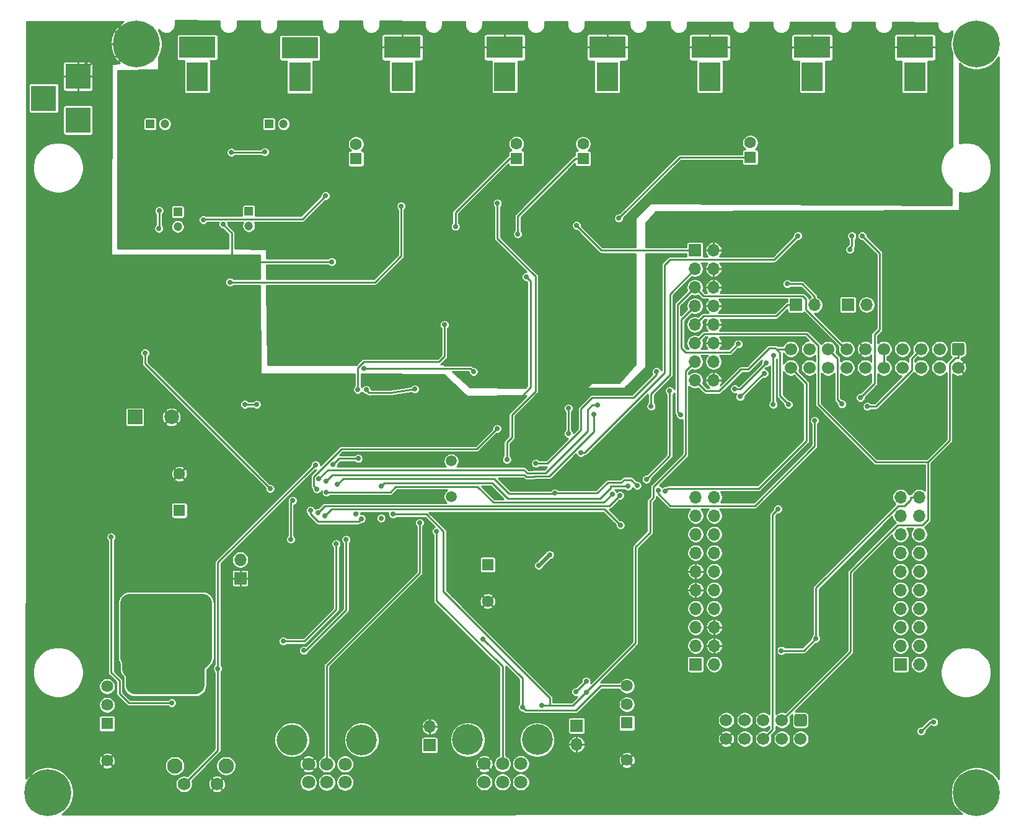
<source format=gbl>
G04 #@! TF.GenerationSoftware,KiCad,Pcbnew,(5.1.6-0-10_14)*
G04 #@! TF.CreationDate,2020-10-12T01:28:03+09:00*
G04 #@! TF.ProjectId,FreeDSP_SMD_AB_plus,46726565-4453-4505-9f53-4d445f41425f,rev?*
G04 #@! TF.SameCoordinates,Original*
G04 #@! TF.FileFunction,Copper,L2,Bot*
G04 #@! TF.FilePolarity,Positive*
%FSLAX46Y46*%
G04 Gerber Fmt 4.6, Leading zero omitted, Abs format (unit mm)*
G04 Created by KiCad (PCBNEW (5.1.6-0-10_14)) date 2020-10-12 01:28:03*
%MOMM*%
%LPD*%
G01*
G04 APERTURE LIST*
G04 #@! TA.AperFunction,ComponentPad*
%ADD10C,1.635000*%
G04 #@! TD*
G04 #@! TA.AperFunction,ComponentPad*
%ADD11R,1.635000X1.635000*%
G04 #@! TD*
G04 #@! TA.AperFunction,ComponentPad*
%ADD12R,3.500000X3.500000*%
G04 #@! TD*
G04 #@! TA.AperFunction,ComponentPad*
%ADD13C,1.500000*%
G04 #@! TD*
G04 #@! TA.AperFunction,ComponentPad*
%ADD14R,1.700000X1.700000*%
G04 #@! TD*
G04 #@! TA.AperFunction,ComponentPad*
%ADD15O,1.700000X1.700000*%
G04 #@! TD*
G04 #@! TA.AperFunction,ComponentPad*
%ADD16C,6.400000*%
G04 #@! TD*
G04 #@! TA.AperFunction,ComponentPad*
%ADD17C,0.800000*%
G04 #@! TD*
G04 #@! TA.AperFunction,ComponentPad*
%ADD18R,3.000000X4.000000*%
G04 #@! TD*
G04 #@! TA.AperFunction,ComponentPad*
%ADD19R,5.000000X3.000000*%
G04 #@! TD*
G04 #@! TA.AperFunction,ComponentPad*
%ADD20C,1.700000*%
G04 #@! TD*
G04 #@! TA.AperFunction,ComponentPad*
%ADD21C,1.800000*%
G04 #@! TD*
G04 #@! TA.AperFunction,ComponentPad*
%ADD22C,4.200000*%
G04 #@! TD*
G04 #@! TA.AperFunction,ComponentPad*
%ADD23C,2.100000*%
G04 #@! TD*
G04 #@! TA.AperFunction,ComponentPad*
%ADD24C,1.750000*%
G04 #@! TD*
G04 #@! TA.AperFunction,ComponentPad*
%ADD25C,1.600000*%
G04 #@! TD*
G04 #@! TA.AperFunction,ComponentPad*
%ADD26R,1.600000X1.600000*%
G04 #@! TD*
G04 #@! TA.AperFunction,ComponentPad*
%ADD27C,1.200000*%
G04 #@! TD*
G04 #@! TA.AperFunction,ComponentPad*
%ADD28R,1.200000X1.200000*%
G04 #@! TD*
G04 #@! TA.AperFunction,ComponentPad*
%ADD29R,2.000000X2.000000*%
G04 #@! TD*
G04 #@! TA.AperFunction,ComponentPad*
%ADD30C,2.000000*%
G04 #@! TD*
G04 #@! TA.AperFunction,ViaPad*
%ADD31C,0.700000*%
G04 #@! TD*
G04 #@! TA.AperFunction,ViaPad*
%ADD32C,2.000000*%
G04 #@! TD*
G04 #@! TA.AperFunction,Conductor*
%ADD33C,0.250000*%
G04 #@! TD*
G04 #@! TA.AperFunction,Conductor*
%ADD34C,0.600000*%
G04 #@! TD*
G04 #@! TA.AperFunction,Conductor*
%ADD35C,2.500000*%
G04 #@! TD*
G04 APERTURE END LIST*
D10*
X54483200Y-143662000D03*
X54483200Y-133502000D03*
X54483200Y-136042000D03*
D11*
X54483200Y-138582000D03*
D10*
X125483000Y-143585000D03*
X125483000Y-133425000D03*
X125483000Y-135965000D03*
D11*
X125483000Y-138505000D03*
D12*
X50520800Y-56084900D03*
X50520800Y-50084900D03*
X45820800Y-53084900D03*
D13*
X101502000Y-107565000D03*
X101502000Y-102685000D03*
D14*
X148570000Y-81347800D03*
D15*
X151110000Y-81347800D03*
D14*
X155674000Y-81317300D03*
D15*
X158214000Y-81317300D03*
D14*
X118608000Y-138876000D03*
D15*
X118608000Y-141416000D03*
D14*
X98552200Y-141543000D03*
D15*
X98552200Y-139003000D03*
D16*
X58493900Y-45668400D03*
D17*
X60893900Y-45668400D03*
X60190956Y-47365456D03*
X58493900Y-48068400D03*
X56796844Y-47365456D03*
X56093900Y-45668400D03*
X56796844Y-43971344D03*
X58493900Y-43268400D03*
X60190956Y-43971344D03*
D16*
X173216000Y-45665800D03*
X173238000Y-148013000D03*
X46388200Y-148035700D03*
D14*
X134772600Y-73867460D03*
D15*
X137312600Y-73867460D03*
X134772600Y-76407460D03*
X137312600Y-76407460D03*
X134772600Y-78947460D03*
X137312600Y-78947460D03*
X134772600Y-81487460D03*
X137312600Y-81487460D03*
X134772600Y-84027460D03*
X137312600Y-84027460D03*
X134772600Y-86567460D03*
X137312600Y-86567460D03*
X134772600Y-89107460D03*
X137312600Y-89107460D03*
X134772600Y-91647460D03*
X137312600Y-91647460D03*
X72672100Y-116174000D03*
D14*
X72672100Y-118714000D03*
D18*
X150805000Y-50132000D03*
D19*
X150805000Y-46132000D03*
D18*
X164805000Y-50132000D03*
D19*
X164805000Y-46132000D03*
D20*
X139042000Y-140662000D03*
X141582000Y-140662000D03*
X144122000Y-140662000D03*
X146662000Y-140662000D03*
X149202000Y-140662000D03*
X139042000Y-138122000D03*
X141582000Y-138122000D03*
X144122000Y-138122000D03*
X146662000Y-138122000D03*
G04 #@! TA.AperFunction,ComponentPad*
G36*
G01*
X148602000Y-137272000D02*
X149802000Y-137272000D01*
G75*
G02*
X150052000Y-137522000I0J-250000D01*
G01*
X150052000Y-138722000D01*
G75*
G02*
X149802000Y-138972000I-250000J0D01*
G01*
X148602000Y-138972000D01*
G75*
G02*
X148352000Y-138722000I0J250000D01*
G01*
X148352000Y-137522000D01*
G75*
G02*
X148602000Y-137272000I250000J0D01*
G01*
G37*
G04 #@! TD.AperFunction*
D15*
X137402000Y-107614000D03*
X134862000Y-107614000D03*
X137402000Y-110154000D03*
X134862000Y-110154000D03*
X137402000Y-112694000D03*
X134862000Y-112694000D03*
X137402000Y-115234000D03*
X134862000Y-115234000D03*
X137402000Y-117774000D03*
X134862000Y-117774000D03*
X137402000Y-120314000D03*
X134862000Y-120314000D03*
X137402000Y-122854000D03*
X134862000Y-122854000D03*
X137402000Y-125394000D03*
X134862000Y-125394000D03*
X137402000Y-127934000D03*
X134862000Y-127934000D03*
X137402000Y-130474000D03*
D14*
X134862000Y-130474000D03*
D15*
X165402000Y-107614000D03*
X162862000Y-107614000D03*
X165402000Y-110154000D03*
X162862000Y-110154000D03*
X165402000Y-112694000D03*
X162862000Y-112694000D03*
X165402000Y-115234000D03*
X162862000Y-115234000D03*
X165402000Y-117774000D03*
X162862000Y-117774000D03*
X165402000Y-120314000D03*
X162862000Y-120314000D03*
X165402000Y-122854000D03*
X162862000Y-122854000D03*
X165402000Y-125394000D03*
X162862000Y-125394000D03*
X165402000Y-127934000D03*
X162862000Y-127934000D03*
X165402000Y-130474000D03*
D14*
X162862000Y-130474000D03*
D21*
X86983200Y-146616000D03*
X84483200Y-146616000D03*
X81983200Y-146616000D03*
X86983200Y-144116000D03*
X84483200Y-144116000D03*
X81983200Y-144116000D03*
D22*
X89233200Y-140816000D03*
X79733200Y-140816000D03*
D21*
X110983000Y-146583000D03*
X108483000Y-146583000D03*
X105983000Y-146583000D03*
X110983000Y-144083000D03*
X108483000Y-144083000D03*
X105983000Y-144083000D03*
D22*
X113233000Y-140783000D03*
X103733000Y-140783000D03*
D23*
X70733200Y-144374000D03*
D24*
X69483200Y-146864000D03*
X64983200Y-146864000D03*
D23*
X63723200Y-144374000D03*
D25*
X88474800Y-59366600D03*
D26*
X88474800Y-61366600D03*
X110395000Y-61310700D03*
D25*
X110395000Y-59310700D03*
D27*
X64127580Y-70619820D03*
D28*
X64127580Y-68619820D03*
X76586300Y-56598000D03*
D27*
X78586300Y-56598000D03*
D28*
X73835460Y-68533460D03*
D27*
X73835460Y-70533460D03*
D25*
X119491000Y-59328500D03*
D26*
X119491000Y-61328500D03*
D27*
X62370920Y-56598000D03*
D28*
X60370920Y-56598000D03*
D26*
X142323000Y-61163400D03*
D25*
X142323000Y-59163400D03*
X64344800Y-104442000D03*
D26*
X64344800Y-109442000D03*
X106474000Y-116854000D03*
D25*
X106474000Y-121854000D03*
D29*
X58279500Y-96662400D03*
D30*
X63279500Y-96662400D03*
G04 #@! TA.AperFunction,ComponentPad*
G36*
G01*
X170126000Y-86530300D02*
X171326000Y-86530300D01*
G75*
G02*
X171576000Y-86780300I0J-250000D01*
G01*
X171576000Y-87980300D01*
G75*
G02*
X171326000Y-88230300I-250000J0D01*
G01*
X170126000Y-88230300D01*
G75*
G02*
X169876000Y-87980300I0J250000D01*
G01*
X169876000Y-86780300D01*
G75*
G02*
X170126000Y-86530300I250000J0D01*
G01*
G37*
G04 #@! TD.AperFunction*
D20*
X168186000Y-87380300D03*
X165646000Y-87380300D03*
X163106000Y-87380300D03*
X160566000Y-87380300D03*
X158026000Y-87380300D03*
X155486000Y-87380300D03*
X152946000Y-87380300D03*
X150406000Y-87380300D03*
X147866000Y-87380300D03*
X170726000Y-89920300D03*
X168186000Y-89920300D03*
X165646000Y-89920300D03*
X163106000Y-89920300D03*
X160566000Y-89920300D03*
X158026000Y-89920300D03*
X155486000Y-89920300D03*
X152946000Y-89920300D03*
X150406000Y-89920300D03*
X147866000Y-89920300D03*
D19*
X108805000Y-46132000D03*
D18*
X108805000Y-50132000D03*
X80804800Y-50196000D03*
D19*
X80804800Y-46196000D03*
X122805000Y-46132000D03*
D18*
X122805000Y-50132000D03*
D19*
X66804800Y-46132000D03*
D18*
X66804800Y-50132000D03*
X136805000Y-50132000D03*
D19*
X136805000Y-46132000D03*
X94804800Y-46132000D03*
D18*
X94804800Y-50132000D03*
D31*
X93039300Y-118469500D03*
X171402300Y-139689300D03*
X92847400Y-107997000D03*
X127851100Y-111182600D03*
X91906500Y-94828600D03*
X77014300Y-107425000D03*
X89864200Y-94842100D03*
X90887800Y-107664000D03*
X85147900Y-75435500D03*
X81891100Y-99058500D03*
X79605100Y-99073700D03*
X160098940Y-71436680D03*
X111717020Y-77499660D03*
X99613920Y-92434200D03*
X129268420Y-74880920D03*
X153573800Y-69864300D03*
X80767120Y-109033760D03*
X173360280Y-56021420D03*
X60650320Y-145175420D03*
X122194520Y-101553460D03*
X140965120Y-91639840D03*
X53883760Y-105686040D03*
X71488500Y-74741220D03*
X70325180Y-70329880D03*
X89984780Y-99612900D03*
X112033960Y-95339520D03*
X106230000Y-106348350D03*
X107957820Y-110263120D03*
X72501960Y-110923520D03*
X117503985Y-98939160D03*
X117508220Y-95485400D03*
X88776600Y-102351000D03*
X85317800Y-103180000D03*
X87128800Y-113424000D03*
X81356800Y-128596000D03*
X113423900Y-116961100D03*
X114919960Y-115487898D03*
X124373840Y-69493580D03*
X96498700Y-92859600D03*
X89861100Y-92936600D03*
X100566000Y-84059800D03*
X88726900Y-92920500D03*
D32*
X63783960Y-133339520D03*
X62533960Y-131089520D03*
X67283960Y-124589520D03*
X57783960Y-127089520D03*
X67283960Y-127089520D03*
X57783960Y-124589520D03*
X60033960Y-124589520D03*
X67283960Y-122089520D03*
X66533960Y-133339520D03*
X67283960Y-129589520D03*
X65033960Y-131089520D03*
X57783960Y-129589520D03*
X61033960Y-133339520D03*
X58283960Y-133339520D03*
X62533960Y-124589520D03*
X65033960Y-124589520D03*
X59783960Y-131089520D03*
D31*
X147368600Y-78465300D03*
X83394800Y-105124000D03*
X140215820Y-92841260D03*
X121480780Y-95056140D03*
X144466295Y-89304095D03*
X84359900Y-105452000D03*
X144236640Y-90700040D03*
X120955000Y-96275340D03*
X140952420Y-93882660D03*
X83147400Y-106524200D03*
X107754620Y-98264160D03*
X128795980Y-95175520D03*
X124518000Y-107386000D03*
X83287900Y-109731000D03*
X123508000Y-107187000D03*
X84431900Y-106938000D03*
X157374300Y-94017000D03*
X129789500Y-106676700D03*
X124589000Y-111440000D03*
X157619900Y-71898960D03*
X84229140Y-110194540D03*
X151122580Y-97177040D03*
X85932500Y-105888000D03*
X126870000Y-106038000D03*
X115638780Y-107067800D03*
X91906000Y-110490000D03*
X119924000Y-134284000D03*
X113889000Y-136087000D03*
X88481100Y-109961000D03*
X93517920Y-109963400D03*
X156227980Y-71914200D03*
X113037820Y-103016500D03*
X155948580Y-73755700D03*
X129527500Y-90458740D03*
X125635000Y-106153000D03*
X91947800Y-106085000D03*
X99461000Y-112296400D03*
X97167900Y-111141960D03*
X159465000Y-65585800D03*
X155438000Y-65645500D03*
X96575100Y-87589600D03*
X89721900Y-72566300D03*
X92686100Y-63722000D03*
X101431000Y-64296000D03*
X86196400Y-83904800D03*
X85076300Y-88334600D03*
X100324000Y-81588400D03*
X77273600Y-88976400D03*
X113990320Y-82737140D03*
X89787753Y-76198253D03*
X102059000Y-70604600D03*
X110573000Y-71628200D03*
X84334800Y-66408500D03*
X118613120Y-70489260D03*
X67627704Y-69706322D03*
X89189800Y-110570000D03*
X82251600Y-109462000D03*
X104520000Y-90480100D03*
X89597500Y-90040000D03*
X78526600Y-127317000D03*
X85777500Y-114016000D03*
X119914000Y-132816000D03*
X118524000Y-134248000D03*
X105830800Y-127003300D03*
X111209000Y-136359000D03*
X158327300Y-95232600D03*
X130693500Y-106811700D03*
X74892100Y-94967240D03*
X73289360Y-94949460D03*
X61582500Y-68449640D03*
X61564720Y-70895660D03*
X71468182Y-60484200D03*
X76022400Y-60428320D03*
X131330900Y-93105420D03*
X128130500Y-105180580D03*
X132814260Y-96392180D03*
X154850600Y-94900500D03*
X140683180Y-86689380D03*
X145471080Y-94969780D03*
X145524205Y-88246185D03*
X147561500Y-94969780D03*
X79808400Y-108097000D03*
X59668900Y-87896900D03*
X76744400Y-106447000D03*
X79567900Y-113375000D03*
X146101000Y-109250000D03*
X82940100Y-103214000D03*
X69598740Y-131060640D03*
X107801000Y-67463900D03*
X109075420Y-102483100D03*
X94650760Y-67824800D03*
X71254820Y-78226100D03*
X167401440Y-138360600D03*
X165661540Y-139622980D03*
X146576900Y-128605800D03*
X151299000Y-126947300D03*
X148848180Y-71889900D03*
X119179540Y-101545840D03*
X63291920Y-135744400D03*
X55033960Y-113089520D03*
D33*
X90887800Y-107664000D02*
X92513900Y-107664000D01*
X92513900Y-107664000D02*
X92847400Y-107997000D01*
D34*
X79605100Y-99073700D02*
X79605100Y-104834000D01*
X79605100Y-104834000D02*
X77014300Y-107425000D01*
D33*
X89864200Y-94842100D02*
X91990200Y-94842100D01*
X91990200Y-94842100D02*
X92013000Y-94819200D01*
X79605100Y-99073700D02*
X81875900Y-99073700D01*
X81875900Y-99073700D02*
X81891100Y-99058500D01*
X101417980Y-94238260D02*
X99613920Y-92434200D01*
X112306300Y-92612660D02*
X110680700Y-94238260D01*
X110680700Y-94238260D02*
X101417980Y-94238260D01*
X112306300Y-78088940D02*
X112306300Y-92612660D01*
X111717020Y-77499660D02*
X112306300Y-78088940D01*
X58493900Y-45668400D02*
X54188540Y-45668400D01*
X54188540Y-45668400D02*
X50520800Y-49336140D01*
X56796844Y-43971344D02*
X52695356Y-43971344D01*
X50520800Y-46145900D02*
X50520800Y-50084900D01*
X52695356Y-43971344D02*
X50520800Y-46145900D01*
X53240244Y-47365456D02*
X50520800Y-50084900D01*
X56796844Y-47365456D02*
X53240244Y-47365456D01*
X55996620Y-145175420D02*
X54483200Y-143662000D01*
X60650320Y-145175420D02*
X55996620Y-145175420D01*
X85147900Y-75435500D02*
X72182780Y-75435500D01*
X72182780Y-75435500D02*
X71488500Y-74741220D01*
X71488500Y-71517960D02*
X71488500Y-74741220D01*
X70325180Y-70354640D02*
X71488500Y-71517960D01*
X117503985Y-95489635D02*
X117508220Y-95485400D01*
X117503985Y-98939160D02*
X117503985Y-95489635D01*
X87128800Y-113424000D02*
X87128800Y-123035000D01*
X87128800Y-123035000D02*
X81568100Y-128596000D01*
X81568100Y-128596000D02*
X81356800Y-128596000D01*
X85317800Y-103180000D02*
X86147300Y-102351000D01*
X86147300Y-102351000D02*
X88776600Y-102351000D01*
X160566000Y-87380300D02*
X160566000Y-89920300D01*
X114897102Y-115487898D02*
X114919960Y-115487898D01*
D34*
X113423900Y-116961100D02*
X114897102Y-115487898D01*
D33*
X142323000Y-61163400D02*
X132704020Y-61163400D01*
X132704020Y-61163400D02*
X124373840Y-69493580D01*
X96498700Y-92859600D02*
X93181400Y-93333300D01*
X93181400Y-93333300D02*
X90519200Y-93333300D01*
X90519200Y-93333300D02*
X90498900Y-93353600D01*
X90498900Y-93353600D02*
X90251400Y-93353600D01*
X90251400Y-93353600D02*
X89861100Y-92963300D01*
X89861100Y-92963300D02*
X89861100Y-92936600D01*
X100566000Y-84059800D02*
X100566000Y-88363900D01*
X100566000Y-88363900D02*
X99821800Y-89108500D01*
X99821800Y-89108500D02*
X89556700Y-89108500D01*
X89556700Y-89108500D02*
X88726900Y-89938300D01*
X88726900Y-89938300D02*
X88726900Y-92920500D01*
D35*
X57533960Y-122089520D02*
X57533960Y-124589520D01*
X57533960Y-124589520D02*
X57533960Y-127089520D01*
X57533960Y-127089520D02*
X57533960Y-129589520D01*
D34*
X62479400Y-130589520D02*
X62533960Y-130644080D01*
D35*
X67533960Y-129589520D02*
X67533960Y-127089520D01*
X67533960Y-127089520D02*
X67533960Y-124589520D01*
X67533960Y-124589520D02*
X67533960Y-122089520D01*
X57533960Y-122089520D02*
X67533960Y-122089520D01*
X57533960Y-124589520D02*
X67533960Y-124589520D01*
X57533960Y-127089520D02*
X67533960Y-127089520D01*
D34*
X57533960Y-129589520D02*
X67533960Y-129589520D01*
D35*
X63783960Y-133339520D02*
X66533960Y-133339520D01*
X61033960Y-133339520D02*
X63783960Y-133339520D01*
X58283960Y-133339520D02*
X61033960Y-133339520D01*
X65033960Y-131839520D02*
X66533960Y-133339520D01*
X65033960Y-131089520D02*
X65033960Y-131839520D01*
X59783960Y-131089520D02*
X62533960Y-131089520D01*
X59283960Y-130589520D02*
X59783960Y-131089520D01*
X58533960Y-130589520D02*
X59283960Y-130589520D01*
X57533960Y-129589520D02*
X58533960Y-130589520D01*
X62533960Y-131089520D02*
X65033960Y-131089520D01*
X62533960Y-130644080D02*
X62533960Y-131089520D01*
X66533960Y-130589520D02*
X67533960Y-129589520D01*
X66533960Y-133339520D02*
X66533960Y-130589520D01*
X57783960Y-129589520D02*
X58783960Y-128589520D01*
X66283961Y-128589521D02*
X67283960Y-129589520D01*
X58783960Y-128589520D02*
X66283961Y-128589521D01*
X58283960Y-131589520D02*
X58283960Y-133339520D01*
X57783960Y-131089520D02*
X58283960Y-131589520D01*
X57783960Y-129589520D02*
X57783960Y-131089520D01*
D33*
X151110000Y-81347800D02*
X151110000Y-80172500D01*
X151110000Y-80172500D02*
X149402800Y-78465300D01*
X149402800Y-78465300D02*
X147368600Y-78465300D01*
X140215820Y-92841260D02*
X140929130Y-92841260D01*
X140929130Y-92841260D02*
X144466295Y-89304095D01*
X120723860Y-95056140D02*
X121480780Y-95056140D01*
X114349099Y-104323961D02*
X120088860Y-98584200D01*
X112559181Y-104377301D02*
X112612521Y-104323961D01*
X111911179Y-104377301D02*
X112559181Y-104377301D01*
X120088860Y-95691140D02*
X120723860Y-95056140D01*
X112612521Y-104323961D02*
X114349099Y-104323961D01*
X111421598Y-103887720D02*
X111911179Y-104377301D01*
X84631080Y-103887720D02*
X111421598Y-103887720D01*
X120088860Y-98584200D02*
X120088860Y-95691140D01*
X83394800Y-105124000D02*
X84631080Y-103887720D01*
X105807000Y-104559000D02*
X105755000Y-104611000D01*
X105755000Y-104611000D02*
X85200900Y-104611000D01*
X85200900Y-104611000D02*
X84359900Y-105452000D01*
X144135040Y-90700040D02*
X144236640Y-90700040D01*
X140952420Y-93882660D02*
X144135040Y-90700040D01*
X120955000Y-98693420D02*
X120955000Y-96275340D01*
X114874448Y-104773972D02*
X120955000Y-98693420D01*
X111508467Y-104611000D02*
X111724779Y-104827312D01*
X112798921Y-104773972D02*
X114874448Y-104773972D01*
X112745581Y-104827312D02*
X112798921Y-104773972D01*
X111724779Y-104827312D02*
X112745581Y-104827312D01*
X105755000Y-104611000D02*
X111508467Y-104611000D01*
X83147400Y-106524200D02*
X82691600Y-106068400D01*
X82691600Y-106068400D02*
X82691600Y-104840400D01*
X131346140Y-90921020D02*
X128795980Y-93471180D01*
X128795980Y-93471180D02*
X128795980Y-95175520D01*
X131346140Y-79833920D02*
X131346140Y-90921020D01*
X134772600Y-76407460D02*
X131346140Y-79833920D01*
X104983810Y-101034970D02*
X107754620Y-98264160D01*
X86497030Y-101034970D02*
X104983810Y-101034970D01*
X82691600Y-104840400D02*
X86497030Y-101034970D01*
X124518000Y-107386000D02*
X123078000Y-108825000D01*
X123078000Y-108825000D02*
X84193800Y-108825000D01*
X84193800Y-108825000D02*
X83287900Y-109731000D01*
X93166200Y-106938000D02*
X84431900Y-106938000D01*
X123508000Y-107187000D02*
X122357200Y-108337800D01*
X93902540Y-106201660D02*
X93166200Y-106938000D01*
X105084308Y-106201660D02*
X93902540Y-106201660D01*
X107220448Y-108337800D02*
X105084308Y-106201660D01*
X122357200Y-108337800D02*
X107220448Y-108337800D01*
X122427000Y-109278000D02*
X85145680Y-109278000D01*
X124589000Y-111440000D02*
X122427000Y-109278000D01*
X85145680Y-109278000D02*
X84229140Y-110194540D01*
X159999880Y-74278940D02*
X157619900Y-71898960D01*
X159296000Y-85391800D02*
X159999880Y-84687920D01*
X159296000Y-92095300D02*
X159296000Y-85391800D01*
X159999880Y-84687920D02*
X159999880Y-74278940D01*
X157374300Y-94017000D02*
X159296000Y-92095300D01*
X129789500Y-107171674D02*
X131407226Y-108789400D01*
X129789500Y-106676700D02*
X129789500Y-107171674D01*
X131407226Y-108789400D02*
X142977320Y-108789400D01*
X142977320Y-108789400D02*
X151122580Y-100644140D01*
X151122580Y-100644140D02*
X151122580Y-97177040D01*
X126076000Y-105244000D02*
X126870000Y-106038000D01*
X126071000Y-105239000D02*
X126076000Y-105244000D01*
X124729440Y-105614920D02*
X125105360Y-105239000D01*
X122877780Y-105614920D02*
X124729440Y-105614920D01*
X115638780Y-107067800D02*
X121424900Y-107067800D01*
X121424900Y-107067800D02*
X122877780Y-105614920D01*
X125105360Y-105239000D02*
X126071000Y-105239000D01*
X107336620Y-105075000D02*
X109398000Y-107136380D01*
X86745500Y-105075000D02*
X107336620Y-105075000D01*
X85932500Y-105888000D02*
X86745500Y-105075000D01*
X115570200Y-107136380D02*
X115638780Y-107067800D01*
X109398000Y-107136380D02*
X115570200Y-107136380D01*
X170726000Y-88555600D02*
X170358600Y-88555600D01*
X170358600Y-88555600D02*
X169550700Y-89363500D01*
X169550700Y-89363500D02*
X169550700Y-99886000D01*
X169550700Y-99886000D02*
X166604300Y-102832400D01*
X166604300Y-102832400D02*
X166604300Y-110672900D01*
X166604300Y-110672900D02*
X165853200Y-111424000D01*
X165853200Y-111424000D02*
X162467800Y-111424000D01*
X162467800Y-111424000D02*
X156029100Y-117862700D01*
X156029100Y-117862700D02*
X156029100Y-128754900D01*
X156029100Y-128754900D02*
X146662000Y-138122000D01*
X170726000Y-87380300D02*
X170726000Y-88555600D01*
X91906000Y-110495000D02*
X91906000Y-110490000D01*
X159495740Y-102832400D02*
X166604300Y-102832400D01*
X151624200Y-94960860D02*
X159495740Y-102832400D01*
X151624200Y-86896800D02*
X151624200Y-94960860D01*
X136047680Y-85292380D02*
X150019780Y-85292380D01*
X150019780Y-85292380D02*
X151624200Y-86896800D01*
X134772600Y-86567460D02*
X136047680Y-85292380D01*
X114947800Y-136087000D02*
X118120000Y-136087000D01*
X118120000Y-136087000D02*
X119449100Y-134758600D01*
X119449100Y-134758600D02*
X119924000Y-134284000D01*
X113889000Y-136087000D02*
X114947800Y-136087000D01*
X88711700Y-109730000D02*
X88481100Y-109961000D01*
X98085700Y-109963400D02*
X93517920Y-109963400D01*
X100415700Y-112293400D02*
X98085700Y-109963400D01*
X100415700Y-120544180D02*
X100415700Y-112293400D01*
X114947800Y-135076280D02*
X100415700Y-120544180D01*
X114947800Y-136087000D02*
X114947800Y-135076280D01*
X126625900Y-127581800D02*
X119449100Y-134758600D01*
X128640600Y-112445420D02*
X126625900Y-114460120D01*
X129110500Y-106194480D02*
X129110500Y-107641300D01*
X129110500Y-107641300D02*
X128640600Y-108111200D01*
X128640600Y-108111200D02*
X128640600Y-112445420D01*
X133507042Y-101797938D02*
X129110500Y-106194480D01*
X133507042Y-90373018D02*
X133507042Y-101797938D01*
X126625900Y-114460120D02*
X126625900Y-127581800D01*
X134772600Y-89107460D02*
X133507042Y-90373018D01*
X155948580Y-73537260D02*
X156227980Y-73257860D01*
X155948580Y-73755700D02*
X155948580Y-73537260D01*
X156227980Y-73257860D02*
X156227980Y-71914200D01*
X129527500Y-90860060D02*
X129527500Y-90458740D01*
X126349960Y-94037600D02*
X129527500Y-90860060D01*
X119230340Y-95518420D02*
X120711160Y-94037600D01*
X120711160Y-94037600D02*
X126349960Y-94037600D01*
X113037820Y-103016500D02*
X114638020Y-103016500D01*
X114638020Y-103016500D02*
X119230340Y-98424180D01*
X119230340Y-98424180D02*
X119230340Y-95518420D01*
X109157160Y-107789160D02*
X107041340Y-105673340D01*
X123233780Y-106389220D02*
X121833840Y-107789160D01*
X123233780Y-106153000D02*
X123233780Y-106389220D01*
X125635000Y-106153000D02*
X123233780Y-106153000D01*
X107041340Y-105673340D02*
X92359460Y-105673340D01*
X121833840Y-107789160D02*
X109157160Y-107789160D01*
X92359460Y-105673340D02*
X91947800Y-106085000D01*
X108483000Y-144083000D02*
X108483000Y-130781000D01*
X108483000Y-130781000D02*
X99461000Y-121759000D01*
X99461000Y-121759000D02*
X99461000Y-112296400D01*
X84483200Y-130676000D02*
X97167900Y-117991300D01*
X84483200Y-144116000D02*
X84483200Y-130676000D01*
X97167900Y-117991300D02*
X97167900Y-111141960D01*
D34*
X92686100Y-63722000D02*
X92686100Y-71461400D01*
X92686100Y-71461400D02*
X91581200Y-72566300D01*
X91581200Y-72566300D02*
X89721900Y-72566300D01*
D33*
X85076300Y-88334600D02*
X86196400Y-87214500D01*
X86196400Y-87214500D02*
X86196400Y-83904800D01*
D34*
X77273600Y-88976400D02*
X84434500Y-88976400D01*
X84434500Y-88976400D02*
X85076300Y-88334600D01*
D33*
X110395000Y-61310700D02*
X109428000Y-61310700D01*
X109428000Y-61310700D02*
X102059000Y-68679900D01*
X102059000Y-68679900D02*
X102059000Y-70604600D01*
X110573000Y-71133226D02*
X110573000Y-71628200D01*
X118441000Y-61328500D02*
X110573000Y-69196500D01*
X110573000Y-69196500D02*
X110573000Y-71133226D01*
X119491000Y-61328500D02*
X118441000Y-61328500D01*
X122005860Y-73882000D02*
X118613120Y-70489260D01*
X134758060Y-73882000D02*
X122005860Y-73882000D01*
X134772600Y-73867460D02*
X134758060Y-73882000D01*
X84334800Y-66408500D02*
X81137960Y-69605340D01*
X81137960Y-69605340D02*
X67728686Y-69605340D01*
X67728686Y-69605340D02*
X67627704Y-69706322D01*
X88794098Y-110965702D02*
X88839801Y-110919999D01*
X82251600Y-109462000D02*
X82251600Y-109957000D01*
X88839801Y-110919999D02*
X89189800Y-110570000D01*
X83260302Y-110965702D02*
X88794098Y-110965702D01*
X82251600Y-109957000D02*
X83260302Y-110965702D01*
X89597500Y-90040000D02*
X104080000Y-90040000D01*
X104080000Y-90040000D02*
X104520000Y-90480100D01*
X78526600Y-127317000D02*
X81465300Y-127317000D01*
X81465300Y-127317000D02*
X85777500Y-123005000D01*
X85777500Y-123005000D02*
X85777500Y-114016000D01*
X118524000Y-134248000D02*
X118524000Y-134205000D01*
X118524000Y-134205000D02*
X119914000Y-132816000D01*
X111209000Y-136359000D02*
X111209000Y-132381500D01*
X111209000Y-132381500D02*
X105830800Y-127003300D01*
X125483000Y-133425000D02*
X121880000Y-133425000D01*
X121880000Y-133425000D02*
X118543000Y-136762000D01*
X118543000Y-136762000D02*
X111612000Y-136762000D01*
X111612000Y-136762000D02*
X111209000Y-136359000D01*
X158327300Y-95232600D02*
X159466000Y-95232600D01*
X159466000Y-95232600D02*
X164376000Y-90322600D01*
X164376000Y-90322600D02*
X164376000Y-88650300D01*
X164376000Y-88650300D02*
X165646000Y-87380300D01*
X143514161Y-106438999D02*
X131066201Y-106438999D01*
X131066201Y-106438999D02*
X130693500Y-106811700D01*
X149971960Y-92026260D02*
X149971960Y-99981200D01*
X149971960Y-99981200D02*
X143514161Y-106438999D01*
X147866000Y-89920300D02*
X149971960Y-92026260D01*
X73307140Y-94967240D02*
X73289360Y-94949460D01*
X74892100Y-94967240D02*
X73307140Y-94967240D01*
X61582500Y-68449640D02*
X61582500Y-70877880D01*
X71468182Y-60484200D02*
X75966520Y-60484200D01*
X75966520Y-60484200D02*
X76022400Y-60428320D01*
X131330900Y-93105420D02*
X131330900Y-101980180D01*
X131330900Y-101980180D02*
X128130500Y-105180580D01*
X135962440Y-80137300D02*
X134772600Y-78947460D01*
X155356200Y-87380300D02*
X149931900Y-81956000D01*
X149524200Y-80137300D02*
X135962440Y-80137300D01*
X149931900Y-80545000D02*
X149524200Y-80137300D01*
X149931900Y-81956000D02*
X149931900Y-80545000D01*
X155486000Y-87380300D02*
X155356200Y-87380300D01*
X132392620Y-81327440D02*
X132392620Y-95970540D01*
X134772600Y-78947460D02*
X132392620Y-81327440D01*
X132392620Y-95970540D02*
X132814260Y-96392180D01*
X152946000Y-87380300D02*
X154243700Y-88678000D01*
X154243700Y-88678000D02*
X154243700Y-94293600D01*
X154243700Y-94293600D02*
X154850600Y-94900500D01*
X133494980Y-87804440D02*
X139568120Y-87804440D01*
X132928560Y-87238020D02*
X133494980Y-87804440D01*
X139568120Y-87804440D02*
X140683180Y-86689380D01*
X132928560Y-83331500D02*
X132928560Y-87238020D01*
X134772600Y-81487460D02*
X132928560Y-83331500D01*
X136734358Y-82866700D02*
X135933360Y-82866700D01*
X137890842Y-82866700D02*
X137876601Y-82852459D01*
X145875800Y-82866700D02*
X137890842Y-82866700D01*
X136748599Y-82852459D02*
X136734358Y-82866700D01*
X137876601Y-82852459D02*
X136748599Y-82852459D01*
X135933360Y-82866700D02*
X134772600Y-84027460D01*
X147394700Y-81347800D02*
X145875800Y-82866700D01*
X148570000Y-81347800D02*
X147394700Y-81347800D01*
X145471080Y-88299310D02*
X145524205Y-88246185D01*
X145471080Y-94969780D02*
X145471080Y-88299310D01*
X145900380Y-87380300D02*
X147866000Y-87380300D01*
X146385480Y-93793760D02*
X147561500Y-94969780D01*
X146385480Y-87865400D02*
X146385480Y-93793760D01*
X145900380Y-87380300D02*
X146385480Y-87865400D01*
X136248340Y-93123200D02*
X134772600Y-91647460D01*
X138105080Y-93123200D02*
X136248340Y-93123200D01*
X141066720Y-90161560D02*
X138105080Y-93123200D01*
X142037000Y-90161560D02*
X141066720Y-90161560D01*
X144964984Y-87233576D02*
X142037000Y-90161560D01*
X145753656Y-87233576D02*
X144964984Y-87233576D01*
X145900380Y-87380300D02*
X145753656Y-87233576D01*
X79567900Y-113375000D02*
X79567900Y-108337000D01*
X79567900Y-108337000D02*
X79808400Y-108097000D01*
X76744400Y-106447000D02*
X59668900Y-89371600D01*
X59668900Y-89371600D02*
X59668900Y-87896900D01*
X144122000Y-140662000D02*
X145375000Y-139410000D01*
X145375000Y-139410000D02*
X145375000Y-109976000D01*
X145375000Y-109976000D02*
X146101000Y-109250000D01*
X69613980Y-116540120D02*
X69613980Y-121337520D01*
X82940100Y-103214000D02*
X69613980Y-116540120D01*
X64983200Y-146864000D02*
X69613980Y-142233220D01*
X69613980Y-142233220D02*
X69613980Y-121337520D01*
X109075420Y-100151380D02*
X109075420Y-102483100D01*
X109771380Y-99455420D02*
X109075420Y-100151380D01*
X109771380Y-96349000D02*
X109771380Y-99455420D01*
X112994640Y-77443780D02*
X112994640Y-93125740D01*
X107801000Y-67463900D02*
X107801000Y-72250140D01*
X112994640Y-93125740D02*
X109771380Y-96349000D01*
X107801000Y-72250140D02*
X112994640Y-77443780D01*
X94650760Y-67824800D02*
X94650760Y-74657400D01*
X94650760Y-74657400D02*
X91082060Y-78226100D01*
X91082060Y-78226100D02*
X71254820Y-78226100D01*
X166923920Y-138360600D02*
X165661540Y-139622980D01*
X167401440Y-138360600D02*
X166923920Y-138360600D01*
X165402000Y-107614000D02*
X164226700Y-107614000D01*
X164226700Y-107614000D02*
X164226700Y-107981400D01*
X164226700Y-107981400D02*
X163418800Y-108789300D01*
X163418800Y-108789300D02*
X162545500Y-108789300D01*
X162545500Y-108789300D02*
X151299000Y-120035800D01*
X151299000Y-120035800D02*
X151299000Y-126947300D01*
X146576900Y-128605800D02*
X149640500Y-128605800D01*
X149640500Y-128605800D02*
X151299000Y-126947300D01*
X145586080Y-75152000D02*
X148848180Y-71889900D01*
X131389800Y-75152000D02*
X145586080Y-75152000D01*
X130624670Y-90644270D02*
X130624670Y-75917130D01*
X130624670Y-75917130D02*
X131389800Y-75152000D01*
X119723100Y-101545840D02*
X130624670Y-90644270D01*
X119179540Y-101545840D02*
X119723100Y-101545840D01*
X55033960Y-131589520D02*
X55033960Y-113089520D01*
X63291920Y-135744400D02*
X59188840Y-135744400D01*
X56158960Y-132714520D02*
X56158960Y-134464520D01*
X56158960Y-132714520D02*
X55033960Y-131589520D01*
X57438840Y-135744400D02*
X59188840Y-135744400D01*
X56158960Y-134464520D02*
X57438840Y-135744400D01*
G36*
X56642755Y-42648563D02*
G01*
X56412336Y-42802523D01*
X56047094Y-43220887D01*
X58493900Y-45667693D01*
X58508043Y-45653551D01*
X58508750Y-45654258D01*
X58494607Y-45668400D01*
X58508750Y-45682543D01*
X58508043Y-45683250D01*
X58493900Y-45669107D01*
X56047094Y-48115913D01*
X56234678Y-48330780D01*
X55221212Y-48339925D01*
X55196848Y-48342547D01*
X55173464Y-48349871D01*
X55151959Y-48361617D01*
X55133158Y-48377333D01*
X55117784Y-48396414D01*
X55106428Y-48418129D01*
X55099527Y-48441641D01*
X55097341Y-48464404D01*
X54990002Y-74453536D01*
X54992303Y-74477932D01*
X54999319Y-74501410D01*
X55010781Y-74523068D01*
X55026248Y-74542075D01*
X55045126Y-74557698D01*
X55066689Y-74569338D01*
X55090109Y-74576548D01*
X55115062Y-74579052D01*
X75317009Y-74569249D01*
X75332708Y-77776100D01*
X71759414Y-77776100D01*
X71685107Y-77701793D01*
X71574552Y-77627923D01*
X71451710Y-77577040D01*
X71321302Y-77551100D01*
X71188338Y-77551100D01*
X71057930Y-77577040D01*
X70935088Y-77627923D01*
X70824533Y-77701793D01*
X70730513Y-77795813D01*
X70656643Y-77906368D01*
X70605760Y-78029210D01*
X70579820Y-78159618D01*
X70579820Y-78292582D01*
X70605760Y-78422990D01*
X70656643Y-78545832D01*
X70730513Y-78656387D01*
X70824533Y-78750407D01*
X70935088Y-78824277D01*
X71057930Y-78875160D01*
X71188338Y-78901100D01*
X71321302Y-78901100D01*
X71451710Y-78875160D01*
X71574552Y-78824277D01*
X71685107Y-78750407D01*
X71759414Y-78676100D01*
X75337113Y-78676100D01*
X75395801Y-90664609D01*
X75398323Y-90688983D01*
X75405551Y-90712397D01*
X75417208Y-90733951D01*
X75432845Y-90752817D01*
X75451863Y-90768269D01*
X75473530Y-90779715D01*
X75497014Y-90786713D01*
X75520373Y-90788996D01*
X88276900Y-90832553D01*
X88276901Y-92415905D01*
X88202593Y-92490213D01*
X88128723Y-92600768D01*
X88077840Y-92723610D01*
X88051900Y-92854018D01*
X88051900Y-92986982D01*
X88077840Y-93117390D01*
X88128723Y-93240232D01*
X88202593Y-93350787D01*
X88296613Y-93444807D01*
X88407168Y-93518677D01*
X88530010Y-93569560D01*
X88660418Y-93595500D01*
X88793382Y-93595500D01*
X88923790Y-93569560D01*
X89046632Y-93518677D01*
X89157187Y-93444807D01*
X89251207Y-93350787D01*
X89288621Y-93294792D01*
X89336793Y-93366887D01*
X89430813Y-93460907D01*
X89541368Y-93534777D01*
X89664210Y-93585660D01*
X89794618Y-93611600D01*
X89873004Y-93611600D01*
X89917576Y-93656171D01*
X89931663Y-93673337D01*
X89948828Y-93687424D01*
X89948832Y-93687428D01*
X90000183Y-93729571D01*
X90067933Y-93765784D01*
X90078359Y-93771357D01*
X90163185Y-93797089D01*
X90229295Y-93803600D01*
X90229306Y-93803600D01*
X90251400Y-93805776D01*
X90273494Y-93803600D01*
X90476806Y-93803600D01*
X90498900Y-93805776D01*
X90520994Y-93803600D01*
X90521005Y-93803600D01*
X90587115Y-93797089D01*
X90632571Y-93783300D01*
X93146984Y-93783300D01*
X93156764Y-93784805D01*
X93191206Y-93783300D01*
X93203505Y-93783300D01*
X93213314Y-93782334D01*
X93223130Y-93781905D01*
X93235268Y-93780172D01*
X93269615Y-93776789D01*
X93279094Y-93773914D01*
X96061152Y-93376646D01*
X96068413Y-93383907D01*
X96178968Y-93457777D01*
X96301810Y-93508660D01*
X96432218Y-93534600D01*
X96565182Y-93534600D01*
X96695590Y-93508660D01*
X96818432Y-93457777D01*
X96928987Y-93383907D01*
X97023007Y-93289887D01*
X97096877Y-93179332D01*
X97147760Y-93056490D01*
X97173700Y-92926082D01*
X97173700Y-92793118D01*
X97147760Y-92662710D01*
X97096877Y-92539868D01*
X97023007Y-92429313D01*
X96928987Y-92335293D01*
X96818432Y-92261423D01*
X96695590Y-92210540D01*
X96565182Y-92184600D01*
X96432218Y-92184600D01*
X96301810Y-92210540D01*
X96178968Y-92261423D01*
X96068413Y-92335293D01*
X95974393Y-92429313D01*
X95937023Y-92485242D01*
X93149435Y-92883300D01*
X90541294Y-92883300D01*
X90536100Y-92882788D01*
X90536100Y-92870118D01*
X90510160Y-92739710D01*
X90459277Y-92616868D01*
X90385407Y-92506313D01*
X90291387Y-92412293D01*
X90180832Y-92338423D01*
X90057990Y-92287540D01*
X89927582Y-92261600D01*
X89794618Y-92261600D01*
X89664210Y-92287540D01*
X89541368Y-92338423D01*
X89430813Y-92412293D01*
X89336793Y-92506313D01*
X89299379Y-92562308D01*
X89251207Y-92490213D01*
X89176900Y-92415906D01*
X89176900Y-90835626D01*
X100441371Y-90874089D01*
X103563446Y-93773122D01*
X103582951Y-93787955D01*
X103604974Y-93798699D01*
X103628671Y-93804939D01*
X103649751Y-93806516D01*
X111758509Y-93725475D01*
X109468814Y-96015171D01*
X109451643Y-96029263D01*
X109437552Y-96046433D01*
X109395409Y-96097784D01*
X109370930Y-96143581D01*
X109353623Y-96175960D01*
X109327891Y-96260786D01*
X109321380Y-96326896D01*
X109321380Y-96326906D01*
X109319204Y-96349000D01*
X109321380Y-96371095D01*
X109321381Y-99269023D01*
X108772853Y-99817552D01*
X108755683Y-99831643D01*
X108741592Y-99848813D01*
X108699449Y-99900164D01*
X108659868Y-99974215D01*
X108657663Y-99978340D01*
X108631931Y-100063166D01*
X108625420Y-100129276D01*
X108625420Y-100129286D01*
X108623244Y-100151380D01*
X108625420Y-100173475D01*
X108625421Y-101978505D01*
X108551113Y-102052813D01*
X108477243Y-102163368D01*
X108426360Y-102286210D01*
X108400420Y-102416618D01*
X108400420Y-102549582D01*
X108426360Y-102679990D01*
X108477243Y-102802832D01*
X108551113Y-102913387D01*
X108645133Y-103007407D01*
X108755688Y-103081277D01*
X108878530Y-103132160D01*
X109008938Y-103158100D01*
X109141902Y-103158100D01*
X109272310Y-103132160D01*
X109395152Y-103081277D01*
X109505707Y-103007407D01*
X109599727Y-102913387D01*
X109673597Y-102802832D01*
X109724480Y-102679990D01*
X109750420Y-102549582D01*
X109750420Y-102416618D01*
X109724480Y-102286210D01*
X109673597Y-102163368D01*
X109599727Y-102052813D01*
X109525420Y-101978506D01*
X109525420Y-100337775D01*
X110073952Y-99789244D01*
X110091117Y-99775157D01*
X110105204Y-99757992D01*
X110105208Y-99757988D01*
X110147351Y-99706637D01*
X110189137Y-99628461D01*
X110201344Y-99588220D01*
X110214869Y-99543635D01*
X110221380Y-99477525D01*
X110221380Y-99477515D01*
X110223556Y-99455421D01*
X110221380Y-99433326D01*
X110221380Y-96535395D01*
X113297212Y-93459564D01*
X113314377Y-93445477D01*
X113328464Y-93428312D01*
X113328468Y-93428308D01*
X113370611Y-93376957D01*
X113412397Y-93298781D01*
X113413098Y-93296471D01*
X113438129Y-93213955D01*
X113444640Y-93147845D01*
X113444640Y-93147835D01*
X113446816Y-93125741D01*
X113444640Y-93103646D01*
X113444640Y-92720796D01*
X125145820Y-92737660D01*
X125170210Y-92735293D01*
X125193669Y-92728214D01*
X125215296Y-92716694D01*
X125234167Y-92701269D01*
X128034517Y-89914889D01*
X128050110Y-89895986D01*
X128061715Y-89874404D01*
X128068887Y-89850973D01*
X128071350Y-89826103D01*
X128049409Y-74332000D01*
X133596028Y-74332000D01*
X133596028Y-74702000D01*
X131411893Y-74702000D01*
X131389799Y-74699824D01*
X131367705Y-74702000D01*
X131367695Y-74702000D01*
X131301585Y-74708511D01*
X131230911Y-74729950D01*
X131216759Y-74734243D01*
X131138583Y-74776029D01*
X131087232Y-74818172D01*
X131087228Y-74818176D01*
X131070063Y-74832263D01*
X131055976Y-74849428D01*
X130322099Y-75583306D01*
X130304934Y-75597393D01*
X130290847Y-75614558D01*
X130290842Y-75614563D01*
X130248699Y-75665914D01*
X130206913Y-75744090D01*
X130181182Y-75828915D01*
X130172494Y-75917130D01*
X130174671Y-75939234D01*
X130174670Y-90257287D01*
X130125677Y-90139008D01*
X130051807Y-90028453D01*
X129957787Y-89934433D01*
X129847232Y-89860563D01*
X129724390Y-89809680D01*
X129593982Y-89783740D01*
X129461018Y-89783740D01*
X129330610Y-89809680D01*
X129207768Y-89860563D01*
X129097213Y-89934433D01*
X129003193Y-90028453D01*
X128929323Y-90139008D01*
X128878440Y-90261850D01*
X128852500Y-90392258D01*
X128852500Y-90525222D01*
X128878440Y-90655630D01*
X128929323Y-90778472D01*
X128946694Y-90804470D01*
X126163565Y-93587600D01*
X120733254Y-93587600D01*
X120711160Y-93585424D01*
X120689066Y-93587600D01*
X120689055Y-93587600D01*
X120622945Y-93594111D01*
X120538119Y-93619843D01*
X120459943Y-93661629D01*
X120408592Y-93703772D01*
X120408588Y-93703776D01*
X120391423Y-93717863D01*
X120377336Y-93735028D01*
X118927769Y-95184596D01*
X118910604Y-95198683D01*
X118896517Y-95215848D01*
X118896512Y-95215853D01*
X118854369Y-95267204D01*
X118812583Y-95345380D01*
X118786852Y-95430205D01*
X118778164Y-95518420D01*
X118780341Y-95540524D01*
X118780340Y-98237784D01*
X118173421Y-98844704D01*
X118153045Y-98742270D01*
X118102162Y-98619428D01*
X118028292Y-98508873D01*
X117953985Y-98434566D01*
X117953985Y-95994229D01*
X118032527Y-95915687D01*
X118106397Y-95805132D01*
X118157280Y-95682290D01*
X118183220Y-95551882D01*
X118183220Y-95418918D01*
X118157280Y-95288510D01*
X118106397Y-95165668D01*
X118032527Y-95055113D01*
X117938507Y-94961093D01*
X117827952Y-94887223D01*
X117705110Y-94836340D01*
X117574702Y-94810400D01*
X117441738Y-94810400D01*
X117311330Y-94836340D01*
X117188488Y-94887223D01*
X117077933Y-94961093D01*
X116983913Y-95055113D01*
X116910043Y-95165668D01*
X116859160Y-95288510D01*
X116833220Y-95418918D01*
X116833220Y-95551882D01*
X116859160Y-95682290D01*
X116910043Y-95805132D01*
X116983913Y-95915687D01*
X117053986Y-95985760D01*
X117053985Y-98434566D01*
X116979678Y-98508873D01*
X116905808Y-98619428D01*
X116854925Y-98742270D01*
X116828985Y-98872678D01*
X116828985Y-99005642D01*
X116854925Y-99136050D01*
X116905808Y-99258892D01*
X116979678Y-99369447D01*
X117073698Y-99463467D01*
X117184253Y-99537337D01*
X117307095Y-99588220D01*
X117409529Y-99608596D01*
X114451625Y-102566500D01*
X113542414Y-102566500D01*
X113468107Y-102492193D01*
X113357552Y-102418323D01*
X113234710Y-102367440D01*
X113104302Y-102341500D01*
X112971338Y-102341500D01*
X112840930Y-102367440D01*
X112718088Y-102418323D01*
X112607533Y-102492193D01*
X112513513Y-102586213D01*
X112439643Y-102696768D01*
X112388760Y-102819610D01*
X112362820Y-102950018D01*
X112362820Y-103082982D01*
X112388760Y-103213390D01*
X112439643Y-103336232D01*
X112513513Y-103446787D01*
X112607533Y-103540807D01*
X112718088Y-103614677D01*
X112840930Y-103665560D01*
X112971338Y-103691500D01*
X113104302Y-103691500D01*
X113234710Y-103665560D01*
X113357552Y-103614677D01*
X113468107Y-103540807D01*
X113542414Y-103466500D01*
X114570165Y-103466500D01*
X114162704Y-103873961D01*
X112634614Y-103873961D01*
X112612520Y-103871785D01*
X112590426Y-103873961D01*
X112590416Y-103873961D01*
X112524306Y-103880472D01*
X112439480Y-103906204D01*
X112400011Y-103927301D01*
X112097575Y-103927301D01*
X111755426Y-103585153D01*
X111741335Y-103567983D01*
X111672814Y-103511749D01*
X111594639Y-103469963D01*
X111509813Y-103444231D01*
X111443703Y-103437720D01*
X111443692Y-103437720D01*
X111421598Y-103435544D01*
X111399504Y-103437720D01*
X102269559Y-103437720D01*
X102337007Y-103370272D01*
X102454652Y-103194203D01*
X102535688Y-102998566D01*
X102577000Y-102790878D01*
X102577000Y-102579122D01*
X102535688Y-102371434D01*
X102454652Y-102175797D01*
X102337007Y-101999728D01*
X102187272Y-101849993D01*
X102011203Y-101732348D01*
X101815566Y-101651312D01*
X101607878Y-101610000D01*
X101396122Y-101610000D01*
X101188434Y-101651312D01*
X100992797Y-101732348D01*
X100816728Y-101849993D01*
X100666993Y-101999728D01*
X100549348Y-102175797D01*
X100468312Y-102371434D01*
X100427000Y-102579122D01*
X100427000Y-102790878D01*
X100468312Y-102998566D01*
X100549348Y-103194203D01*
X100666993Y-103370272D01*
X100734441Y-103437720D01*
X85941663Y-103437720D01*
X85966860Y-103376890D01*
X85992800Y-103246482D01*
X85992800Y-103141610D01*
X86333616Y-102801000D01*
X88272006Y-102801000D01*
X88346313Y-102875307D01*
X88456868Y-102949177D01*
X88579710Y-103000060D01*
X88710118Y-103026000D01*
X88843082Y-103026000D01*
X88973490Y-103000060D01*
X89096332Y-102949177D01*
X89206887Y-102875307D01*
X89300907Y-102781287D01*
X89374777Y-102670732D01*
X89425660Y-102547890D01*
X89451600Y-102417482D01*
X89451600Y-102284518D01*
X89425660Y-102154110D01*
X89374777Y-102031268D01*
X89300907Y-101920713D01*
X89206887Y-101826693D01*
X89096332Y-101752823D01*
X88973490Y-101701940D01*
X88843082Y-101676000D01*
X88710118Y-101676000D01*
X88579710Y-101701940D01*
X88456868Y-101752823D01*
X88346313Y-101826693D01*
X88272006Y-101901000D01*
X86267396Y-101901000D01*
X86683426Y-101484970D01*
X104961716Y-101484970D01*
X104983810Y-101487146D01*
X105005904Y-101484970D01*
X105005915Y-101484970D01*
X105072025Y-101478459D01*
X105156851Y-101452727D01*
X105235026Y-101410941D01*
X105303547Y-101354707D01*
X105317639Y-101337536D01*
X107716016Y-98939160D01*
X107821102Y-98939160D01*
X107951510Y-98913220D01*
X108074352Y-98862337D01*
X108184907Y-98788467D01*
X108278927Y-98694447D01*
X108352797Y-98583892D01*
X108403680Y-98461050D01*
X108429620Y-98330642D01*
X108429620Y-98197678D01*
X108403680Y-98067270D01*
X108352797Y-97944428D01*
X108278927Y-97833873D01*
X108184907Y-97739853D01*
X108074352Y-97665983D01*
X107951510Y-97615100D01*
X107821102Y-97589160D01*
X107688138Y-97589160D01*
X107557730Y-97615100D01*
X107434888Y-97665983D01*
X107324333Y-97739853D01*
X107230313Y-97833873D01*
X107156443Y-97944428D01*
X107105560Y-98067270D01*
X107079620Y-98197678D01*
X107079620Y-98302764D01*
X104797415Y-100584970D01*
X86519124Y-100584970D01*
X86497030Y-100582794D01*
X86474936Y-100584970D01*
X86474925Y-100584970D01*
X86408815Y-100591481D01*
X86323989Y-100617213D01*
X86245813Y-100658999D01*
X86194462Y-100701142D01*
X86194458Y-100701146D01*
X86177293Y-100715233D01*
X86163206Y-100732398D01*
X83615094Y-103280510D01*
X83615100Y-103280482D01*
X83615100Y-103147518D01*
X83589160Y-103017110D01*
X83538277Y-102894268D01*
X83464407Y-102783713D01*
X83370387Y-102689693D01*
X83259832Y-102615823D01*
X83136990Y-102564940D01*
X83006582Y-102539000D01*
X82873618Y-102539000D01*
X82743210Y-102564940D01*
X82620368Y-102615823D01*
X82509813Y-102689693D01*
X82415793Y-102783713D01*
X82341923Y-102894268D01*
X82291040Y-103017110D01*
X82265100Y-103147518D01*
X82265100Y-103252604D01*
X69311414Y-116206291D01*
X69294243Y-116220383D01*
X69280152Y-116237553D01*
X69238009Y-116288904D01*
X69225643Y-116312040D01*
X69196223Y-116367080D01*
X69170491Y-116451906D01*
X69163980Y-116518016D01*
X69163980Y-116518026D01*
X69161804Y-116540120D01*
X69163980Y-116562214D01*
X69163981Y-121315415D01*
X69163981Y-130540805D01*
X69074433Y-130630353D01*
X69000563Y-130740908D01*
X68949680Y-130863750D01*
X68923740Y-130994158D01*
X68923740Y-131127122D01*
X68949680Y-131257530D01*
X69000563Y-131380372D01*
X69074433Y-131490927D01*
X69163981Y-131580475D01*
X69163980Y-142046824D01*
X65451641Y-145759164D01*
X65333227Y-145710116D01*
X65101390Y-145664000D01*
X64865010Y-145664000D01*
X64633173Y-145710116D01*
X64414787Y-145800574D01*
X64218245Y-145931899D01*
X64051099Y-146099045D01*
X63919774Y-146295587D01*
X63829316Y-146513973D01*
X63783200Y-146745810D01*
X63783200Y-146982190D01*
X63829316Y-147214027D01*
X63919774Y-147432413D01*
X64051099Y-147628955D01*
X64218245Y-147796101D01*
X64414787Y-147927426D01*
X64633173Y-148017884D01*
X64865010Y-148064000D01*
X65101390Y-148064000D01*
X65333227Y-148017884D01*
X65551613Y-147927426D01*
X65748155Y-147796101D01*
X65884721Y-147659535D01*
X68688372Y-147659535D01*
X68774849Y-147839811D01*
X68978832Y-147959253D01*
X69202196Y-148036606D01*
X69436360Y-148068896D01*
X69672323Y-148054882D01*
X69901019Y-147995103D01*
X70113658Y-147891856D01*
X70191551Y-147839811D01*
X70278028Y-147659535D01*
X69483200Y-146864707D01*
X68688372Y-147659535D01*
X65884721Y-147659535D01*
X65915301Y-147628955D01*
X66046626Y-147432413D01*
X66137084Y-147214027D01*
X66183200Y-146982190D01*
X66183200Y-146817160D01*
X68278304Y-146817160D01*
X68292318Y-147053123D01*
X68352097Y-147281819D01*
X68455344Y-147494458D01*
X68507389Y-147572351D01*
X68687665Y-147658828D01*
X69482493Y-146864000D01*
X69483907Y-146864000D01*
X70278735Y-147658828D01*
X70459011Y-147572351D01*
X70578453Y-147368368D01*
X70655806Y-147145004D01*
X70688096Y-146910840D01*
X70674082Y-146674877D01*
X70627155Y-146495348D01*
X80758200Y-146495348D01*
X80758200Y-146736652D01*
X80805276Y-146973319D01*
X80897619Y-147196255D01*
X81031681Y-147396892D01*
X81202308Y-147567519D01*
X81402945Y-147701581D01*
X81625881Y-147793924D01*
X81862548Y-147841000D01*
X82103852Y-147841000D01*
X82340519Y-147793924D01*
X82563455Y-147701581D01*
X82764092Y-147567519D01*
X82934719Y-147396892D01*
X83068781Y-147196255D01*
X83161124Y-146973319D01*
X83208200Y-146736652D01*
X83208200Y-146495348D01*
X83258200Y-146495348D01*
X83258200Y-146736652D01*
X83305276Y-146973319D01*
X83397619Y-147196255D01*
X83531681Y-147396892D01*
X83702308Y-147567519D01*
X83902945Y-147701581D01*
X84125881Y-147793924D01*
X84362548Y-147841000D01*
X84603852Y-147841000D01*
X84840519Y-147793924D01*
X85063455Y-147701581D01*
X85264092Y-147567519D01*
X85434719Y-147396892D01*
X85568781Y-147196255D01*
X85661124Y-146973319D01*
X85708200Y-146736652D01*
X85708200Y-146495348D01*
X85758200Y-146495348D01*
X85758200Y-146736652D01*
X85805276Y-146973319D01*
X85897619Y-147196255D01*
X86031681Y-147396892D01*
X86202308Y-147567519D01*
X86402945Y-147701581D01*
X86625881Y-147793924D01*
X86862548Y-147841000D01*
X87103852Y-147841000D01*
X87340519Y-147793924D01*
X87563455Y-147701581D01*
X87764092Y-147567519D01*
X87934719Y-147396892D01*
X88068781Y-147196255D01*
X88161124Y-146973319D01*
X88208200Y-146736652D01*
X88208200Y-146495348D01*
X88201636Y-146462348D01*
X104758000Y-146462348D01*
X104758000Y-146703652D01*
X104805076Y-146940319D01*
X104897419Y-147163255D01*
X105031481Y-147363892D01*
X105202108Y-147534519D01*
X105402745Y-147668581D01*
X105625681Y-147760924D01*
X105862348Y-147808000D01*
X106103652Y-147808000D01*
X106340319Y-147760924D01*
X106563255Y-147668581D01*
X106763892Y-147534519D01*
X106934519Y-147363892D01*
X107068581Y-147163255D01*
X107160924Y-146940319D01*
X107208000Y-146703652D01*
X107208000Y-146462348D01*
X107258000Y-146462348D01*
X107258000Y-146703652D01*
X107305076Y-146940319D01*
X107397419Y-147163255D01*
X107531481Y-147363892D01*
X107702108Y-147534519D01*
X107902745Y-147668581D01*
X108125681Y-147760924D01*
X108362348Y-147808000D01*
X108603652Y-147808000D01*
X108840319Y-147760924D01*
X109063255Y-147668581D01*
X109263892Y-147534519D01*
X109434519Y-147363892D01*
X109568581Y-147163255D01*
X109660924Y-146940319D01*
X109708000Y-146703652D01*
X109708000Y-146462348D01*
X109758000Y-146462348D01*
X109758000Y-146703652D01*
X109805076Y-146940319D01*
X109897419Y-147163255D01*
X110031481Y-147363892D01*
X110202108Y-147534519D01*
X110402745Y-147668581D01*
X110625681Y-147760924D01*
X110862348Y-147808000D01*
X111103652Y-147808000D01*
X111340319Y-147760924D01*
X111563255Y-147668581D01*
X111763892Y-147534519D01*
X111934519Y-147363892D01*
X112068581Y-147163255D01*
X112160924Y-146940319D01*
X112208000Y-146703652D01*
X112208000Y-146462348D01*
X112160924Y-146225681D01*
X112068581Y-146002745D01*
X111934519Y-145802108D01*
X111763892Y-145631481D01*
X111563255Y-145497419D01*
X111340319Y-145405076D01*
X111103652Y-145358000D01*
X110862348Y-145358000D01*
X110625681Y-145405076D01*
X110402745Y-145497419D01*
X110202108Y-145631481D01*
X110031481Y-145802108D01*
X109897419Y-146002745D01*
X109805076Y-146225681D01*
X109758000Y-146462348D01*
X109708000Y-146462348D01*
X109660924Y-146225681D01*
X109568581Y-146002745D01*
X109434519Y-145802108D01*
X109263892Y-145631481D01*
X109063255Y-145497419D01*
X108840319Y-145405076D01*
X108603652Y-145358000D01*
X108362348Y-145358000D01*
X108125681Y-145405076D01*
X107902745Y-145497419D01*
X107702108Y-145631481D01*
X107531481Y-145802108D01*
X107397419Y-146002745D01*
X107305076Y-146225681D01*
X107258000Y-146462348D01*
X107208000Y-146462348D01*
X107160924Y-146225681D01*
X107068581Y-146002745D01*
X106934519Y-145802108D01*
X106763892Y-145631481D01*
X106563255Y-145497419D01*
X106340319Y-145405076D01*
X106103652Y-145358000D01*
X105862348Y-145358000D01*
X105625681Y-145405076D01*
X105402745Y-145497419D01*
X105202108Y-145631481D01*
X105031481Y-145802108D01*
X104897419Y-146002745D01*
X104805076Y-146225681D01*
X104758000Y-146462348D01*
X88201636Y-146462348D01*
X88161124Y-146258681D01*
X88068781Y-146035745D01*
X87934719Y-145835108D01*
X87764092Y-145664481D01*
X87563455Y-145530419D01*
X87340519Y-145438076D01*
X87103852Y-145391000D01*
X86862548Y-145391000D01*
X86625881Y-145438076D01*
X86402945Y-145530419D01*
X86202308Y-145664481D01*
X86031681Y-145835108D01*
X85897619Y-146035745D01*
X85805276Y-146258681D01*
X85758200Y-146495348D01*
X85708200Y-146495348D01*
X85661124Y-146258681D01*
X85568781Y-146035745D01*
X85434719Y-145835108D01*
X85264092Y-145664481D01*
X85063455Y-145530419D01*
X84840519Y-145438076D01*
X84603852Y-145391000D01*
X84362548Y-145391000D01*
X84125881Y-145438076D01*
X83902945Y-145530419D01*
X83702308Y-145664481D01*
X83531681Y-145835108D01*
X83397619Y-146035745D01*
X83305276Y-146258681D01*
X83258200Y-146495348D01*
X83208200Y-146495348D01*
X83161124Y-146258681D01*
X83068781Y-146035745D01*
X82934719Y-145835108D01*
X82764092Y-145664481D01*
X82563455Y-145530419D01*
X82340519Y-145438076D01*
X82103852Y-145391000D01*
X81862548Y-145391000D01*
X81625881Y-145438076D01*
X81402945Y-145530419D01*
X81202308Y-145664481D01*
X81031681Y-145835108D01*
X80897619Y-146035745D01*
X80805276Y-146258681D01*
X80758200Y-146495348D01*
X70627155Y-146495348D01*
X70614303Y-146446181D01*
X70511056Y-146233542D01*
X70459011Y-146155649D01*
X70278735Y-146069172D01*
X69483907Y-146864000D01*
X69482493Y-146864000D01*
X68687665Y-146069172D01*
X68507389Y-146155649D01*
X68387947Y-146359632D01*
X68310594Y-146582996D01*
X68278304Y-146817160D01*
X66183200Y-146817160D01*
X66183200Y-146745810D01*
X66137084Y-146513973D01*
X66088036Y-146395559D01*
X66415130Y-146068465D01*
X68688372Y-146068465D01*
X69483200Y-146863293D01*
X70278028Y-146068465D01*
X70191551Y-145888189D01*
X69987568Y-145768747D01*
X69764204Y-145691394D01*
X69530040Y-145659104D01*
X69294077Y-145673118D01*
X69065381Y-145732897D01*
X68852742Y-145836144D01*
X68774849Y-145888189D01*
X68688372Y-146068465D01*
X66415130Y-146068465D01*
X68245021Y-144238574D01*
X69358200Y-144238574D01*
X69358200Y-144509426D01*
X69411041Y-144775073D01*
X69514691Y-145025307D01*
X69665168Y-145250511D01*
X69856689Y-145442032D01*
X70081893Y-145592509D01*
X70332127Y-145696159D01*
X70597774Y-145749000D01*
X70868626Y-145749000D01*
X71134273Y-145696159D01*
X71384507Y-145592509D01*
X71609711Y-145442032D01*
X71801232Y-145250511D01*
X71951709Y-145025307D01*
X71991477Y-144929298D01*
X81170609Y-144929298D01*
X81260084Y-145112135D01*
X81468315Y-145234067D01*
X81696332Y-145313033D01*
X81935374Y-145345998D01*
X82176254Y-145331694D01*
X82409714Y-145270671D01*
X82626784Y-145165276D01*
X82706316Y-145112135D01*
X82795791Y-144929298D01*
X81983200Y-144116707D01*
X81170609Y-144929298D01*
X71991477Y-144929298D01*
X72055359Y-144775073D01*
X72108200Y-144509426D01*
X72108200Y-144238574D01*
X72074305Y-144068174D01*
X80753202Y-144068174D01*
X80767506Y-144309054D01*
X80828529Y-144542514D01*
X80933924Y-144759584D01*
X80987065Y-144839116D01*
X81169902Y-144928591D01*
X81982493Y-144116000D01*
X81983907Y-144116000D01*
X82796498Y-144928591D01*
X82979335Y-144839116D01*
X83101267Y-144630885D01*
X83180233Y-144402868D01*
X83213198Y-144163826D01*
X83203194Y-143995348D01*
X83258200Y-143995348D01*
X83258200Y-144236652D01*
X83305276Y-144473319D01*
X83397619Y-144696255D01*
X83531681Y-144896892D01*
X83702308Y-145067519D01*
X83902945Y-145201581D01*
X84125881Y-145293924D01*
X84362548Y-145341000D01*
X84603852Y-145341000D01*
X84840519Y-145293924D01*
X85063455Y-145201581D01*
X85264092Y-145067519D01*
X85434719Y-144896892D01*
X85568781Y-144696255D01*
X85661124Y-144473319D01*
X85708200Y-144236652D01*
X85708200Y-143995348D01*
X85758200Y-143995348D01*
X85758200Y-144236652D01*
X85805276Y-144473319D01*
X85897619Y-144696255D01*
X86031681Y-144896892D01*
X86202308Y-145067519D01*
X86402945Y-145201581D01*
X86625881Y-145293924D01*
X86862548Y-145341000D01*
X87103852Y-145341000D01*
X87340519Y-145293924D01*
X87563455Y-145201581D01*
X87764092Y-145067519D01*
X87934719Y-144896892D01*
X87935115Y-144896298D01*
X105170409Y-144896298D01*
X105259884Y-145079135D01*
X105468115Y-145201067D01*
X105696132Y-145280033D01*
X105935174Y-145312998D01*
X106176054Y-145298694D01*
X106409514Y-145237671D01*
X106626584Y-145132276D01*
X106706116Y-145079135D01*
X106795591Y-144896298D01*
X105983000Y-144083707D01*
X105170409Y-144896298D01*
X87935115Y-144896298D01*
X88068781Y-144696255D01*
X88161124Y-144473319D01*
X88208200Y-144236652D01*
X88208200Y-144035174D01*
X104753002Y-144035174D01*
X104767306Y-144276054D01*
X104828329Y-144509514D01*
X104933724Y-144726584D01*
X104986865Y-144806116D01*
X105169702Y-144895591D01*
X105982293Y-144083000D01*
X105983707Y-144083000D01*
X106796298Y-144895591D01*
X106979135Y-144806116D01*
X107101067Y-144597885D01*
X107180033Y-144369868D01*
X107212998Y-144130826D01*
X107198694Y-143889946D01*
X107137671Y-143656486D01*
X107032276Y-143439416D01*
X106979135Y-143359884D01*
X106796298Y-143270409D01*
X105983707Y-144083000D01*
X105982293Y-144083000D01*
X105169702Y-143270409D01*
X104986865Y-143359884D01*
X104864933Y-143568115D01*
X104785967Y-143796132D01*
X104753002Y-144035174D01*
X88208200Y-144035174D01*
X88208200Y-143995348D01*
X88161124Y-143758681D01*
X88068781Y-143535745D01*
X87934719Y-143335108D01*
X87869313Y-143269702D01*
X105170409Y-143269702D01*
X105983000Y-144082293D01*
X106795591Y-143269702D01*
X106706116Y-143086865D01*
X106497885Y-142964933D01*
X106269868Y-142885967D01*
X106030826Y-142853002D01*
X105789946Y-142867306D01*
X105556486Y-142928329D01*
X105339416Y-143033724D01*
X105259884Y-143086865D01*
X105170409Y-143269702D01*
X87869313Y-143269702D01*
X87764092Y-143164481D01*
X87563455Y-143030419D01*
X87340519Y-142938076D01*
X87103852Y-142891000D01*
X86862548Y-142891000D01*
X86625881Y-142938076D01*
X86402945Y-143030419D01*
X86202308Y-143164481D01*
X86031681Y-143335108D01*
X85897619Y-143535745D01*
X85805276Y-143758681D01*
X85758200Y-143995348D01*
X85708200Y-143995348D01*
X85661124Y-143758681D01*
X85568781Y-143535745D01*
X85434719Y-143335108D01*
X85264092Y-143164481D01*
X85063455Y-143030419D01*
X84933200Y-142976466D01*
X84933200Y-140577158D01*
X86808200Y-140577158D01*
X86808200Y-141054842D01*
X86901391Y-141523347D01*
X87084192Y-141964668D01*
X87349579Y-142361848D01*
X87687352Y-142699621D01*
X88084532Y-142965008D01*
X88525853Y-143147809D01*
X88994358Y-143241000D01*
X89472042Y-143241000D01*
X89940547Y-143147809D01*
X90381868Y-142965008D01*
X90779048Y-142699621D01*
X91116821Y-142361848D01*
X91382208Y-141964668D01*
X91565009Y-141523347D01*
X91658200Y-141054842D01*
X91658200Y-140693000D01*
X97375628Y-140693000D01*
X97375628Y-142393000D01*
X97381903Y-142456711D01*
X97400487Y-142517974D01*
X97430665Y-142574434D01*
X97471279Y-142623921D01*
X97520766Y-142664535D01*
X97577226Y-142694713D01*
X97638489Y-142713297D01*
X97702200Y-142719572D01*
X99402200Y-142719572D01*
X99465911Y-142713297D01*
X99527174Y-142694713D01*
X99583634Y-142664535D01*
X99633121Y-142623921D01*
X99673735Y-142574434D01*
X99703913Y-142517974D01*
X99722497Y-142456711D01*
X99728772Y-142393000D01*
X99728772Y-140693000D01*
X99722497Y-140629289D01*
X99703913Y-140568026D01*
X99691156Y-140544158D01*
X101308000Y-140544158D01*
X101308000Y-141021842D01*
X101401191Y-141490347D01*
X101583992Y-141931668D01*
X101849379Y-142328848D01*
X102187152Y-142666621D01*
X102584332Y-142932008D01*
X103025653Y-143114809D01*
X103494158Y-143208000D01*
X103971842Y-143208000D01*
X104440347Y-143114809D01*
X104881668Y-142932008D01*
X105278848Y-142666621D01*
X105616621Y-142328848D01*
X105882008Y-141931668D01*
X106064809Y-141490347D01*
X106158000Y-141021842D01*
X106158000Y-140544158D01*
X106064809Y-140075653D01*
X105882008Y-139634332D01*
X105616621Y-139237152D01*
X105278848Y-138899379D01*
X104881668Y-138633992D01*
X104440347Y-138451191D01*
X103971842Y-138358000D01*
X103494158Y-138358000D01*
X103025653Y-138451191D01*
X102584332Y-138633992D01*
X102187152Y-138899379D01*
X101849379Y-139237152D01*
X101583992Y-139634332D01*
X101401191Y-140075653D01*
X101308000Y-140544158D01*
X99691156Y-140544158D01*
X99673735Y-140511566D01*
X99633121Y-140462079D01*
X99583634Y-140421465D01*
X99527174Y-140391287D01*
X99465911Y-140372703D01*
X99402200Y-140366428D01*
X97702200Y-140366428D01*
X97638489Y-140372703D01*
X97577226Y-140391287D01*
X97520766Y-140421465D01*
X97471279Y-140462079D01*
X97430665Y-140511566D01*
X97400487Y-140568026D01*
X97381903Y-140629289D01*
X97375628Y-140693000D01*
X91658200Y-140693000D01*
X91658200Y-140577158D01*
X91565009Y-140108653D01*
X91382208Y-139667332D01*
X91116821Y-139270152D01*
X91033973Y-139187304D01*
X97391744Y-139187304D01*
X97409548Y-139276813D01*
X97484922Y-139494472D01*
X97601311Y-139693244D01*
X97754242Y-139865490D01*
X97937838Y-140004591D01*
X98145044Y-140105202D01*
X98367896Y-140163456D01*
X98551700Y-140096750D01*
X98551700Y-139003500D01*
X98552700Y-139003500D01*
X98552700Y-140096750D01*
X98736504Y-140163456D01*
X98959356Y-140105202D01*
X99166562Y-140004591D01*
X99350158Y-139865490D01*
X99503089Y-139693244D01*
X99619478Y-139494472D01*
X99694852Y-139276813D01*
X99712656Y-139187304D01*
X99645950Y-139003500D01*
X98552700Y-139003500D01*
X98551700Y-139003500D01*
X97458450Y-139003500D01*
X97391744Y-139187304D01*
X91033973Y-139187304D01*
X90779048Y-138932379D01*
X90608910Y-138818696D01*
X97391744Y-138818696D01*
X97458450Y-139002500D01*
X98551700Y-139002500D01*
X98551700Y-137909250D01*
X98552700Y-137909250D01*
X98552700Y-139002500D01*
X99645950Y-139002500D01*
X99712656Y-138818696D01*
X99694852Y-138729187D01*
X99619478Y-138511528D01*
X99503089Y-138312756D01*
X99350158Y-138140510D01*
X99166562Y-138001409D01*
X98959356Y-137900798D01*
X98736504Y-137842544D01*
X98552700Y-137909250D01*
X98551700Y-137909250D01*
X98367896Y-137842544D01*
X98145044Y-137900798D01*
X97937838Y-138001409D01*
X97754242Y-138140510D01*
X97601311Y-138312756D01*
X97484922Y-138511528D01*
X97409548Y-138729187D01*
X97391744Y-138818696D01*
X90608910Y-138818696D01*
X90381868Y-138666992D01*
X89940547Y-138484191D01*
X89472042Y-138391000D01*
X88994358Y-138391000D01*
X88525853Y-138484191D01*
X88084532Y-138666992D01*
X87687352Y-138932379D01*
X87349579Y-139270152D01*
X87084192Y-139667332D01*
X86901391Y-140108653D01*
X86808200Y-140577158D01*
X84933200Y-140577158D01*
X84933200Y-130862395D01*
X97470473Y-118325123D01*
X97487637Y-118311037D01*
X97501724Y-118293872D01*
X97501728Y-118293868D01*
X97543871Y-118242517D01*
X97585657Y-118164341D01*
X97600953Y-118113916D01*
X97611389Y-118079515D01*
X97617900Y-118013405D01*
X97617900Y-118013394D01*
X97620076Y-117991300D01*
X97617900Y-117969206D01*
X97617900Y-111646554D01*
X97692207Y-111572247D01*
X97766077Y-111461692D01*
X97816960Y-111338850D01*
X97842900Y-111208442D01*
X97842900Y-111075478D01*
X97816960Y-110945070D01*
X97766077Y-110822228D01*
X97692207Y-110711673D01*
X97598187Y-110617653D01*
X97487632Y-110543783D01*
X97364790Y-110492900D01*
X97234382Y-110466960D01*
X97101418Y-110466960D01*
X96971010Y-110492900D01*
X96848168Y-110543783D01*
X96737613Y-110617653D01*
X96643593Y-110711673D01*
X96569723Y-110822228D01*
X96518840Y-110945070D01*
X96492900Y-111075478D01*
X96492900Y-111208442D01*
X96518840Y-111338850D01*
X96569723Y-111461692D01*
X96643593Y-111572247D01*
X96717901Y-111646555D01*
X96717900Y-117804904D01*
X84180629Y-130342176D01*
X84163464Y-130356263D01*
X84149377Y-130373428D01*
X84149372Y-130373433D01*
X84107229Y-130424784D01*
X84065443Y-130502960D01*
X84039712Y-130587785D01*
X84031024Y-130676000D01*
X84033201Y-130698104D01*
X84033200Y-142976466D01*
X83902945Y-143030419D01*
X83702308Y-143164481D01*
X83531681Y-143335108D01*
X83397619Y-143535745D01*
X83305276Y-143758681D01*
X83258200Y-143995348D01*
X83203194Y-143995348D01*
X83198894Y-143922946D01*
X83137871Y-143689486D01*
X83032476Y-143472416D01*
X82979335Y-143392884D01*
X82796498Y-143303409D01*
X81983907Y-144116000D01*
X81982493Y-144116000D01*
X81169902Y-143303409D01*
X80987065Y-143392884D01*
X80865133Y-143601115D01*
X80786167Y-143829132D01*
X80753202Y-144068174D01*
X72074305Y-144068174D01*
X72055359Y-143972927D01*
X71951709Y-143722693D01*
X71801232Y-143497489D01*
X71609711Y-143305968D01*
X71604824Y-143302702D01*
X81170609Y-143302702D01*
X81983200Y-144115293D01*
X82795791Y-143302702D01*
X82706316Y-143119865D01*
X82498085Y-142997933D01*
X82270068Y-142918967D01*
X82031026Y-142886002D01*
X81790146Y-142900306D01*
X81556686Y-142961329D01*
X81339616Y-143066724D01*
X81260084Y-143119865D01*
X81170609Y-143302702D01*
X71604824Y-143302702D01*
X71384507Y-143155491D01*
X71134273Y-143051841D01*
X70868626Y-142999000D01*
X70597774Y-142999000D01*
X70332127Y-143051841D01*
X70081893Y-143155491D01*
X69856689Y-143305968D01*
X69665168Y-143497489D01*
X69514691Y-143722693D01*
X69411041Y-143972927D01*
X69358200Y-144238574D01*
X68245021Y-144238574D01*
X69916553Y-142567043D01*
X69933717Y-142552957D01*
X69947804Y-142535792D01*
X69947808Y-142535788D01*
X69989951Y-142484437D01*
X70031737Y-142406261D01*
X70035760Y-142393000D01*
X70057469Y-142321435D01*
X70063980Y-142255325D01*
X70063980Y-142255315D01*
X70066156Y-142233220D01*
X70063980Y-142211126D01*
X70063980Y-140577158D01*
X77308200Y-140577158D01*
X77308200Y-141054842D01*
X77401391Y-141523347D01*
X77584192Y-141964668D01*
X77849579Y-142361848D01*
X78187352Y-142699621D01*
X78584532Y-142965008D01*
X79025853Y-143147809D01*
X79494358Y-143241000D01*
X79972042Y-143241000D01*
X80440547Y-143147809D01*
X80881868Y-142965008D01*
X81279048Y-142699621D01*
X81616821Y-142361848D01*
X81882208Y-141964668D01*
X82065009Y-141523347D01*
X82158200Y-141054842D01*
X82158200Y-140577158D01*
X82065009Y-140108653D01*
X81882208Y-139667332D01*
X81616821Y-139270152D01*
X81279048Y-138932379D01*
X80881868Y-138666992D01*
X80440547Y-138484191D01*
X79972042Y-138391000D01*
X79494358Y-138391000D01*
X79025853Y-138484191D01*
X78584532Y-138666992D01*
X78187352Y-138932379D01*
X77849579Y-139270152D01*
X77584192Y-139667332D01*
X77401391Y-140108653D01*
X77308200Y-140577158D01*
X70063980Y-140577158D01*
X70063980Y-131549994D01*
X70123047Y-131490927D01*
X70196917Y-131380372D01*
X70247800Y-131257530D01*
X70273740Y-131127122D01*
X70273740Y-130994158D01*
X70247800Y-130863750D01*
X70196917Y-130740908D01*
X70123047Y-130630353D01*
X70063980Y-130571286D01*
X70063980Y-128529518D01*
X80681800Y-128529518D01*
X80681800Y-128662482D01*
X80707740Y-128792890D01*
X80758623Y-128915732D01*
X80832493Y-129026287D01*
X80926513Y-129120307D01*
X81037068Y-129194177D01*
X81159910Y-129245060D01*
X81290318Y-129271000D01*
X81423282Y-129271000D01*
X81553690Y-129245060D01*
X81676532Y-129194177D01*
X81787087Y-129120307D01*
X81881107Y-129026287D01*
X81954977Y-128915732D01*
X82004630Y-128795858D01*
X87431376Y-123368821D01*
X87448537Y-123354737D01*
X87462629Y-123337566D01*
X87462636Y-123337559D01*
X87487241Y-123307576D01*
X87504771Y-123286216D01*
X87504774Y-123286211D01*
X87504777Y-123286207D01*
X87520969Y-123255911D01*
X87546557Y-123208041D01*
X87546559Y-123208033D01*
X87546561Y-123208030D01*
X87555654Y-123178051D01*
X87572289Y-123123215D01*
X87578800Y-123057105D01*
X87578800Y-123057088D01*
X87580976Y-123034989D01*
X87578800Y-123012902D01*
X87578800Y-113928594D01*
X87653107Y-113854287D01*
X87726977Y-113743732D01*
X87777860Y-113620890D01*
X87803800Y-113490482D01*
X87803800Y-113357518D01*
X87777860Y-113227110D01*
X87726977Y-113104268D01*
X87653107Y-112993713D01*
X87559087Y-112899693D01*
X87448532Y-112825823D01*
X87325690Y-112774940D01*
X87195282Y-112749000D01*
X87062318Y-112749000D01*
X86931910Y-112774940D01*
X86809068Y-112825823D01*
X86698513Y-112899693D01*
X86604493Y-112993713D01*
X86530623Y-113104268D01*
X86479740Y-113227110D01*
X86453800Y-113357518D01*
X86453800Y-113490482D01*
X86479740Y-113620890D01*
X86530623Y-113743732D01*
X86604493Y-113854287D01*
X86678800Y-113928594D01*
X86678801Y-122848610D01*
X81572823Y-127954865D01*
X81553690Y-127946940D01*
X81423282Y-127921000D01*
X81290318Y-127921000D01*
X81159910Y-127946940D01*
X81037068Y-127997823D01*
X80926513Y-128071693D01*
X80832493Y-128165713D01*
X80758623Y-128276268D01*
X80707740Y-128399110D01*
X80681800Y-128529518D01*
X70063980Y-128529518D01*
X70063980Y-127250518D01*
X77851600Y-127250518D01*
X77851600Y-127383482D01*
X77877540Y-127513890D01*
X77928423Y-127636732D01*
X78002293Y-127747287D01*
X78096313Y-127841307D01*
X78206868Y-127915177D01*
X78329710Y-127966060D01*
X78460118Y-127992000D01*
X78593082Y-127992000D01*
X78723490Y-127966060D01*
X78846332Y-127915177D01*
X78956887Y-127841307D01*
X79031194Y-127767000D01*
X81443201Y-127767000D01*
X81465290Y-127769176D01*
X81487389Y-127767000D01*
X81487405Y-127767000D01*
X81553515Y-127760489D01*
X81619579Y-127740448D01*
X81638330Y-127734761D01*
X81638333Y-127734759D01*
X81638341Y-127734757D01*
X81686211Y-127709169D01*
X81716507Y-127692977D01*
X81716511Y-127692974D01*
X81716516Y-127692971D01*
X81758414Y-127658586D01*
X81767859Y-127650835D01*
X81767861Y-127650833D01*
X81785037Y-127636737D01*
X81799127Y-127619569D01*
X86080070Y-123338825D01*
X86097237Y-123324737D01*
X86111321Y-123307576D01*
X86153465Y-123256226D01*
X86153469Y-123256218D01*
X86153471Y-123256216D01*
X86167147Y-123230631D01*
X86195253Y-123178051D01*
X86195255Y-123178045D01*
X86195257Y-123178041D01*
X86220989Y-123093215D01*
X86227500Y-123027105D01*
X86227500Y-123027098D01*
X86229676Y-123005011D01*
X86227500Y-122982912D01*
X86227500Y-114520594D01*
X86301807Y-114446287D01*
X86375677Y-114335732D01*
X86426560Y-114212890D01*
X86452500Y-114082482D01*
X86452500Y-113949518D01*
X86426560Y-113819110D01*
X86375677Y-113696268D01*
X86301807Y-113585713D01*
X86207787Y-113491693D01*
X86097232Y-113417823D01*
X85974390Y-113366940D01*
X85843982Y-113341000D01*
X85711018Y-113341000D01*
X85580610Y-113366940D01*
X85457768Y-113417823D01*
X85347213Y-113491693D01*
X85253193Y-113585713D01*
X85179323Y-113696268D01*
X85128440Y-113819110D01*
X85102500Y-113949518D01*
X85102500Y-114082482D01*
X85128440Y-114212890D01*
X85179323Y-114335732D01*
X85253193Y-114446287D01*
X85327501Y-114520595D01*
X85327500Y-122818598D01*
X81278911Y-126867000D01*
X79031194Y-126867000D01*
X78956887Y-126792693D01*
X78846332Y-126718823D01*
X78723490Y-126667940D01*
X78593082Y-126642000D01*
X78460118Y-126642000D01*
X78329710Y-126667940D01*
X78206868Y-126718823D01*
X78096313Y-126792693D01*
X78002293Y-126886713D01*
X77928423Y-126997268D01*
X77877540Y-127120110D01*
X77851600Y-127250518D01*
X70063980Y-127250518D01*
X70063980Y-119564000D01*
X71495527Y-119564000D01*
X71501802Y-119627711D01*
X71520386Y-119688974D01*
X71550564Y-119745434D01*
X71591178Y-119794922D01*
X71640666Y-119835536D01*
X71697126Y-119865714D01*
X71758389Y-119884298D01*
X71822100Y-119890573D01*
X72590350Y-119889000D01*
X72671600Y-119807750D01*
X72671600Y-118714500D01*
X72672600Y-118714500D01*
X72672600Y-119807750D01*
X72753850Y-119889000D01*
X73522100Y-119890573D01*
X73585811Y-119884298D01*
X73647074Y-119865714D01*
X73703534Y-119835536D01*
X73753022Y-119794922D01*
X73793636Y-119745434D01*
X73823814Y-119688974D01*
X73842398Y-119627711D01*
X73848673Y-119564000D01*
X73847100Y-118795750D01*
X73765850Y-118714500D01*
X72672600Y-118714500D01*
X72671600Y-118714500D01*
X71578350Y-118714500D01*
X71497100Y-118795750D01*
X71495527Y-119564000D01*
X70063980Y-119564000D01*
X70063980Y-117864000D01*
X71495527Y-117864000D01*
X71497100Y-118632250D01*
X71578350Y-118713500D01*
X72671600Y-118713500D01*
X72671600Y-117620250D01*
X72672600Y-117620250D01*
X72672600Y-118713500D01*
X73765850Y-118713500D01*
X73847100Y-118632250D01*
X73848673Y-117864000D01*
X73842398Y-117800289D01*
X73823814Y-117739026D01*
X73793636Y-117682566D01*
X73753022Y-117633078D01*
X73703534Y-117592464D01*
X73647074Y-117562286D01*
X73585811Y-117543702D01*
X73522100Y-117537427D01*
X72753850Y-117539000D01*
X72672600Y-117620250D01*
X72671600Y-117620250D01*
X72590350Y-117539000D01*
X71822100Y-117537427D01*
X71758389Y-117543702D01*
X71697126Y-117562286D01*
X71640666Y-117592464D01*
X71591178Y-117633078D01*
X71550564Y-117682566D01*
X71520386Y-117739026D01*
X71501802Y-117800289D01*
X71495527Y-117864000D01*
X70063980Y-117864000D01*
X70063980Y-116726515D01*
X70732222Y-116058273D01*
X71497100Y-116058273D01*
X71497100Y-116289727D01*
X71542255Y-116516735D01*
X71630829Y-116730571D01*
X71759418Y-116923019D01*
X71923081Y-117086682D01*
X72115529Y-117215271D01*
X72329365Y-117303845D01*
X72556373Y-117349000D01*
X72787827Y-117349000D01*
X73014835Y-117303845D01*
X73228671Y-117215271D01*
X73421119Y-117086682D01*
X73584782Y-116923019D01*
X73713371Y-116730571D01*
X73801945Y-116516735D01*
X73847100Y-116289727D01*
X73847100Y-116058273D01*
X73801945Y-115831265D01*
X73713371Y-115617429D01*
X73584782Y-115424981D01*
X73421119Y-115261318D01*
X73228671Y-115132729D01*
X73014835Y-115044155D01*
X72787827Y-114999000D01*
X72556373Y-114999000D01*
X72329365Y-115044155D01*
X72115529Y-115132729D01*
X71923081Y-115261318D01*
X71759418Y-115424981D01*
X71630829Y-115617429D01*
X71542255Y-115831265D01*
X71497100Y-116058273D01*
X70732222Y-116058273D01*
X73481977Y-113308518D01*
X78892900Y-113308518D01*
X78892900Y-113441482D01*
X78918840Y-113571890D01*
X78969723Y-113694732D01*
X79043593Y-113805287D01*
X79137613Y-113899307D01*
X79248168Y-113973177D01*
X79371010Y-114024060D01*
X79501418Y-114050000D01*
X79634382Y-114050000D01*
X79764790Y-114024060D01*
X79887632Y-113973177D01*
X79998187Y-113899307D01*
X80092207Y-113805287D01*
X80166077Y-113694732D01*
X80216960Y-113571890D01*
X80242900Y-113441482D01*
X80242900Y-113308518D01*
X80216960Y-113178110D01*
X80166077Y-113055268D01*
X80092207Y-112944713D01*
X80017900Y-112870406D01*
X80017900Y-108740837D01*
X80128132Y-108695177D01*
X80238687Y-108621307D01*
X80332707Y-108527287D01*
X80406577Y-108416732D01*
X80457460Y-108293890D01*
X80483400Y-108163482D01*
X80483400Y-108030518D01*
X80457460Y-107900110D01*
X80406577Y-107777268D01*
X80332707Y-107666713D01*
X80238687Y-107572693D01*
X80128132Y-107498823D01*
X80005290Y-107447940D01*
X79874882Y-107422000D01*
X79741918Y-107422000D01*
X79611510Y-107447940D01*
X79488668Y-107498823D01*
X79378113Y-107572693D01*
X79284093Y-107666713D01*
X79210223Y-107777268D01*
X79159340Y-107900110D01*
X79133400Y-108030518D01*
X79133400Y-108163482D01*
X79140089Y-108197107D01*
X79137306Y-108206279D01*
X79124504Y-108248324D01*
X79124481Y-108248559D01*
X79124412Y-108248785D01*
X79120096Y-108292604D01*
X79115724Y-108336530D01*
X79117901Y-108358870D01*
X79117900Y-112870406D01*
X79043593Y-112944713D01*
X78969723Y-113055268D01*
X78918840Y-113178110D01*
X78892900Y-113308518D01*
X73481977Y-113308518D01*
X82901496Y-103889000D01*
X83006582Y-103889000D01*
X83006610Y-103888994D01*
X82389029Y-104506576D01*
X82371864Y-104520663D01*
X82357777Y-104537828D01*
X82357772Y-104537833D01*
X82315629Y-104589184D01*
X82273843Y-104667360D01*
X82252082Y-104739097D01*
X82248112Y-104752185D01*
X82242983Y-104804268D01*
X82239424Y-104840400D01*
X82241601Y-104862504D01*
X82241600Y-106046305D01*
X82239424Y-106068400D01*
X82241600Y-106090494D01*
X82241600Y-106090504D01*
X82248111Y-106156614D01*
X82267182Y-106219482D01*
X82273843Y-106241440D01*
X82315629Y-106319616D01*
X82347773Y-106358783D01*
X82371863Y-106388137D01*
X82389033Y-106402228D01*
X82472400Y-106485595D01*
X82472400Y-106590682D01*
X82498340Y-106721090D01*
X82549223Y-106843932D01*
X82623093Y-106954487D01*
X82717113Y-107048507D01*
X82827668Y-107122377D01*
X82950510Y-107173260D01*
X83080918Y-107199200D01*
X83213882Y-107199200D01*
X83344290Y-107173260D01*
X83467132Y-107122377D01*
X83577687Y-107048507D01*
X83671707Y-106954487D01*
X83745577Y-106843932D01*
X83777918Y-106765854D01*
X83756900Y-106871518D01*
X83756900Y-107004482D01*
X83782840Y-107134890D01*
X83833723Y-107257732D01*
X83907593Y-107368287D01*
X84001613Y-107462307D01*
X84112168Y-107536177D01*
X84235010Y-107587060D01*
X84365418Y-107613000D01*
X84498382Y-107613000D01*
X84628790Y-107587060D01*
X84751632Y-107536177D01*
X84862187Y-107462307D01*
X84936494Y-107388000D01*
X93144106Y-107388000D01*
X93166200Y-107390176D01*
X93188294Y-107388000D01*
X93188305Y-107388000D01*
X93254415Y-107381489D01*
X93339241Y-107355757D01*
X93417416Y-107313971D01*
X93485937Y-107257737D01*
X93500028Y-107240567D01*
X94088936Y-106651660D01*
X100933962Y-106651660D01*
X100816728Y-106729993D01*
X100666993Y-106879728D01*
X100549348Y-107055797D01*
X100468312Y-107251434D01*
X100427000Y-107459122D01*
X100427000Y-107670878D01*
X100468312Y-107878566D01*
X100549348Y-108074203D01*
X100666993Y-108250272D01*
X100791721Y-108375000D01*
X84215882Y-108375000D01*
X84193775Y-108372824D01*
X84168778Y-108375287D01*
X84105585Y-108381511D01*
X84105568Y-108381516D01*
X84105560Y-108381517D01*
X84076398Y-108390365D01*
X84020759Y-108407243D01*
X84020746Y-108407250D01*
X84020736Y-108407253D01*
X83981189Y-108428394D01*
X83942584Y-108449029D01*
X83942576Y-108449035D01*
X83942562Y-108449043D01*
X83897141Y-108486323D01*
X83874063Y-108505263D01*
X83859969Y-108522436D01*
X83326465Y-109056000D01*
X83221418Y-109056000D01*
X83091010Y-109081940D01*
X82968168Y-109132823D01*
X82872377Y-109196828D01*
X82849777Y-109142268D01*
X82775907Y-109031713D01*
X82681887Y-108937693D01*
X82571332Y-108863823D01*
X82448490Y-108812940D01*
X82318082Y-108787000D01*
X82185118Y-108787000D01*
X82054710Y-108812940D01*
X81931868Y-108863823D01*
X81821313Y-108937693D01*
X81727293Y-109031713D01*
X81653423Y-109142268D01*
X81602540Y-109265110D01*
X81576600Y-109395518D01*
X81576600Y-109528482D01*
X81602540Y-109658890D01*
X81653423Y-109781732D01*
X81727293Y-109892287D01*
X81800234Y-109965228D01*
X81801601Y-109979105D01*
X81802310Y-109986307D01*
X81808112Y-110045215D01*
X81833843Y-110130040D01*
X81875629Y-110208216D01*
X81917772Y-110259567D01*
X81917777Y-110259572D01*
X81931864Y-110276737D01*
X81949029Y-110290824D01*
X82926478Y-111268274D01*
X82940565Y-111285439D01*
X82957730Y-111299526D01*
X82957734Y-111299530D01*
X83009085Y-111341673D01*
X83066150Y-111372175D01*
X83087261Y-111383459D01*
X83172087Y-111409191D01*
X83238197Y-111415702D01*
X83238207Y-111415702D01*
X83260301Y-111417878D01*
X83282396Y-111415702D01*
X88772004Y-111415702D01*
X88794098Y-111417878D01*
X88816192Y-111415702D01*
X88816203Y-111415702D01*
X88882313Y-111409191D01*
X88967139Y-111383459D01*
X89045314Y-111341673D01*
X89113835Y-111285439D01*
X89127927Y-111268268D01*
X89151195Y-111245000D01*
X89256282Y-111245000D01*
X89386690Y-111219060D01*
X89509532Y-111168177D01*
X89620087Y-111094307D01*
X89714107Y-111000287D01*
X89787977Y-110889732D01*
X89838860Y-110766890D01*
X89864800Y-110636482D01*
X89864800Y-110503518D01*
X89848887Y-110423518D01*
X91231000Y-110423518D01*
X91231000Y-110556482D01*
X91256940Y-110686890D01*
X91307823Y-110809732D01*
X91381693Y-110920287D01*
X91475713Y-111014307D01*
X91586268Y-111088177D01*
X91709110Y-111139060D01*
X91839518Y-111165000D01*
X91972482Y-111165000D01*
X92102890Y-111139060D01*
X92225732Y-111088177D01*
X92336287Y-111014307D01*
X92430307Y-110920287D01*
X92504177Y-110809732D01*
X92555060Y-110686890D01*
X92581000Y-110556482D01*
X92581000Y-110423518D01*
X92555060Y-110293110D01*
X92504177Y-110170268D01*
X92430307Y-110059713D01*
X92336287Y-109965693D01*
X92225732Y-109891823D01*
X92102890Y-109840940D01*
X91972482Y-109815000D01*
X91839518Y-109815000D01*
X91709110Y-109840940D01*
X91586268Y-109891823D01*
X91475713Y-109965693D01*
X91381693Y-110059713D01*
X91307823Y-110170268D01*
X91256940Y-110293110D01*
X91231000Y-110423518D01*
X89848887Y-110423518D01*
X89838860Y-110373110D01*
X89787977Y-110250268D01*
X89714107Y-110139713D01*
X89620087Y-110045693D01*
X89509532Y-109971823D01*
X89386690Y-109920940D01*
X89256282Y-109895000D01*
X89156100Y-109895000D01*
X89156100Y-109894518D01*
X89146567Y-109846592D01*
X89155264Y-109817831D01*
X89163876Y-109729608D01*
X89163716Y-109728000D01*
X92884811Y-109728000D01*
X92868860Y-109766510D01*
X92842920Y-109896918D01*
X92842920Y-110029882D01*
X92868860Y-110160290D01*
X92919743Y-110283132D01*
X92993613Y-110393687D01*
X93087633Y-110487707D01*
X93198188Y-110561577D01*
X93321030Y-110612460D01*
X93451438Y-110638400D01*
X93584402Y-110638400D01*
X93714810Y-110612460D01*
X93837652Y-110561577D01*
X93948207Y-110487707D01*
X94022514Y-110413400D01*
X97899305Y-110413400D01*
X99171574Y-111685670D01*
X99141268Y-111698223D01*
X99030713Y-111772093D01*
X98936693Y-111866113D01*
X98862823Y-111976668D01*
X98811940Y-112099510D01*
X98786000Y-112229918D01*
X98786000Y-112362882D01*
X98811940Y-112493290D01*
X98862823Y-112616132D01*
X98936693Y-112726687D01*
X99011001Y-112800995D01*
X99011000Y-121736906D01*
X99008824Y-121759000D01*
X99011000Y-121781094D01*
X99011000Y-121781104D01*
X99017511Y-121847214D01*
X99032881Y-121897880D01*
X99043243Y-121932040D01*
X99085029Y-122010216D01*
X99127172Y-122061567D01*
X99141263Y-122078737D01*
X99158434Y-122092829D01*
X108033001Y-130967397D01*
X108033000Y-142943466D01*
X107902745Y-142997419D01*
X107702108Y-143131481D01*
X107531481Y-143302108D01*
X107397419Y-143502745D01*
X107305076Y-143725681D01*
X107258000Y-143962348D01*
X107258000Y-144203652D01*
X107305076Y-144440319D01*
X107397419Y-144663255D01*
X107531481Y-144863892D01*
X107702108Y-145034519D01*
X107902745Y-145168581D01*
X108125681Y-145260924D01*
X108362348Y-145308000D01*
X108603652Y-145308000D01*
X108840319Y-145260924D01*
X109063255Y-145168581D01*
X109263892Y-145034519D01*
X109434519Y-144863892D01*
X109568581Y-144663255D01*
X109660924Y-144440319D01*
X109708000Y-144203652D01*
X109708000Y-143962348D01*
X109758000Y-143962348D01*
X109758000Y-144203652D01*
X109805076Y-144440319D01*
X109897419Y-144663255D01*
X110031481Y-144863892D01*
X110202108Y-145034519D01*
X110402745Y-145168581D01*
X110625681Y-145260924D01*
X110862348Y-145308000D01*
X111103652Y-145308000D01*
X111340319Y-145260924D01*
X111563255Y-145168581D01*
X111763892Y-145034519D01*
X111934519Y-144863892D01*
X112068581Y-144663255D01*
X112160924Y-144440319D01*
X112180942Y-144339680D01*
X124729028Y-144339680D01*
X124808610Y-144514068D01*
X125002821Y-144627783D01*
X125215484Y-144701425D01*
X125438428Y-144732163D01*
X125663085Y-144718816D01*
X125880820Y-144661897D01*
X126083269Y-144563595D01*
X126157390Y-144514068D01*
X126236972Y-144339680D01*
X125483000Y-143585707D01*
X124729028Y-144339680D01*
X112180942Y-144339680D01*
X112208000Y-144203652D01*
X112208000Y-143962348D01*
X112160924Y-143725681D01*
X112084190Y-143540428D01*
X124335837Y-143540428D01*
X124349184Y-143765085D01*
X124406103Y-143982820D01*
X124504405Y-144185269D01*
X124553932Y-144259390D01*
X124728320Y-144338972D01*
X125482293Y-143585000D01*
X125483707Y-143585000D01*
X126237680Y-144338972D01*
X126412068Y-144259390D01*
X126525783Y-144065179D01*
X126599425Y-143852516D01*
X126630163Y-143629572D01*
X126616816Y-143404915D01*
X126559897Y-143187180D01*
X126461595Y-142984731D01*
X126412068Y-142910610D01*
X126237680Y-142831028D01*
X125483707Y-143585000D01*
X125482293Y-143585000D01*
X124728320Y-142831028D01*
X124553932Y-142910610D01*
X124440217Y-143104821D01*
X124366575Y-143317484D01*
X124335837Y-143540428D01*
X112084190Y-143540428D01*
X112068581Y-143502745D01*
X111934519Y-143302108D01*
X111763892Y-143131481D01*
X111563255Y-142997419D01*
X111340319Y-142905076D01*
X111103652Y-142858000D01*
X110862348Y-142858000D01*
X110625681Y-142905076D01*
X110402745Y-142997419D01*
X110202108Y-143131481D01*
X110031481Y-143302108D01*
X109897419Y-143502745D01*
X109805076Y-143725681D01*
X109758000Y-143962348D01*
X109708000Y-143962348D01*
X109660924Y-143725681D01*
X109568581Y-143502745D01*
X109434519Y-143302108D01*
X109263892Y-143131481D01*
X109063255Y-142997419D01*
X108933000Y-142943466D01*
X108933000Y-140544158D01*
X110808000Y-140544158D01*
X110808000Y-141021842D01*
X110901191Y-141490347D01*
X111083992Y-141931668D01*
X111349379Y-142328848D01*
X111687152Y-142666621D01*
X112084332Y-142932008D01*
X112525653Y-143114809D01*
X112994158Y-143208000D01*
X113471842Y-143208000D01*
X113940347Y-143114809D01*
X114381668Y-142932008D01*
X114533854Y-142830320D01*
X124729028Y-142830320D01*
X125483000Y-143584293D01*
X126236972Y-142830320D01*
X126157390Y-142655932D01*
X125963179Y-142542217D01*
X125750516Y-142468575D01*
X125527572Y-142437837D01*
X125302915Y-142451184D01*
X125085180Y-142508103D01*
X124882731Y-142606405D01*
X124808610Y-142655932D01*
X124729028Y-142830320D01*
X114533854Y-142830320D01*
X114778848Y-142666621D01*
X115116621Y-142328848D01*
X115382008Y-141931668D01*
X115519263Y-141600304D01*
X117447544Y-141600304D01*
X117465348Y-141689813D01*
X117540722Y-141907472D01*
X117657111Y-142106244D01*
X117810042Y-142278490D01*
X117993638Y-142417591D01*
X118200844Y-142518202D01*
X118423696Y-142576456D01*
X118607500Y-142509750D01*
X118607500Y-141416500D01*
X118608500Y-141416500D01*
X118608500Y-142509750D01*
X118792304Y-142576456D01*
X119015156Y-142518202D01*
X119222362Y-142417591D01*
X119405958Y-142278490D01*
X119558889Y-142106244D01*
X119675278Y-141907472D01*
X119750652Y-141689813D01*
X119768456Y-141600304D01*
X119710196Y-141439771D01*
X138264936Y-141439771D01*
X138348415Y-141617489D01*
X138548149Y-141734441D01*
X138766861Y-141810180D01*
X138996146Y-141841796D01*
X139227194Y-141828071D01*
X139451125Y-141769536D01*
X139659333Y-141668439D01*
X139735585Y-141617489D01*
X139819064Y-141439771D01*
X139042000Y-140662707D01*
X138264936Y-141439771D01*
X119710196Y-141439771D01*
X119701750Y-141416500D01*
X118608500Y-141416500D01*
X118607500Y-141416500D01*
X117514250Y-141416500D01*
X117447544Y-141600304D01*
X115519263Y-141600304D01*
X115564809Y-141490347D01*
X115616257Y-141231696D01*
X117447544Y-141231696D01*
X117514250Y-141415500D01*
X118607500Y-141415500D01*
X118607500Y-140322250D01*
X118608500Y-140322250D01*
X118608500Y-141415500D01*
X119701750Y-141415500D01*
X119768456Y-141231696D01*
X119750652Y-141142187D01*
X119675278Y-140924528D01*
X119558889Y-140725756D01*
X119461571Y-140616146D01*
X137862204Y-140616146D01*
X137875929Y-140847194D01*
X137934464Y-141071125D01*
X138035561Y-141279333D01*
X138086511Y-141355585D01*
X138264229Y-141439064D01*
X139041293Y-140662000D01*
X139042707Y-140662000D01*
X139819771Y-141439064D01*
X139997489Y-141355585D01*
X140114441Y-141155851D01*
X140190180Y-140937139D01*
X140221796Y-140707854D01*
X140212198Y-140546273D01*
X140407000Y-140546273D01*
X140407000Y-140777727D01*
X140452155Y-141004735D01*
X140540729Y-141218571D01*
X140669318Y-141411019D01*
X140832981Y-141574682D01*
X141025429Y-141703271D01*
X141239265Y-141791845D01*
X141466273Y-141837000D01*
X141697727Y-141837000D01*
X141924735Y-141791845D01*
X142138571Y-141703271D01*
X142331019Y-141574682D01*
X142494682Y-141411019D01*
X142623271Y-141218571D01*
X142711845Y-141004735D01*
X142757000Y-140777727D01*
X142757000Y-140546273D01*
X142711845Y-140319265D01*
X142623271Y-140105429D01*
X142494682Y-139912981D01*
X142331019Y-139749318D01*
X142138571Y-139620729D01*
X141924735Y-139532155D01*
X141697727Y-139487000D01*
X141466273Y-139487000D01*
X141239265Y-139532155D01*
X141025429Y-139620729D01*
X140832981Y-139749318D01*
X140669318Y-139912981D01*
X140540729Y-140105429D01*
X140452155Y-140319265D01*
X140407000Y-140546273D01*
X140212198Y-140546273D01*
X140208071Y-140476806D01*
X140149536Y-140252875D01*
X140048439Y-140044667D01*
X139997489Y-139968415D01*
X139819771Y-139884936D01*
X139042707Y-140662000D01*
X139041293Y-140662000D01*
X138264229Y-139884936D01*
X138086511Y-139968415D01*
X137969559Y-140168149D01*
X137893820Y-140386861D01*
X137862204Y-140616146D01*
X119461571Y-140616146D01*
X119405958Y-140553510D01*
X119222362Y-140414409D01*
X119015156Y-140313798D01*
X118792304Y-140255544D01*
X118608500Y-140322250D01*
X118607500Y-140322250D01*
X118423696Y-140255544D01*
X118200844Y-140313798D01*
X117993638Y-140414409D01*
X117810042Y-140553510D01*
X117657111Y-140725756D01*
X117540722Y-140924528D01*
X117465348Y-141142187D01*
X117447544Y-141231696D01*
X115616257Y-141231696D01*
X115658000Y-141021842D01*
X115658000Y-140544158D01*
X115564809Y-140075653D01*
X115382008Y-139634332D01*
X115116621Y-139237152D01*
X114778848Y-138899379D01*
X114381668Y-138633992D01*
X113940347Y-138451191D01*
X113471842Y-138358000D01*
X112994158Y-138358000D01*
X112525653Y-138451191D01*
X112084332Y-138633992D01*
X111687152Y-138899379D01*
X111349379Y-139237152D01*
X111083992Y-139634332D01*
X110901191Y-140075653D01*
X110808000Y-140544158D01*
X108933000Y-140544158D01*
X108933000Y-138026000D01*
X117431428Y-138026000D01*
X117431428Y-139726000D01*
X117437703Y-139789711D01*
X117456287Y-139850974D01*
X117486465Y-139907434D01*
X117527079Y-139956921D01*
X117576566Y-139997535D01*
X117633026Y-140027713D01*
X117694289Y-140046297D01*
X117758000Y-140052572D01*
X119458000Y-140052572D01*
X119521711Y-140046297D01*
X119582974Y-140027713D01*
X119639434Y-139997535D01*
X119688921Y-139956921D01*
X119729535Y-139907434D01*
X119741938Y-139884229D01*
X138264936Y-139884229D01*
X139042000Y-140661293D01*
X139819064Y-139884229D01*
X139735585Y-139706511D01*
X139535851Y-139589559D01*
X139317139Y-139513820D01*
X139087854Y-139482204D01*
X138856806Y-139495929D01*
X138632875Y-139554464D01*
X138424667Y-139655561D01*
X138348415Y-139706511D01*
X138264936Y-139884229D01*
X119741938Y-139884229D01*
X119759713Y-139850974D01*
X119778297Y-139789711D01*
X119784572Y-139726000D01*
X119784572Y-138026000D01*
X119778297Y-137962289D01*
X119759713Y-137901026D01*
X119729535Y-137844566D01*
X119688921Y-137795079D01*
X119639434Y-137754465D01*
X119582974Y-137724287D01*
X119521711Y-137705703D01*
X119458000Y-137699428D01*
X117758000Y-137699428D01*
X117694289Y-137705703D01*
X117633026Y-137724287D01*
X117576566Y-137754465D01*
X117527079Y-137795079D01*
X117486465Y-137844566D01*
X117456287Y-137901026D01*
X117437703Y-137962289D01*
X117431428Y-138026000D01*
X108933000Y-138026000D01*
X108933000Y-137687500D01*
X124338928Y-137687500D01*
X124338928Y-139322500D01*
X124345203Y-139386211D01*
X124363787Y-139447474D01*
X124393965Y-139503934D01*
X124434579Y-139553421D01*
X124484066Y-139594035D01*
X124540526Y-139624213D01*
X124601789Y-139642797D01*
X124665500Y-139649072D01*
X126300500Y-139649072D01*
X126364211Y-139642797D01*
X126425474Y-139624213D01*
X126481934Y-139594035D01*
X126531421Y-139553421D01*
X126572035Y-139503934D01*
X126602213Y-139447474D01*
X126620797Y-139386211D01*
X126627072Y-139322500D01*
X126627072Y-138006273D01*
X137867000Y-138006273D01*
X137867000Y-138237727D01*
X137912155Y-138464735D01*
X138000729Y-138678571D01*
X138129318Y-138871019D01*
X138292981Y-139034682D01*
X138485429Y-139163271D01*
X138699265Y-139251845D01*
X138926273Y-139297000D01*
X139157727Y-139297000D01*
X139384735Y-139251845D01*
X139598571Y-139163271D01*
X139791019Y-139034682D01*
X139954682Y-138871019D01*
X140083271Y-138678571D01*
X140171845Y-138464735D01*
X140217000Y-138237727D01*
X140217000Y-138006273D01*
X140407000Y-138006273D01*
X140407000Y-138237727D01*
X140452155Y-138464735D01*
X140540729Y-138678571D01*
X140669318Y-138871019D01*
X140832981Y-139034682D01*
X141025429Y-139163271D01*
X141239265Y-139251845D01*
X141466273Y-139297000D01*
X141697727Y-139297000D01*
X141924735Y-139251845D01*
X142138571Y-139163271D01*
X142331019Y-139034682D01*
X142494682Y-138871019D01*
X142623271Y-138678571D01*
X142711845Y-138464735D01*
X142757000Y-138237727D01*
X142757000Y-138006273D01*
X142711845Y-137779265D01*
X142623271Y-137565429D01*
X142494682Y-137372981D01*
X142331019Y-137209318D01*
X142138571Y-137080729D01*
X141924735Y-136992155D01*
X141697727Y-136947000D01*
X141466273Y-136947000D01*
X141239265Y-136992155D01*
X141025429Y-137080729D01*
X140832981Y-137209318D01*
X140669318Y-137372981D01*
X140540729Y-137565429D01*
X140452155Y-137779265D01*
X140407000Y-138006273D01*
X140217000Y-138006273D01*
X140171845Y-137779265D01*
X140083271Y-137565429D01*
X139954682Y-137372981D01*
X139791019Y-137209318D01*
X139598571Y-137080729D01*
X139384735Y-136992155D01*
X139157727Y-136947000D01*
X138926273Y-136947000D01*
X138699265Y-136992155D01*
X138485429Y-137080729D01*
X138292981Y-137209318D01*
X138129318Y-137372981D01*
X138000729Y-137565429D01*
X137912155Y-137779265D01*
X137867000Y-138006273D01*
X126627072Y-138006273D01*
X126627072Y-137687500D01*
X126620797Y-137623789D01*
X126602213Y-137562526D01*
X126572035Y-137506066D01*
X126531421Y-137456579D01*
X126481934Y-137415965D01*
X126425474Y-137385787D01*
X126364211Y-137367203D01*
X126300500Y-137360928D01*
X124665500Y-137360928D01*
X124601789Y-137367203D01*
X124540526Y-137385787D01*
X124484066Y-137415965D01*
X124434579Y-137456579D01*
X124393965Y-137506066D01*
X124363787Y-137562526D01*
X124345203Y-137623789D01*
X124338928Y-137687500D01*
X108933000Y-137687500D01*
X108933000Y-130803094D01*
X108935176Y-130781000D01*
X108933000Y-130758906D01*
X108933000Y-130758895D01*
X108931143Y-130740039D01*
X110759001Y-132567897D01*
X110759000Y-135854406D01*
X110684693Y-135928713D01*
X110610823Y-136039268D01*
X110559940Y-136162110D01*
X110534000Y-136292518D01*
X110534000Y-136425482D01*
X110559940Y-136555890D01*
X110610823Y-136678732D01*
X110684693Y-136789287D01*
X110778713Y-136883307D01*
X110889268Y-136957177D01*
X111012110Y-137008060D01*
X111142518Y-137034000D01*
X111247604Y-137034000D01*
X111278176Y-137064571D01*
X111292263Y-137081737D01*
X111309428Y-137095824D01*
X111309432Y-137095828D01*
X111360783Y-137137971D01*
X111438959Y-137179757D01*
X111523785Y-137205489D01*
X111589895Y-137212000D01*
X111589905Y-137212000D01*
X111611999Y-137214176D01*
X111634094Y-137212000D01*
X118520906Y-137212000D01*
X118543000Y-137214176D01*
X118565094Y-137212000D01*
X118565105Y-137212000D01*
X118631215Y-137205489D01*
X118716041Y-137179757D01*
X118794216Y-137137971D01*
X118862737Y-137081737D01*
X118876829Y-137064566D01*
X120088921Y-135852474D01*
X124340500Y-135852474D01*
X124340500Y-136077526D01*
X124384406Y-136298255D01*
X124470530Y-136506177D01*
X124595562Y-136693301D01*
X124754699Y-136852438D01*
X124941823Y-136977470D01*
X125149745Y-137063594D01*
X125370474Y-137107500D01*
X125595526Y-137107500D01*
X125816255Y-137063594D01*
X126024177Y-136977470D01*
X126211301Y-136852438D01*
X126370438Y-136693301D01*
X126495470Y-136506177D01*
X126581594Y-136298255D01*
X126625500Y-136077526D01*
X126625500Y-135852474D01*
X126581594Y-135631745D01*
X126495470Y-135423823D01*
X126370438Y-135236699D01*
X126211301Y-135077562D01*
X126024177Y-134952530D01*
X125816255Y-134866406D01*
X125595526Y-134822500D01*
X125370474Y-134822500D01*
X125149745Y-134866406D01*
X124941823Y-134952530D01*
X124754699Y-135077562D01*
X124595562Y-135236699D01*
X124470530Y-135423823D01*
X124384406Y-135631745D01*
X124340500Y-135852474D01*
X120088921Y-135852474D01*
X122066396Y-133875000D01*
X124432763Y-133875000D01*
X124470530Y-133966177D01*
X124595562Y-134153301D01*
X124754699Y-134312438D01*
X124941823Y-134437470D01*
X125149745Y-134523594D01*
X125370474Y-134567500D01*
X125595526Y-134567500D01*
X125816255Y-134523594D01*
X126024177Y-134437470D01*
X126211301Y-134312438D01*
X126370438Y-134153301D01*
X126495470Y-133966177D01*
X126581594Y-133758255D01*
X126625500Y-133537526D01*
X126625500Y-133312474D01*
X126581594Y-133091745D01*
X126495470Y-132883823D01*
X126370438Y-132696699D01*
X126211301Y-132537562D01*
X126024177Y-132412530D01*
X125816255Y-132326406D01*
X125595526Y-132282500D01*
X125370474Y-132282500D01*
X125149745Y-132326406D01*
X124941823Y-132412530D01*
X124754699Y-132537562D01*
X124595562Y-132696699D01*
X124470530Y-132883823D01*
X124432763Y-132975000D01*
X121902094Y-132975000D01*
X121880000Y-132972824D01*
X121870318Y-132973778D01*
X125220096Y-129624000D01*
X133685428Y-129624000D01*
X133685428Y-131324000D01*
X133691703Y-131387711D01*
X133710287Y-131448974D01*
X133740465Y-131505434D01*
X133781079Y-131554921D01*
X133830566Y-131595535D01*
X133887026Y-131625713D01*
X133948289Y-131644297D01*
X134012000Y-131650572D01*
X135712000Y-131650572D01*
X135775711Y-131644297D01*
X135836974Y-131625713D01*
X135893434Y-131595535D01*
X135942921Y-131554921D01*
X135983535Y-131505434D01*
X136013713Y-131448974D01*
X136032297Y-131387711D01*
X136038572Y-131324000D01*
X136038572Y-130358273D01*
X136227000Y-130358273D01*
X136227000Y-130589727D01*
X136272155Y-130816735D01*
X136360729Y-131030571D01*
X136489318Y-131223019D01*
X136652981Y-131386682D01*
X136845429Y-131515271D01*
X137059265Y-131603845D01*
X137286273Y-131649000D01*
X137517727Y-131649000D01*
X137744735Y-131603845D01*
X137958571Y-131515271D01*
X138151019Y-131386682D01*
X138314682Y-131223019D01*
X138443271Y-131030571D01*
X138531845Y-130816735D01*
X138577000Y-130589727D01*
X138577000Y-130358273D01*
X138531845Y-130131265D01*
X138443271Y-129917429D01*
X138314682Y-129724981D01*
X138151019Y-129561318D01*
X137958571Y-129432729D01*
X137744735Y-129344155D01*
X137517727Y-129299000D01*
X137286273Y-129299000D01*
X137059265Y-129344155D01*
X136845429Y-129432729D01*
X136652981Y-129561318D01*
X136489318Y-129724981D01*
X136360729Y-129917429D01*
X136272155Y-130131265D01*
X136227000Y-130358273D01*
X136038572Y-130358273D01*
X136038572Y-129624000D01*
X136032297Y-129560289D01*
X136013713Y-129499026D01*
X135983535Y-129442566D01*
X135942921Y-129393079D01*
X135893434Y-129352465D01*
X135836974Y-129322287D01*
X135775711Y-129303703D01*
X135712000Y-129297428D01*
X134012000Y-129297428D01*
X133948289Y-129303703D01*
X133887026Y-129322287D01*
X133830566Y-129352465D01*
X133781079Y-129393079D01*
X133740465Y-129442566D01*
X133710287Y-129499026D01*
X133691703Y-129560289D01*
X133685428Y-129624000D01*
X125220096Y-129624000D01*
X126928472Y-127915624D01*
X126945637Y-127901537D01*
X126959724Y-127884372D01*
X126959728Y-127884368D01*
X127001871Y-127833017D01*
X127009751Y-127818273D01*
X133687000Y-127818273D01*
X133687000Y-128049727D01*
X133732155Y-128276735D01*
X133820729Y-128490571D01*
X133949318Y-128683019D01*
X134112981Y-128846682D01*
X134305429Y-128975271D01*
X134519265Y-129063845D01*
X134746273Y-129109000D01*
X134977727Y-129109000D01*
X135204735Y-129063845D01*
X135418571Y-128975271D01*
X135611019Y-128846682D01*
X135774682Y-128683019D01*
X135903271Y-128490571D01*
X135991845Y-128276735D01*
X136023359Y-128118304D01*
X136241544Y-128118304D01*
X136259348Y-128207813D01*
X136334722Y-128425472D01*
X136451111Y-128624244D01*
X136604042Y-128796490D01*
X136787638Y-128935591D01*
X136994844Y-129036202D01*
X137217696Y-129094456D01*
X137401500Y-129027750D01*
X137401500Y-127934500D01*
X137402500Y-127934500D01*
X137402500Y-129027750D01*
X137586304Y-129094456D01*
X137809156Y-129036202D01*
X138016362Y-128935591D01*
X138199958Y-128796490D01*
X138352889Y-128624244D01*
X138469278Y-128425472D01*
X138544652Y-128207813D01*
X138562456Y-128118304D01*
X138495750Y-127934500D01*
X137402500Y-127934500D01*
X137401500Y-127934500D01*
X136308250Y-127934500D01*
X136241544Y-128118304D01*
X136023359Y-128118304D01*
X136037000Y-128049727D01*
X136037000Y-127818273D01*
X136023360Y-127749696D01*
X136241544Y-127749696D01*
X136308250Y-127933500D01*
X137401500Y-127933500D01*
X137401500Y-126840250D01*
X137402500Y-126840250D01*
X137402500Y-127933500D01*
X138495750Y-127933500D01*
X138562456Y-127749696D01*
X138544652Y-127660187D01*
X138469278Y-127442528D01*
X138352889Y-127243756D01*
X138199958Y-127071510D01*
X138016362Y-126932409D01*
X137809156Y-126831798D01*
X137586304Y-126773544D01*
X137402500Y-126840250D01*
X137401500Y-126840250D01*
X137217696Y-126773544D01*
X136994844Y-126831798D01*
X136787638Y-126932409D01*
X136604042Y-127071510D01*
X136451111Y-127243756D01*
X136334722Y-127442528D01*
X136259348Y-127660187D01*
X136241544Y-127749696D01*
X136023360Y-127749696D01*
X135991845Y-127591265D01*
X135903271Y-127377429D01*
X135774682Y-127184981D01*
X135611019Y-127021318D01*
X135418571Y-126892729D01*
X135204735Y-126804155D01*
X134977727Y-126759000D01*
X134746273Y-126759000D01*
X134519265Y-126804155D01*
X134305429Y-126892729D01*
X134112981Y-127021318D01*
X133949318Y-127184981D01*
X133820729Y-127377429D01*
X133732155Y-127591265D01*
X133687000Y-127818273D01*
X127009751Y-127818273D01*
X127043657Y-127754841D01*
X127045218Y-127749696D01*
X127069389Y-127670015D01*
X127075900Y-127603905D01*
X127075900Y-127603895D01*
X127078076Y-127581800D01*
X127075900Y-127559706D01*
X127075900Y-125278273D01*
X133687000Y-125278273D01*
X133687000Y-125509727D01*
X133732155Y-125736735D01*
X133820729Y-125950571D01*
X133949318Y-126143019D01*
X134112981Y-126306682D01*
X134305429Y-126435271D01*
X134519265Y-126523845D01*
X134746273Y-126569000D01*
X134977727Y-126569000D01*
X135204735Y-126523845D01*
X135418571Y-126435271D01*
X135611019Y-126306682D01*
X135774682Y-126143019D01*
X135903271Y-125950571D01*
X135991845Y-125736735D01*
X136023359Y-125578304D01*
X136241544Y-125578304D01*
X136259348Y-125667813D01*
X136334722Y-125885472D01*
X136451111Y-126084244D01*
X136604042Y-126256490D01*
X136787638Y-126395591D01*
X136994844Y-126496202D01*
X137217696Y-126554456D01*
X137401500Y-126487750D01*
X137401500Y-125394500D01*
X137402500Y-125394500D01*
X137402500Y-126487750D01*
X137586304Y-126554456D01*
X137809156Y-126496202D01*
X138016362Y-126395591D01*
X138199958Y-126256490D01*
X138352889Y-126084244D01*
X138469278Y-125885472D01*
X138544652Y-125667813D01*
X138562456Y-125578304D01*
X138495750Y-125394500D01*
X137402500Y-125394500D01*
X137401500Y-125394500D01*
X136308250Y-125394500D01*
X136241544Y-125578304D01*
X136023359Y-125578304D01*
X136037000Y-125509727D01*
X136037000Y-125278273D01*
X136023360Y-125209696D01*
X136241544Y-125209696D01*
X136308250Y-125393500D01*
X137401500Y-125393500D01*
X137401500Y-124300250D01*
X137402500Y-124300250D01*
X137402500Y-125393500D01*
X138495750Y-125393500D01*
X138562456Y-125209696D01*
X138544652Y-125120187D01*
X138469278Y-124902528D01*
X138352889Y-124703756D01*
X138199958Y-124531510D01*
X138016362Y-124392409D01*
X137809156Y-124291798D01*
X137586304Y-124233544D01*
X137402500Y-124300250D01*
X137401500Y-124300250D01*
X137217696Y-124233544D01*
X136994844Y-124291798D01*
X136787638Y-124392409D01*
X136604042Y-124531510D01*
X136451111Y-124703756D01*
X136334722Y-124902528D01*
X136259348Y-125120187D01*
X136241544Y-125209696D01*
X136023360Y-125209696D01*
X135991845Y-125051265D01*
X135903271Y-124837429D01*
X135774682Y-124644981D01*
X135611019Y-124481318D01*
X135418571Y-124352729D01*
X135204735Y-124264155D01*
X134977727Y-124219000D01*
X134746273Y-124219000D01*
X134519265Y-124264155D01*
X134305429Y-124352729D01*
X134112981Y-124481318D01*
X133949318Y-124644981D01*
X133820729Y-124837429D01*
X133732155Y-125051265D01*
X133687000Y-125278273D01*
X127075900Y-125278273D01*
X127075900Y-122738273D01*
X133687000Y-122738273D01*
X133687000Y-122969727D01*
X133732155Y-123196735D01*
X133820729Y-123410571D01*
X133949318Y-123603019D01*
X134112981Y-123766682D01*
X134305429Y-123895271D01*
X134519265Y-123983845D01*
X134746273Y-124029000D01*
X134977727Y-124029000D01*
X135204735Y-123983845D01*
X135418571Y-123895271D01*
X135611019Y-123766682D01*
X135774682Y-123603019D01*
X135903271Y-123410571D01*
X135991845Y-123196735D01*
X136037000Y-122969727D01*
X136037000Y-122738273D01*
X136227000Y-122738273D01*
X136227000Y-122969727D01*
X136272155Y-123196735D01*
X136360729Y-123410571D01*
X136489318Y-123603019D01*
X136652981Y-123766682D01*
X136845429Y-123895271D01*
X137059265Y-123983845D01*
X137286273Y-124029000D01*
X137517727Y-124029000D01*
X137744735Y-123983845D01*
X137958571Y-123895271D01*
X138151019Y-123766682D01*
X138314682Y-123603019D01*
X138443271Y-123410571D01*
X138531845Y-123196735D01*
X138577000Y-122969727D01*
X138577000Y-122738273D01*
X138531845Y-122511265D01*
X138443271Y-122297429D01*
X138314682Y-122104981D01*
X138151019Y-121941318D01*
X137958571Y-121812729D01*
X137744735Y-121724155D01*
X137517727Y-121679000D01*
X137286273Y-121679000D01*
X137059265Y-121724155D01*
X136845429Y-121812729D01*
X136652981Y-121941318D01*
X136489318Y-122104981D01*
X136360729Y-122297429D01*
X136272155Y-122511265D01*
X136227000Y-122738273D01*
X136037000Y-122738273D01*
X135991845Y-122511265D01*
X135903271Y-122297429D01*
X135774682Y-122104981D01*
X135611019Y-121941318D01*
X135418571Y-121812729D01*
X135204735Y-121724155D01*
X134977727Y-121679000D01*
X134746273Y-121679000D01*
X134519265Y-121724155D01*
X134305429Y-121812729D01*
X134112981Y-121941318D01*
X133949318Y-122104981D01*
X133820729Y-122297429D01*
X133732155Y-122511265D01*
X133687000Y-122738273D01*
X127075900Y-122738273D01*
X127075900Y-120498304D01*
X133701544Y-120498304D01*
X133719348Y-120587813D01*
X133794722Y-120805472D01*
X133911111Y-121004244D01*
X134064042Y-121176490D01*
X134247638Y-121315591D01*
X134454844Y-121416202D01*
X134677696Y-121474456D01*
X134861500Y-121407750D01*
X134861500Y-120314500D01*
X134862500Y-120314500D01*
X134862500Y-121407750D01*
X135046304Y-121474456D01*
X135269156Y-121416202D01*
X135476362Y-121315591D01*
X135659958Y-121176490D01*
X135812889Y-121004244D01*
X135929278Y-120805472D01*
X136004652Y-120587813D01*
X136022456Y-120498304D01*
X135955750Y-120314500D01*
X134862500Y-120314500D01*
X134861500Y-120314500D01*
X133768250Y-120314500D01*
X133701544Y-120498304D01*
X127075900Y-120498304D01*
X127075900Y-120129696D01*
X133701544Y-120129696D01*
X133768250Y-120313500D01*
X134861500Y-120313500D01*
X134861500Y-119220250D01*
X134862500Y-119220250D01*
X134862500Y-120313500D01*
X135955750Y-120313500D01*
X135997568Y-120198273D01*
X136227000Y-120198273D01*
X136227000Y-120429727D01*
X136272155Y-120656735D01*
X136360729Y-120870571D01*
X136489318Y-121063019D01*
X136652981Y-121226682D01*
X136845429Y-121355271D01*
X137059265Y-121443845D01*
X137286273Y-121489000D01*
X137517727Y-121489000D01*
X137744735Y-121443845D01*
X137958571Y-121355271D01*
X138151019Y-121226682D01*
X138314682Y-121063019D01*
X138443271Y-120870571D01*
X138531845Y-120656735D01*
X138577000Y-120429727D01*
X138577000Y-120198273D01*
X138531845Y-119971265D01*
X138443271Y-119757429D01*
X138314682Y-119564981D01*
X138151019Y-119401318D01*
X137958571Y-119272729D01*
X137744735Y-119184155D01*
X137517727Y-119139000D01*
X137286273Y-119139000D01*
X137059265Y-119184155D01*
X136845429Y-119272729D01*
X136652981Y-119401318D01*
X136489318Y-119564981D01*
X136360729Y-119757429D01*
X136272155Y-119971265D01*
X136227000Y-120198273D01*
X135997568Y-120198273D01*
X136022456Y-120129696D01*
X136004652Y-120040187D01*
X135929278Y-119822528D01*
X135812889Y-119623756D01*
X135659958Y-119451510D01*
X135476362Y-119312409D01*
X135269156Y-119211798D01*
X135046304Y-119153544D01*
X134862500Y-119220250D01*
X134861500Y-119220250D01*
X134677696Y-119153544D01*
X134454844Y-119211798D01*
X134247638Y-119312409D01*
X134064042Y-119451510D01*
X133911111Y-119623756D01*
X133794722Y-119822528D01*
X133719348Y-120040187D01*
X133701544Y-120129696D01*
X127075900Y-120129696D01*
X127075900Y-117958304D01*
X133701544Y-117958304D01*
X133719348Y-118047813D01*
X133794722Y-118265472D01*
X133911111Y-118464244D01*
X134064042Y-118636490D01*
X134247638Y-118775591D01*
X134454844Y-118876202D01*
X134677696Y-118934456D01*
X134861500Y-118867750D01*
X134861500Y-117774500D01*
X134862500Y-117774500D01*
X134862500Y-118867750D01*
X135046304Y-118934456D01*
X135269156Y-118876202D01*
X135476362Y-118775591D01*
X135659958Y-118636490D01*
X135812889Y-118464244D01*
X135929278Y-118265472D01*
X136004652Y-118047813D01*
X136022456Y-117958304D01*
X135955750Y-117774500D01*
X134862500Y-117774500D01*
X134861500Y-117774500D01*
X133768250Y-117774500D01*
X133701544Y-117958304D01*
X127075900Y-117958304D01*
X127075900Y-117589696D01*
X133701544Y-117589696D01*
X133768250Y-117773500D01*
X134861500Y-117773500D01*
X134861500Y-116680250D01*
X134862500Y-116680250D01*
X134862500Y-117773500D01*
X135955750Y-117773500D01*
X135997568Y-117658273D01*
X136227000Y-117658273D01*
X136227000Y-117889727D01*
X136272155Y-118116735D01*
X136360729Y-118330571D01*
X136489318Y-118523019D01*
X136652981Y-118686682D01*
X136845429Y-118815271D01*
X137059265Y-118903845D01*
X137286273Y-118949000D01*
X137517727Y-118949000D01*
X137744735Y-118903845D01*
X137958571Y-118815271D01*
X138151019Y-118686682D01*
X138314682Y-118523019D01*
X138443271Y-118330571D01*
X138531845Y-118116735D01*
X138577000Y-117889727D01*
X138577000Y-117658273D01*
X138531845Y-117431265D01*
X138443271Y-117217429D01*
X138314682Y-117024981D01*
X138151019Y-116861318D01*
X137958571Y-116732729D01*
X137744735Y-116644155D01*
X137517727Y-116599000D01*
X137286273Y-116599000D01*
X137059265Y-116644155D01*
X136845429Y-116732729D01*
X136652981Y-116861318D01*
X136489318Y-117024981D01*
X136360729Y-117217429D01*
X136272155Y-117431265D01*
X136227000Y-117658273D01*
X135997568Y-117658273D01*
X136022456Y-117589696D01*
X136004652Y-117500187D01*
X135929278Y-117282528D01*
X135812889Y-117083756D01*
X135659958Y-116911510D01*
X135476362Y-116772409D01*
X135269156Y-116671798D01*
X135046304Y-116613544D01*
X134862500Y-116680250D01*
X134861500Y-116680250D01*
X134677696Y-116613544D01*
X134454844Y-116671798D01*
X134247638Y-116772409D01*
X134064042Y-116911510D01*
X133911111Y-117083756D01*
X133794722Y-117282528D01*
X133719348Y-117500187D01*
X133701544Y-117589696D01*
X127075900Y-117589696D01*
X127075900Y-115118273D01*
X133687000Y-115118273D01*
X133687000Y-115349727D01*
X133732155Y-115576735D01*
X133820729Y-115790571D01*
X133949318Y-115983019D01*
X134112981Y-116146682D01*
X134305429Y-116275271D01*
X134519265Y-116363845D01*
X134746273Y-116409000D01*
X134977727Y-116409000D01*
X135204735Y-116363845D01*
X135418571Y-116275271D01*
X135611019Y-116146682D01*
X135774682Y-115983019D01*
X135903271Y-115790571D01*
X135991845Y-115576735D01*
X136037000Y-115349727D01*
X136037000Y-115118273D01*
X136227000Y-115118273D01*
X136227000Y-115349727D01*
X136272155Y-115576735D01*
X136360729Y-115790571D01*
X136489318Y-115983019D01*
X136652981Y-116146682D01*
X136845429Y-116275271D01*
X137059265Y-116363845D01*
X137286273Y-116409000D01*
X137517727Y-116409000D01*
X137744735Y-116363845D01*
X137958571Y-116275271D01*
X138151019Y-116146682D01*
X138314682Y-115983019D01*
X138443271Y-115790571D01*
X138531845Y-115576735D01*
X138577000Y-115349727D01*
X138577000Y-115118273D01*
X138531845Y-114891265D01*
X138443271Y-114677429D01*
X138314682Y-114484981D01*
X138151019Y-114321318D01*
X137958571Y-114192729D01*
X137744735Y-114104155D01*
X137517727Y-114059000D01*
X137286273Y-114059000D01*
X137059265Y-114104155D01*
X136845429Y-114192729D01*
X136652981Y-114321318D01*
X136489318Y-114484981D01*
X136360729Y-114677429D01*
X136272155Y-114891265D01*
X136227000Y-115118273D01*
X136037000Y-115118273D01*
X135991845Y-114891265D01*
X135903271Y-114677429D01*
X135774682Y-114484981D01*
X135611019Y-114321318D01*
X135418571Y-114192729D01*
X135204735Y-114104155D01*
X134977727Y-114059000D01*
X134746273Y-114059000D01*
X134519265Y-114104155D01*
X134305429Y-114192729D01*
X134112981Y-114321318D01*
X133949318Y-114484981D01*
X133820729Y-114677429D01*
X133732155Y-114891265D01*
X133687000Y-115118273D01*
X127075900Y-115118273D01*
X127075900Y-114646515D01*
X128943172Y-112779244D01*
X128960337Y-112765157D01*
X128974424Y-112747992D01*
X128974428Y-112747988D01*
X129016571Y-112696637D01*
X129058357Y-112618461D01*
X129070548Y-112578273D01*
X133687000Y-112578273D01*
X133687000Y-112809727D01*
X133732155Y-113036735D01*
X133820729Y-113250571D01*
X133949318Y-113443019D01*
X134112981Y-113606682D01*
X134305429Y-113735271D01*
X134519265Y-113823845D01*
X134746273Y-113869000D01*
X134977727Y-113869000D01*
X135204735Y-113823845D01*
X135418571Y-113735271D01*
X135611019Y-113606682D01*
X135774682Y-113443019D01*
X135903271Y-113250571D01*
X135991845Y-113036735D01*
X136037000Y-112809727D01*
X136037000Y-112578273D01*
X136227000Y-112578273D01*
X136227000Y-112809727D01*
X136272155Y-113036735D01*
X136360729Y-113250571D01*
X136489318Y-113443019D01*
X136652981Y-113606682D01*
X136845429Y-113735271D01*
X137059265Y-113823845D01*
X137286273Y-113869000D01*
X137517727Y-113869000D01*
X137744735Y-113823845D01*
X137958571Y-113735271D01*
X138151019Y-113606682D01*
X138314682Y-113443019D01*
X138443271Y-113250571D01*
X138531845Y-113036735D01*
X138577000Y-112809727D01*
X138577000Y-112578273D01*
X138531845Y-112351265D01*
X138443271Y-112137429D01*
X138314682Y-111944981D01*
X138151019Y-111781318D01*
X137958571Y-111652729D01*
X137744735Y-111564155D01*
X137517727Y-111519000D01*
X137286273Y-111519000D01*
X137059265Y-111564155D01*
X136845429Y-111652729D01*
X136652981Y-111781318D01*
X136489318Y-111944981D01*
X136360729Y-112137429D01*
X136272155Y-112351265D01*
X136227000Y-112578273D01*
X136037000Y-112578273D01*
X135991845Y-112351265D01*
X135903271Y-112137429D01*
X135774682Y-111944981D01*
X135611019Y-111781318D01*
X135418571Y-111652729D01*
X135204735Y-111564155D01*
X134977727Y-111519000D01*
X134746273Y-111519000D01*
X134519265Y-111564155D01*
X134305429Y-111652729D01*
X134112981Y-111781318D01*
X133949318Y-111944981D01*
X133820729Y-112137429D01*
X133732155Y-112351265D01*
X133687000Y-112578273D01*
X129070548Y-112578273D01*
X129084089Y-112533635D01*
X129090600Y-112467525D01*
X129090600Y-112467515D01*
X129092776Y-112445421D01*
X129090600Y-112423326D01*
X129090600Y-108297595D01*
X129413072Y-107975124D01*
X129430237Y-107961037D01*
X129444324Y-107943872D01*
X129444328Y-107943868D01*
X129486471Y-107892517D01*
X129528257Y-107814341D01*
X129553989Y-107729515D01*
X129560500Y-107663405D01*
X129560500Y-107663395D01*
X129562676Y-107641300D01*
X129560500Y-107619206D01*
X129560500Y-107579069D01*
X131073402Y-109091972D01*
X131087489Y-109109137D01*
X131104654Y-109123224D01*
X131104658Y-109123228D01*
X131156009Y-109165371D01*
X131222449Y-109200884D01*
X131234185Y-109207157D01*
X131319011Y-109232889D01*
X131385121Y-109239400D01*
X131385131Y-109239400D01*
X131407225Y-109241576D01*
X131429320Y-109239400D01*
X134115852Y-109239400D01*
X134112981Y-109241318D01*
X133949318Y-109404981D01*
X133820729Y-109597429D01*
X133732155Y-109811265D01*
X133687000Y-110038273D01*
X133687000Y-110269727D01*
X133732155Y-110496735D01*
X133820729Y-110710571D01*
X133949318Y-110903019D01*
X134112981Y-111066682D01*
X134305429Y-111195271D01*
X134519265Y-111283845D01*
X134746273Y-111329000D01*
X134977727Y-111329000D01*
X135204735Y-111283845D01*
X135418571Y-111195271D01*
X135611019Y-111066682D01*
X135774682Y-110903019D01*
X135903271Y-110710571D01*
X135991845Y-110496735D01*
X136037000Y-110269727D01*
X136037000Y-110038273D01*
X135991845Y-109811265D01*
X135903271Y-109597429D01*
X135774682Y-109404981D01*
X135611019Y-109241318D01*
X135608148Y-109239400D01*
X136655852Y-109239400D01*
X136652981Y-109241318D01*
X136489318Y-109404981D01*
X136360729Y-109597429D01*
X136272155Y-109811265D01*
X136227000Y-110038273D01*
X136227000Y-110269727D01*
X136272155Y-110496735D01*
X136360729Y-110710571D01*
X136489318Y-110903019D01*
X136652981Y-111066682D01*
X136845429Y-111195271D01*
X137059265Y-111283845D01*
X137286273Y-111329000D01*
X137517727Y-111329000D01*
X137744735Y-111283845D01*
X137958571Y-111195271D01*
X138151019Y-111066682D01*
X138314682Y-110903019D01*
X138443271Y-110710571D01*
X138531845Y-110496735D01*
X138577000Y-110269727D01*
X138577000Y-110038273D01*
X138531845Y-109811265D01*
X138443271Y-109597429D01*
X138314682Y-109404981D01*
X138151019Y-109241318D01*
X138148148Y-109239400D01*
X142955226Y-109239400D01*
X142977320Y-109241576D01*
X142999414Y-109239400D01*
X142999425Y-109239400D01*
X143065535Y-109232889D01*
X143150361Y-109207157D01*
X143228536Y-109165371D01*
X143297057Y-109109137D01*
X143311149Y-109091966D01*
X151425153Y-100977963D01*
X151442317Y-100963877D01*
X151456404Y-100946712D01*
X151456408Y-100946708D01*
X151498551Y-100895357D01*
X151540337Y-100817181D01*
X151566054Y-100732403D01*
X151566069Y-100732355D01*
X151572580Y-100666245D01*
X151572580Y-100666235D01*
X151574756Y-100644141D01*
X151572580Y-100622047D01*
X151572580Y-97681634D01*
X151646887Y-97607327D01*
X151720757Y-97496772D01*
X151771640Y-97373930D01*
X151797580Y-97243522D01*
X151797580Y-97110558D01*
X151771640Y-96980150D01*
X151720757Y-96857308D01*
X151646887Y-96746753D01*
X151552867Y-96652733D01*
X151442312Y-96578863D01*
X151319470Y-96527980D01*
X151189062Y-96502040D01*
X151056098Y-96502040D01*
X150925690Y-96527980D01*
X150802848Y-96578863D01*
X150692293Y-96652733D01*
X150598273Y-96746753D01*
X150524403Y-96857308D01*
X150473520Y-96980150D01*
X150447580Y-97110558D01*
X150447580Y-97243522D01*
X150473520Y-97373930D01*
X150524403Y-97496772D01*
X150598273Y-97607327D01*
X150672581Y-97681635D01*
X150672580Y-100457744D01*
X142790925Y-108339400D01*
X138330464Y-108339400D01*
X138443271Y-108170571D01*
X138531845Y-107956735D01*
X138577000Y-107729727D01*
X138577000Y-107498273D01*
X138531845Y-107271265D01*
X138443271Y-107057429D01*
X138330730Y-106888999D01*
X143492067Y-106888999D01*
X143514161Y-106891175D01*
X143536255Y-106888999D01*
X143536266Y-106888999D01*
X143602376Y-106882488D01*
X143687202Y-106856756D01*
X143765377Y-106814970D01*
X143833898Y-106758736D01*
X143847990Y-106741565D01*
X150274532Y-100315024D01*
X150291697Y-100300937D01*
X150305784Y-100283772D01*
X150305788Y-100283768D01*
X150347931Y-100232417D01*
X150389717Y-100154241D01*
X150394881Y-100137217D01*
X150415449Y-100069415D01*
X150421960Y-100003305D01*
X150421960Y-100003295D01*
X150424136Y-99981200D01*
X150421960Y-99959106D01*
X150421960Y-92048353D01*
X150424136Y-92026259D01*
X150421960Y-92004165D01*
X150421960Y-92004155D01*
X150415449Y-91938045D01*
X150389717Y-91853219D01*
X150372228Y-91820500D01*
X150347931Y-91775043D01*
X150305788Y-91723692D01*
X150305784Y-91723688D01*
X150291697Y-91706523D01*
X150274533Y-91692437D01*
X148951702Y-90369606D01*
X148995845Y-90263035D01*
X149041000Y-90036027D01*
X149041000Y-89804573D01*
X148995845Y-89577565D01*
X148907271Y-89363729D01*
X148778682Y-89171281D01*
X148615019Y-89007618D01*
X148422571Y-88879029D01*
X148208735Y-88790455D01*
X147981727Y-88745300D01*
X147750273Y-88745300D01*
X147523265Y-88790455D01*
X147309429Y-88879029D01*
X147116981Y-89007618D01*
X146953318Y-89171281D01*
X146835480Y-89347639D01*
X146835480Y-87952961D01*
X146953318Y-88129319D01*
X147116981Y-88292982D01*
X147309429Y-88421571D01*
X147523265Y-88510145D01*
X147750273Y-88555300D01*
X147981727Y-88555300D01*
X148208735Y-88510145D01*
X148422571Y-88421571D01*
X148615019Y-88292982D01*
X148778682Y-88129319D01*
X148907271Y-87936871D01*
X148995845Y-87723035D01*
X149041000Y-87496027D01*
X149041000Y-87264573D01*
X148995845Y-87037565D01*
X148907271Y-86823729D01*
X148778682Y-86631281D01*
X148615019Y-86467618D01*
X148422571Y-86339029D01*
X148208735Y-86250455D01*
X147981727Y-86205300D01*
X147750273Y-86205300D01*
X147523265Y-86250455D01*
X147309429Y-86339029D01*
X147116981Y-86467618D01*
X146953318Y-86631281D01*
X146824729Y-86823729D01*
X146780586Y-86930300D01*
X146086902Y-86930300D01*
X146073393Y-86913839D01*
X146004872Y-86857605D01*
X145926697Y-86815819D01*
X145841871Y-86790087D01*
X145775761Y-86783576D01*
X145775750Y-86783576D01*
X145753656Y-86781400D01*
X145731562Y-86783576D01*
X144987078Y-86783576D01*
X144964984Y-86781400D01*
X144942890Y-86783576D01*
X144942879Y-86783576D01*
X144876769Y-86790087D01*
X144791943Y-86815819D01*
X144713767Y-86857605D01*
X144662416Y-86899748D01*
X144662412Y-86899752D01*
X144645247Y-86913839D01*
X144631160Y-86931004D01*
X141850605Y-89711560D01*
X141088811Y-89711560D01*
X141066719Y-89709384D01*
X141044627Y-89711560D01*
X141044615Y-89711560D01*
X140978505Y-89718071D01*
X140893679Y-89743803D01*
X140842734Y-89771034D01*
X140815503Y-89785589D01*
X140764152Y-89827732D01*
X140764148Y-89827736D01*
X140746983Y-89841823D01*
X140732896Y-89858988D01*
X138276639Y-92315245D01*
X138379878Y-92138932D01*
X138455252Y-91921273D01*
X138473056Y-91831764D01*
X138406350Y-91647960D01*
X137313100Y-91647960D01*
X137313100Y-91667960D01*
X137312100Y-91667960D01*
X137312100Y-91647960D01*
X136218850Y-91647960D01*
X136152144Y-91831764D01*
X136169948Y-91921273D01*
X136245322Y-92138932D01*
X136361711Y-92337704D01*
X136514642Y-92509950D01*
X136698238Y-92649051D01*
X136747972Y-92673200D01*
X136434736Y-92673200D01*
X135858302Y-92096766D01*
X135902445Y-91990195D01*
X135947600Y-91763187D01*
X135947600Y-91531733D01*
X135933960Y-91463156D01*
X136152144Y-91463156D01*
X136218850Y-91646960D01*
X137312100Y-91646960D01*
X137312100Y-90553710D01*
X137313100Y-90553710D01*
X137313100Y-91646960D01*
X138406350Y-91646960D01*
X138473056Y-91463156D01*
X138455252Y-91373647D01*
X138379878Y-91155988D01*
X138263489Y-90957216D01*
X138110558Y-90784970D01*
X137926962Y-90645869D01*
X137719756Y-90545258D01*
X137496904Y-90487004D01*
X137313100Y-90553710D01*
X137312100Y-90553710D01*
X137128296Y-90487004D01*
X136905444Y-90545258D01*
X136698238Y-90645869D01*
X136514642Y-90784970D01*
X136361711Y-90957216D01*
X136245322Y-91155988D01*
X136169948Y-91373647D01*
X136152144Y-91463156D01*
X135933960Y-91463156D01*
X135902445Y-91304725D01*
X135813871Y-91090889D01*
X135685282Y-90898441D01*
X135521619Y-90734778D01*
X135329171Y-90606189D01*
X135115335Y-90517615D01*
X134888327Y-90472460D01*
X134656873Y-90472460D01*
X134429865Y-90517615D01*
X134216029Y-90606189D01*
X134023581Y-90734778D01*
X133957042Y-90801317D01*
X133957042Y-90559413D01*
X134323294Y-90193162D01*
X134429865Y-90237305D01*
X134656873Y-90282460D01*
X134888327Y-90282460D01*
X135115335Y-90237305D01*
X135329171Y-90148731D01*
X135521619Y-90020142D01*
X135685282Y-89856479D01*
X135813871Y-89664031D01*
X135902445Y-89450195D01*
X135947600Y-89223187D01*
X135947600Y-88991733D01*
X135902445Y-88764725D01*
X135813871Y-88550889D01*
X135685282Y-88358441D01*
X135581281Y-88254440D01*
X136503919Y-88254440D01*
X136399918Y-88358441D01*
X136271329Y-88550889D01*
X136182755Y-88764725D01*
X136137600Y-88991733D01*
X136137600Y-89223187D01*
X136182755Y-89450195D01*
X136271329Y-89664031D01*
X136399918Y-89856479D01*
X136563581Y-90020142D01*
X136756029Y-90148731D01*
X136969865Y-90237305D01*
X137196873Y-90282460D01*
X137428327Y-90282460D01*
X137655335Y-90237305D01*
X137869171Y-90148731D01*
X138061619Y-90020142D01*
X138225282Y-89856479D01*
X138353871Y-89664031D01*
X138442445Y-89450195D01*
X138487600Y-89223187D01*
X138487600Y-88991733D01*
X138442445Y-88764725D01*
X138353871Y-88550889D01*
X138225282Y-88358441D01*
X138121281Y-88254440D01*
X139546026Y-88254440D01*
X139568120Y-88256616D01*
X139590214Y-88254440D01*
X139590225Y-88254440D01*
X139656335Y-88247929D01*
X139741161Y-88222197D01*
X139819336Y-88180411D01*
X139887857Y-88124177D01*
X139901949Y-88107006D01*
X140644576Y-87364380D01*
X140749662Y-87364380D01*
X140880070Y-87338440D01*
X141002912Y-87287557D01*
X141113467Y-87213687D01*
X141207487Y-87119667D01*
X141281357Y-87009112D01*
X141332240Y-86886270D01*
X141358180Y-86755862D01*
X141358180Y-86622898D01*
X141332240Y-86492490D01*
X141281357Y-86369648D01*
X141207487Y-86259093D01*
X141113467Y-86165073D01*
X141002912Y-86091203D01*
X140880070Y-86040320D01*
X140749662Y-86014380D01*
X140616698Y-86014380D01*
X140486290Y-86040320D01*
X140363448Y-86091203D01*
X140252893Y-86165073D01*
X140158873Y-86259093D01*
X140085003Y-86369648D01*
X140034120Y-86492490D01*
X140008180Y-86622898D01*
X140008180Y-86727984D01*
X139381725Y-87354440D01*
X138177601Y-87354440D01*
X138263489Y-87257704D01*
X138379878Y-87058932D01*
X138455252Y-86841273D01*
X138473056Y-86751764D01*
X138406350Y-86567960D01*
X137313100Y-86567960D01*
X137313100Y-86587960D01*
X137312100Y-86587960D01*
X137312100Y-86567960D01*
X136218850Y-86567960D01*
X136152144Y-86751764D01*
X136169948Y-86841273D01*
X136245322Y-87058932D01*
X136361711Y-87257704D01*
X136447599Y-87354440D01*
X135647321Y-87354440D01*
X135685282Y-87316479D01*
X135813871Y-87124031D01*
X135902445Y-86910195D01*
X135947600Y-86683187D01*
X135947600Y-86451733D01*
X135902445Y-86224725D01*
X135858302Y-86118154D01*
X136234076Y-85742380D01*
X136481427Y-85742380D01*
X136361711Y-85877216D01*
X136245322Y-86075988D01*
X136169948Y-86293647D01*
X136152144Y-86383156D01*
X136218850Y-86566960D01*
X137312100Y-86566960D01*
X137312100Y-86546960D01*
X137313100Y-86546960D01*
X137313100Y-86566960D01*
X138406350Y-86566960D01*
X138473056Y-86383156D01*
X138455252Y-86293647D01*
X138379878Y-86075988D01*
X138263489Y-85877216D01*
X138143773Y-85742380D01*
X149833385Y-85742380D01*
X150296305Y-86205300D01*
X150290273Y-86205300D01*
X150063265Y-86250455D01*
X149849429Y-86339029D01*
X149656981Y-86467618D01*
X149493318Y-86631281D01*
X149364729Y-86823729D01*
X149276155Y-87037565D01*
X149231000Y-87264573D01*
X149231000Y-87496027D01*
X149276155Y-87723035D01*
X149364729Y-87936871D01*
X149493318Y-88129319D01*
X149656981Y-88292982D01*
X149849429Y-88421571D01*
X150063265Y-88510145D01*
X150290273Y-88555300D01*
X150521727Y-88555300D01*
X150748735Y-88510145D01*
X150962571Y-88421571D01*
X151155019Y-88292982D01*
X151174200Y-88273801D01*
X151174200Y-89026799D01*
X151155019Y-89007618D01*
X150962571Y-88879029D01*
X150748735Y-88790455D01*
X150521727Y-88745300D01*
X150290273Y-88745300D01*
X150063265Y-88790455D01*
X149849429Y-88879029D01*
X149656981Y-89007618D01*
X149493318Y-89171281D01*
X149364729Y-89363729D01*
X149276155Y-89577565D01*
X149231000Y-89804573D01*
X149231000Y-90036027D01*
X149276155Y-90263035D01*
X149364729Y-90476871D01*
X149493318Y-90669319D01*
X149656981Y-90832982D01*
X149849429Y-90961571D01*
X150063265Y-91050145D01*
X150290273Y-91095300D01*
X150521727Y-91095300D01*
X150748735Y-91050145D01*
X150962571Y-90961571D01*
X151155019Y-90832982D01*
X151174200Y-90813801D01*
X151174201Y-94938756D01*
X151172024Y-94960860D01*
X151180712Y-95049075D01*
X151206443Y-95133900D01*
X151248229Y-95212076D01*
X151290372Y-95263427D01*
X151290377Y-95263432D01*
X151304464Y-95280597D01*
X151321629Y-95294684D01*
X159161916Y-103134972D01*
X159176003Y-103152137D01*
X159193168Y-103166224D01*
X159193172Y-103166228D01*
X159244523Y-103208371D01*
X159315824Y-103246482D01*
X159322699Y-103250157D01*
X159407525Y-103275889D01*
X159473635Y-103282400D01*
X159473646Y-103282400D01*
X159495740Y-103284576D01*
X159517834Y-103282400D01*
X166154300Y-103282400D01*
X166154300Y-106704599D01*
X166151019Y-106701318D01*
X165958571Y-106572729D01*
X165744735Y-106484155D01*
X165517727Y-106439000D01*
X165286273Y-106439000D01*
X165059265Y-106484155D01*
X164845429Y-106572729D01*
X164652981Y-106701318D01*
X164489318Y-106864981D01*
X164360729Y-107057429D01*
X164316586Y-107164000D01*
X164248804Y-107164000D01*
X164226700Y-107161823D01*
X164204595Y-107164000D01*
X164138485Y-107170511D01*
X164053659Y-107196243D01*
X163977608Y-107236894D01*
X163903271Y-107057429D01*
X163774682Y-106864981D01*
X163611019Y-106701318D01*
X163418571Y-106572729D01*
X163204735Y-106484155D01*
X162977727Y-106439000D01*
X162746273Y-106439000D01*
X162519265Y-106484155D01*
X162305429Y-106572729D01*
X162112981Y-106701318D01*
X161949318Y-106864981D01*
X161820729Y-107057429D01*
X161732155Y-107271265D01*
X161687000Y-107498273D01*
X161687000Y-107729727D01*
X161732155Y-107956735D01*
X161820729Y-108170571D01*
X161949318Y-108363019D01*
X162112981Y-108526682D01*
X162148194Y-108550210D01*
X150996434Y-119701971D01*
X150979263Y-119716063D01*
X150965172Y-119733233D01*
X150923029Y-119784584D01*
X150895795Y-119835536D01*
X150881243Y-119862760D01*
X150855511Y-119947586D01*
X150849000Y-120013696D01*
X150849000Y-120013706D01*
X150846824Y-120035800D01*
X150849000Y-120057894D01*
X150849001Y-126442705D01*
X150774693Y-126517013D01*
X150700823Y-126627568D01*
X150649940Y-126750410D01*
X150624000Y-126880818D01*
X150624000Y-126985904D01*
X149454105Y-128155800D01*
X147081494Y-128155800D01*
X147007187Y-128081493D01*
X146896632Y-128007623D01*
X146773790Y-127956740D01*
X146643382Y-127930800D01*
X146510418Y-127930800D01*
X146380010Y-127956740D01*
X146257168Y-128007623D01*
X146146613Y-128081493D01*
X146052593Y-128175513D01*
X145978723Y-128286068D01*
X145927840Y-128408910D01*
X145901900Y-128539318D01*
X145901900Y-128672282D01*
X145927840Y-128802690D01*
X145978723Y-128925532D01*
X146052593Y-129036087D01*
X146146613Y-129130107D01*
X146257168Y-129203977D01*
X146380010Y-129254860D01*
X146510418Y-129280800D01*
X146643382Y-129280800D01*
X146773790Y-129254860D01*
X146896632Y-129203977D01*
X147007187Y-129130107D01*
X147081494Y-129055800D01*
X149618406Y-129055800D01*
X149640500Y-129057976D01*
X149662594Y-129055800D01*
X149662605Y-129055800D01*
X149728715Y-129049289D01*
X149813541Y-129023557D01*
X149891716Y-128981771D01*
X149960237Y-128925537D01*
X149974329Y-128908366D01*
X151260396Y-127622300D01*
X151365482Y-127622300D01*
X151495890Y-127596360D01*
X151618732Y-127545477D01*
X151729287Y-127471607D01*
X151823307Y-127377587D01*
X151897177Y-127267032D01*
X151948060Y-127144190D01*
X151974000Y-127013782D01*
X151974000Y-126880818D01*
X151948060Y-126750410D01*
X151897177Y-126627568D01*
X151823307Y-126517013D01*
X151749000Y-126442706D01*
X151749000Y-120222195D01*
X161689401Y-110281795D01*
X161732155Y-110496735D01*
X161820729Y-110710571D01*
X161949318Y-110903019D01*
X162112981Y-111066682D01*
X162157560Y-111096469D01*
X162148063Y-111104263D01*
X162133976Y-111121428D01*
X155726534Y-117528871D01*
X155709363Y-117542963D01*
X155695272Y-117560133D01*
X155653129Y-117611484D01*
X155630404Y-117654000D01*
X155611343Y-117689660D01*
X155585611Y-117774486D01*
X155579100Y-117840596D01*
X155579100Y-117840606D01*
X155576924Y-117862700D01*
X155579100Y-117884794D01*
X155579101Y-128568503D01*
X147111306Y-137036298D01*
X147004735Y-136992155D01*
X146777727Y-136947000D01*
X146546273Y-136947000D01*
X146319265Y-136992155D01*
X146105429Y-137080729D01*
X145912981Y-137209318D01*
X145825000Y-137297299D01*
X145825000Y-110162395D01*
X146062396Y-109925000D01*
X146167482Y-109925000D01*
X146297890Y-109899060D01*
X146420732Y-109848177D01*
X146531287Y-109774307D01*
X146625307Y-109680287D01*
X146699177Y-109569732D01*
X146750060Y-109446890D01*
X146776000Y-109316482D01*
X146776000Y-109183518D01*
X146750060Y-109053110D01*
X146699177Y-108930268D01*
X146625307Y-108819713D01*
X146531287Y-108725693D01*
X146420732Y-108651823D01*
X146297890Y-108600940D01*
X146167482Y-108575000D01*
X146034518Y-108575000D01*
X145904110Y-108600940D01*
X145781268Y-108651823D01*
X145670713Y-108725693D01*
X145576693Y-108819713D01*
X145502823Y-108930268D01*
X145451940Y-109053110D01*
X145426000Y-109183518D01*
X145426000Y-109288604D01*
X145072429Y-109642176D01*
X145055264Y-109656263D01*
X145041177Y-109673428D01*
X145041172Y-109673433D01*
X144999029Y-109724784D01*
X144957243Y-109802960D01*
X144931512Y-109887785D01*
X144922824Y-109976000D01*
X144925001Y-109998105D01*
X144925000Y-137263299D01*
X144871019Y-137209318D01*
X144678571Y-137080729D01*
X144464735Y-136992155D01*
X144237727Y-136947000D01*
X144006273Y-136947000D01*
X143779265Y-136992155D01*
X143565429Y-137080729D01*
X143372981Y-137209318D01*
X143209318Y-137372981D01*
X143080729Y-137565429D01*
X142992155Y-137779265D01*
X142947000Y-138006273D01*
X142947000Y-138237727D01*
X142992155Y-138464735D01*
X143080729Y-138678571D01*
X143209318Y-138871019D01*
X143372981Y-139034682D01*
X143565429Y-139163271D01*
X143779265Y-139251845D01*
X144006273Y-139297000D01*
X144237727Y-139297000D01*
X144464735Y-139251845D01*
X144678571Y-139163271D01*
X144871019Y-139034682D01*
X144925000Y-138980701D01*
X144925000Y-139223499D01*
X144571740Y-139576478D01*
X144464735Y-139532155D01*
X144237727Y-139487000D01*
X144006273Y-139487000D01*
X143779265Y-139532155D01*
X143565429Y-139620729D01*
X143372981Y-139749318D01*
X143209318Y-139912981D01*
X143080729Y-140105429D01*
X142992155Y-140319265D01*
X142947000Y-140546273D01*
X142947000Y-140777727D01*
X142992155Y-141004735D01*
X143080729Y-141218571D01*
X143209318Y-141411019D01*
X143372981Y-141574682D01*
X143565429Y-141703271D01*
X143779265Y-141791845D01*
X144006273Y-141837000D01*
X144237727Y-141837000D01*
X144464735Y-141791845D01*
X144678571Y-141703271D01*
X144871019Y-141574682D01*
X145034682Y-141411019D01*
X145163271Y-141218571D01*
X145251845Y-141004735D01*
X145297000Y-140777727D01*
X145297000Y-140546273D01*
X145487000Y-140546273D01*
X145487000Y-140777727D01*
X145532155Y-141004735D01*
X145620729Y-141218571D01*
X145749318Y-141411019D01*
X145912981Y-141574682D01*
X146105429Y-141703271D01*
X146319265Y-141791845D01*
X146546273Y-141837000D01*
X146777727Y-141837000D01*
X147004735Y-141791845D01*
X147218571Y-141703271D01*
X147411019Y-141574682D01*
X147574682Y-141411019D01*
X147703271Y-141218571D01*
X147791845Y-141004735D01*
X147837000Y-140777727D01*
X147837000Y-140546273D01*
X148027000Y-140546273D01*
X148027000Y-140777727D01*
X148072155Y-141004735D01*
X148160729Y-141218571D01*
X148289318Y-141411019D01*
X148452981Y-141574682D01*
X148645429Y-141703271D01*
X148859265Y-141791845D01*
X149086273Y-141837000D01*
X149317727Y-141837000D01*
X149544735Y-141791845D01*
X149758571Y-141703271D01*
X149951019Y-141574682D01*
X150114682Y-141411019D01*
X150243271Y-141218571D01*
X150331845Y-141004735D01*
X150377000Y-140777727D01*
X150377000Y-140546273D01*
X150331845Y-140319265D01*
X150243271Y-140105429D01*
X150114682Y-139912981D01*
X149951019Y-139749318D01*
X149758571Y-139620729D01*
X149603505Y-139556498D01*
X164986540Y-139556498D01*
X164986540Y-139689462D01*
X165012480Y-139819870D01*
X165063363Y-139942712D01*
X165137233Y-140053267D01*
X165231253Y-140147287D01*
X165341808Y-140221157D01*
X165464650Y-140272040D01*
X165595058Y-140297980D01*
X165728022Y-140297980D01*
X165858430Y-140272040D01*
X165981272Y-140221157D01*
X166091827Y-140147287D01*
X166185847Y-140053267D01*
X166259717Y-139942712D01*
X166310600Y-139819870D01*
X166336540Y-139689462D01*
X166336540Y-139584375D01*
X167010031Y-138910884D01*
X167081708Y-138958777D01*
X167204550Y-139009660D01*
X167334958Y-139035600D01*
X167467922Y-139035600D01*
X167598330Y-139009660D01*
X167721172Y-138958777D01*
X167831727Y-138884907D01*
X167925747Y-138790887D01*
X167999617Y-138680332D01*
X168050500Y-138557490D01*
X168076440Y-138427082D01*
X168076440Y-138294118D01*
X168050500Y-138163710D01*
X167999617Y-138040868D01*
X167925747Y-137930313D01*
X167831727Y-137836293D01*
X167721172Y-137762423D01*
X167598330Y-137711540D01*
X167467922Y-137685600D01*
X167334958Y-137685600D01*
X167204550Y-137711540D01*
X167081708Y-137762423D01*
X166971153Y-137836293D01*
X166896303Y-137911143D01*
X166835705Y-137917111D01*
X166750879Y-137942843D01*
X166672703Y-137984629D01*
X166621352Y-138026772D01*
X166621348Y-138026776D01*
X166604183Y-138040863D01*
X166590096Y-138058028D01*
X165700145Y-138947980D01*
X165595058Y-138947980D01*
X165464650Y-138973920D01*
X165341808Y-139024803D01*
X165231253Y-139098673D01*
X165137233Y-139192693D01*
X165063363Y-139303248D01*
X165012480Y-139426090D01*
X164986540Y-139556498D01*
X149603505Y-139556498D01*
X149544735Y-139532155D01*
X149317727Y-139487000D01*
X149086273Y-139487000D01*
X148859265Y-139532155D01*
X148645429Y-139620729D01*
X148452981Y-139749318D01*
X148289318Y-139912981D01*
X148160729Y-140105429D01*
X148072155Y-140319265D01*
X148027000Y-140546273D01*
X147837000Y-140546273D01*
X147791845Y-140319265D01*
X147703271Y-140105429D01*
X147574682Y-139912981D01*
X147411019Y-139749318D01*
X147218571Y-139620729D01*
X147004735Y-139532155D01*
X146777727Y-139487000D01*
X146546273Y-139487000D01*
X146319265Y-139532155D01*
X146105429Y-139620729D01*
X145912981Y-139749318D01*
X145749318Y-139912981D01*
X145620729Y-140105429D01*
X145532155Y-140319265D01*
X145487000Y-140546273D01*
X145297000Y-140546273D01*
X145251845Y-140319265D01*
X145207881Y-140213128D01*
X145677507Y-139743878D01*
X145694737Y-139729737D01*
X145721268Y-139697408D01*
X145750871Y-139661367D01*
X145750916Y-139661283D01*
X145750971Y-139661216D01*
X145771542Y-139622730D01*
X145792688Y-139583207D01*
X145792714Y-139583121D01*
X145792757Y-139583041D01*
X145805908Y-139539690D01*
X145818453Y-139498392D01*
X145818462Y-139498305D01*
X145818489Y-139498215D01*
X145823037Y-139452033D01*
X145827176Y-139410181D01*
X145825000Y-139387996D01*
X145825000Y-138946701D01*
X145912981Y-139034682D01*
X146105429Y-139163271D01*
X146319265Y-139251845D01*
X146546273Y-139297000D01*
X146777727Y-139297000D01*
X147004735Y-139251845D01*
X147218571Y-139163271D01*
X147411019Y-139034682D01*
X147574682Y-138871019D01*
X147703271Y-138678571D01*
X147791845Y-138464735D01*
X147837000Y-138237727D01*
X147837000Y-138006273D01*
X147791845Y-137779265D01*
X147747702Y-137672694D01*
X148047666Y-137372729D01*
X148036507Y-137409516D01*
X148025428Y-137522000D01*
X148025428Y-138722000D01*
X148036507Y-138834484D01*
X148069317Y-138942645D01*
X148122598Y-139042326D01*
X148194302Y-139129698D01*
X148281674Y-139201402D01*
X148381355Y-139254683D01*
X148489516Y-139287493D01*
X148602000Y-139298572D01*
X149802000Y-139298572D01*
X149914484Y-139287493D01*
X150022645Y-139254683D01*
X150122326Y-139201402D01*
X150209698Y-139129698D01*
X150281402Y-139042326D01*
X150334683Y-138942645D01*
X150367493Y-138834484D01*
X150378572Y-138722000D01*
X150378572Y-137522000D01*
X150367493Y-137409516D01*
X150334683Y-137301355D01*
X150281402Y-137201674D01*
X150209698Y-137114302D01*
X150122326Y-137042598D01*
X150022645Y-136989317D01*
X149914484Y-136956507D01*
X149802000Y-136945428D01*
X148602000Y-136945428D01*
X148489516Y-136956507D01*
X148452729Y-136967666D01*
X155796395Y-129624000D01*
X161685428Y-129624000D01*
X161685428Y-131324000D01*
X161691703Y-131387711D01*
X161710287Y-131448974D01*
X161740465Y-131505434D01*
X161781079Y-131554921D01*
X161830566Y-131595535D01*
X161887026Y-131625713D01*
X161948289Y-131644297D01*
X162012000Y-131650572D01*
X163712000Y-131650572D01*
X163775711Y-131644297D01*
X163836974Y-131625713D01*
X163893434Y-131595535D01*
X163942921Y-131554921D01*
X163983535Y-131505434D01*
X164013713Y-131448974D01*
X164032297Y-131387711D01*
X164038572Y-131324000D01*
X164038572Y-130358273D01*
X164227000Y-130358273D01*
X164227000Y-130589727D01*
X164272155Y-130816735D01*
X164360729Y-131030571D01*
X164489318Y-131223019D01*
X164652981Y-131386682D01*
X164845429Y-131515271D01*
X165059265Y-131603845D01*
X165286273Y-131649000D01*
X165517727Y-131649000D01*
X165744735Y-131603845D01*
X165958571Y-131515271D01*
X166151019Y-131386682D01*
X166291959Y-131245742D01*
X168308000Y-131245742D01*
X168308000Y-131930258D01*
X168441542Y-132601620D01*
X168703495Y-133234030D01*
X169083791Y-133803183D01*
X169567817Y-134287209D01*
X170136970Y-134667505D01*
X170769380Y-134929458D01*
X171440742Y-135063000D01*
X172125258Y-135063000D01*
X172796620Y-134929458D01*
X173429030Y-134667505D01*
X173998183Y-134287209D01*
X174482209Y-133803183D01*
X174862505Y-133234030D01*
X175124458Y-132601620D01*
X175258000Y-131930258D01*
X175258000Y-131245742D01*
X175124458Y-130574380D01*
X174862505Y-129941970D01*
X174482209Y-129372817D01*
X173998183Y-128888791D01*
X173429030Y-128508495D01*
X172796620Y-128246542D01*
X172125258Y-128113000D01*
X171440742Y-128113000D01*
X170769380Y-128246542D01*
X170136970Y-128508495D01*
X169567817Y-128888791D01*
X169083791Y-129372817D01*
X168703495Y-129941970D01*
X168441542Y-130574380D01*
X168308000Y-131245742D01*
X166291959Y-131245742D01*
X166314682Y-131223019D01*
X166443271Y-131030571D01*
X166531845Y-130816735D01*
X166577000Y-130589727D01*
X166577000Y-130358273D01*
X166531845Y-130131265D01*
X166443271Y-129917429D01*
X166314682Y-129724981D01*
X166151019Y-129561318D01*
X165958571Y-129432729D01*
X165744735Y-129344155D01*
X165517727Y-129299000D01*
X165286273Y-129299000D01*
X165059265Y-129344155D01*
X164845429Y-129432729D01*
X164652981Y-129561318D01*
X164489318Y-129724981D01*
X164360729Y-129917429D01*
X164272155Y-130131265D01*
X164227000Y-130358273D01*
X164038572Y-130358273D01*
X164038572Y-129624000D01*
X164032297Y-129560289D01*
X164013713Y-129499026D01*
X163983535Y-129442566D01*
X163942921Y-129393079D01*
X163893434Y-129352465D01*
X163836974Y-129322287D01*
X163775711Y-129303703D01*
X163712000Y-129297428D01*
X162012000Y-129297428D01*
X161948289Y-129303703D01*
X161887026Y-129322287D01*
X161830566Y-129352465D01*
X161781079Y-129393079D01*
X161740465Y-129442566D01*
X161710287Y-129499026D01*
X161691703Y-129560289D01*
X161685428Y-129624000D01*
X155796395Y-129624000D01*
X156331672Y-129088724D01*
X156348837Y-129074637D01*
X156362924Y-129057472D01*
X156362928Y-129057468D01*
X156405071Y-129006117D01*
X156446857Y-128927941D01*
X156468372Y-128857016D01*
X156472589Y-128843115D01*
X156479100Y-128777005D01*
X156479100Y-128776995D01*
X156481276Y-128754900D01*
X156479100Y-128732806D01*
X156479100Y-127818273D01*
X161687000Y-127818273D01*
X161687000Y-128049727D01*
X161732155Y-128276735D01*
X161820729Y-128490571D01*
X161949318Y-128683019D01*
X162112981Y-128846682D01*
X162305429Y-128975271D01*
X162519265Y-129063845D01*
X162746273Y-129109000D01*
X162977727Y-129109000D01*
X163204735Y-129063845D01*
X163418571Y-128975271D01*
X163611019Y-128846682D01*
X163774682Y-128683019D01*
X163903271Y-128490571D01*
X163991845Y-128276735D01*
X164037000Y-128049727D01*
X164037000Y-127818273D01*
X164227000Y-127818273D01*
X164227000Y-128049727D01*
X164272155Y-128276735D01*
X164360729Y-128490571D01*
X164489318Y-128683019D01*
X164652981Y-128846682D01*
X164845429Y-128975271D01*
X165059265Y-129063845D01*
X165286273Y-129109000D01*
X165517727Y-129109000D01*
X165744735Y-129063845D01*
X165958571Y-128975271D01*
X166151019Y-128846682D01*
X166314682Y-128683019D01*
X166443271Y-128490571D01*
X166531845Y-128276735D01*
X166577000Y-128049727D01*
X166577000Y-127818273D01*
X166531845Y-127591265D01*
X166443271Y-127377429D01*
X166314682Y-127184981D01*
X166151019Y-127021318D01*
X165958571Y-126892729D01*
X165744735Y-126804155D01*
X165517727Y-126759000D01*
X165286273Y-126759000D01*
X165059265Y-126804155D01*
X164845429Y-126892729D01*
X164652981Y-127021318D01*
X164489318Y-127184981D01*
X164360729Y-127377429D01*
X164272155Y-127591265D01*
X164227000Y-127818273D01*
X164037000Y-127818273D01*
X163991845Y-127591265D01*
X163903271Y-127377429D01*
X163774682Y-127184981D01*
X163611019Y-127021318D01*
X163418571Y-126892729D01*
X163204735Y-126804155D01*
X162977727Y-126759000D01*
X162746273Y-126759000D01*
X162519265Y-126804155D01*
X162305429Y-126892729D01*
X162112981Y-127021318D01*
X161949318Y-127184981D01*
X161820729Y-127377429D01*
X161732155Y-127591265D01*
X161687000Y-127818273D01*
X156479100Y-127818273D01*
X156479100Y-125278273D01*
X161687000Y-125278273D01*
X161687000Y-125509727D01*
X161732155Y-125736735D01*
X161820729Y-125950571D01*
X161949318Y-126143019D01*
X162112981Y-126306682D01*
X162305429Y-126435271D01*
X162519265Y-126523845D01*
X162746273Y-126569000D01*
X162977727Y-126569000D01*
X163204735Y-126523845D01*
X163418571Y-126435271D01*
X163611019Y-126306682D01*
X163774682Y-126143019D01*
X163903271Y-125950571D01*
X163991845Y-125736735D01*
X164037000Y-125509727D01*
X164037000Y-125278273D01*
X164227000Y-125278273D01*
X164227000Y-125509727D01*
X164272155Y-125736735D01*
X164360729Y-125950571D01*
X164489318Y-126143019D01*
X164652981Y-126306682D01*
X164845429Y-126435271D01*
X165059265Y-126523845D01*
X165286273Y-126569000D01*
X165517727Y-126569000D01*
X165744735Y-126523845D01*
X165958571Y-126435271D01*
X166151019Y-126306682D01*
X166314682Y-126143019D01*
X166443271Y-125950571D01*
X166531845Y-125736735D01*
X166577000Y-125509727D01*
X166577000Y-125278273D01*
X166531845Y-125051265D01*
X166443271Y-124837429D01*
X166314682Y-124644981D01*
X166151019Y-124481318D01*
X165958571Y-124352729D01*
X165744735Y-124264155D01*
X165517727Y-124219000D01*
X165286273Y-124219000D01*
X165059265Y-124264155D01*
X164845429Y-124352729D01*
X164652981Y-124481318D01*
X164489318Y-124644981D01*
X164360729Y-124837429D01*
X164272155Y-125051265D01*
X164227000Y-125278273D01*
X164037000Y-125278273D01*
X163991845Y-125051265D01*
X163903271Y-124837429D01*
X163774682Y-124644981D01*
X163611019Y-124481318D01*
X163418571Y-124352729D01*
X163204735Y-124264155D01*
X162977727Y-124219000D01*
X162746273Y-124219000D01*
X162519265Y-124264155D01*
X162305429Y-124352729D01*
X162112981Y-124481318D01*
X161949318Y-124644981D01*
X161820729Y-124837429D01*
X161732155Y-125051265D01*
X161687000Y-125278273D01*
X156479100Y-125278273D01*
X156479100Y-122738273D01*
X161687000Y-122738273D01*
X161687000Y-122969727D01*
X161732155Y-123196735D01*
X161820729Y-123410571D01*
X161949318Y-123603019D01*
X162112981Y-123766682D01*
X162305429Y-123895271D01*
X162519265Y-123983845D01*
X162746273Y-124029000D01*
X162977727Y-124029000D01*
X163204735Y-123983845D01*
X163418571Y-123895271D01*
X163611019Y-123766682D01*
X163774682Y-123603019D01*
X163903271Y-123410571D01*
X163991845Y-123196735D01*
X164037000Y-122969727D01*
X164037000Y-122738273D01*
X164227000Y-122738273D01*
X164227000Y-122969727D01*
X164272155Y-123196735D01*
X164360729Y-123410571D01*
X164489318Y-123603019D01*
X164652981Y-123766682D01*
X164845429Y-123895271D01*
X165059265Y-123983845D01*
X165286273Y-124029000D01*
X165517727Y-124029000D01*
X165744735Y-123983845D01*
X165958571Y-123895271D01*
X166151019Y-123766682D01*
X166314682Y-123603019D01*
X166443271Y-123410571D01*
X166531845Y-123196735D01*
X166577000Y-122969727D01*
X166577000Y-122738273D01*
X166531845Y-122511265D01*
X166443271Y-122297429D01*
X166314682Y-122104981D01*
X166151019Y-121941318D01*
X165958571Y-121812729D01*
X165744735Y-121724155D01*
X165517727Y-121679000D01*
X165286273Y-121679000D01*
X165059265Y-121724155D01*
X164845429Y-121812729D01*
X164652981Y-121941318D01*
X164489318Y-122104981D01*
X164360729Y-122297429D01*
X164272155Y-122511265D01*
X164227000Y-122738273D01*
X164037000Y-122738273D01*
X163991845Y-122511265D01*
X163903271Y-122297429D01*
X163774682Y-122104981D01*
X163611019Y-121941318D01*
X163418571Y-121812729D01*
X163204735Y-121724155D01*
X162977727Y-121679000D01*
X162746273Y-121679000D01*
X162519265Y-121724155D01*
X162305429Y-121812729D01*
X162112981Y-121941318D01*
X161949318Y-122104981D01*
X161820729Y-122297429D01*
X161732155Y-122511265D01*
X161687000Y-122738273D01*
X156479100Y-122738273D01*
X156479100Y-120198273D01*
X161687000Y-120198273D01*
X161687000Y-120429727D01*
X161732155Y-120656735D01*
X161820729Y-120870571D01*
X161949318Y-121063019D01*
X162112981Y-121226682D01*
X162305429Y-121355271D01*
X162519265Y-121443845D01*
X162746273Y-121489000D01*
X162977727Y-121489000D01*
X163204735Y-121443845D01*
X163418571Y-121355271D01*
X163611019Y-121226682D01*
X163774682Y-121063019D01*
X163903271Y-120870571D01*
X163991845Y-120656735D01*
X164037000Y-120429727D01*
X164037000Y-120198273D01*
X164227000Y-120198273D01*
X164227000Y-120429727D01*
X164272155Y-120656735D01*
X164360729Y-120870571D01*
X164489318Y-121063019D01*
X164652981Y-121226682D01*
X164845429Y-121355271D01*
X165059265Y-121443845D01*
X165286273Y-121489000D01*
X165517727Y-121489000D01*
X165744735Y-121443845D01*
X165958571Y-121355271D01*
X166151019Y-121226682D01*
X166314682Y-121063019D01*
X166443271Y-120870571D01*
X166531845Y-120656735D01*
X166577000Y-120429727D01*
X166577000Y-120198273D01*
X166531845Y-119971265D01*
X166443271Y-119757429D01*
X166314682Y-119564981D01*
X166151019Y-119401318D01*
X165958571Y-119272729D01*
X165744735Y-119184155D01*
X165517727Y-119139000D01*
X165286273Y-119139000D01*
X165059265Y-119184155D01*
X164845429Y-119272729D01*
X164652981Y-119401318D01*
X164489318Y-119564981D01*
X164360729Y-119757429D01*
X164272155Y-119971265D01*
X164227000Y-120198273D01*
X164037000Y-120198273D01*
X163991845Y-119971265D01*
X163903271Y-119757429D01*
X163774682Y-119564981D01*
X163611019Y-119401318D01*
X163418571Y-119272729D01*
X163204735Y-119184155D01*
X162977727Y-119139000D01*
X162746273Y-119139000D01*
X162519265Y-119184155D01*
X162305429Y-119272729D01*
X162112981Y-119401318D01*
X161949318Y-119564981D01*
X161820729Y-119757429D01*
X161732155Y-119971265D01*
X161687000Y-120198273D01*
X156479100Y-120198273D01*
X156479100Y-118049095D01*
X156869922Y-117658273D01*
X161687000Y-117658273D01*
X161687000Y-117889727D01*
X161732155Y-118116735D01*
X161820729Y-118330571D01*
X161949318Y-118523019D01*
X162112981Y-118686682D01*
X162305429Y-118815271D01*
X162519265Y-118903845D01*
X162746273Y-118949000D01*
X162977727Y-118949000D01*
X163204735Y-118903845D01*
X163418571Y-118815271D01*
X163611019Y-118686682D01*
X163774682Y-118523019D01*
X163903271Y-118330571D01*
X163991845Y-118116735D01*
X164037000Y-117889727D01*
X164037000Y-117658273D01*
X164227000Y-117658273D01*
X164227000Y-117889727D01*
X164272155Y-118116735D01*
X164360729Y-118330571D01*
X164489318Y-118523019D01*
X164652981Y-118686682D01*
X164845429Y-118815271D01*
X165059265Y-118903845D01*
X165286273Y-118949000D01*
X165517727Y-118949000D01*
X165744735Y-118903845D01*
X165958571Y-118815271D01*
X166151019Y-118686682D01*
X166314682Y-118523019D01*
X166443271Y-118330571D01*
X166531845Y-118116735D01*
X166577000Y-117889727D01*
X166577000Y-117658273D01*
X166531845Y-117431265D01*
X166443271Y-117217429D01*
X166314682Y-117024981D01*
X166151019Y-116861318D01*
X165958571Y-116732729D01*
X165744735Y-116644155D01*
X165517727Y-116599000D01*
X165286273Y-116599000D01*
X165059265Y-116644155D01*
X164845429Y-116732729D01*
X164652981Y-116861318D01*
X164489318Y-117024981D01*
X164360729Y-117217429D01*
X164272155Y-117431265D01*
X164227000Y-117658273D01*
X164037000Y-117658273D01*
X163991845Y-117431265D01*
X163903271Y-117217429D01*
X163774682Y-117024981D01*
X163611019Y-116861318D01*
X163418571Y-116732729D01*
X163204735Y-116644155D01*
X162977727Y-116599000D01*
X162746273Y-116599000D01*
X162519265Y-116644155D01*
X162305429Y-116732729D01*
X162112981Y-116861318D01*
X161949318Y-117024981D01*
X161820729Y-117217429D01*
X161732155Y-117431265D01*
X161687000Y-117658273D01*
X156869922Y-117658273D01*
X159409922Y-115118273D01*
X161687000Y-115118273D01*
X161687000Y-115349727D01*
X161732155Y-115576735D01*
X161820729Y-115790571D01*
X161949318Y-115983019D01*
X162112981Y-116146682D01*
X162305429Y-116275271D01*
X162519265Y-116363845D01*
X162746273Y-116409000D01*
X162977727Y-116409000D01*
X163204735Y-116363845D01*
X163418571Y-116275271D01*
X163611019Y-116146682D01*
X163774682Y-115983019D01*
X163903271Y-115790571D01*
X163991845Y-115576735D01*
X164037000Y-115349727D01*
X164037000Y-115118273D01*
X164227000Y-115118273D01*
X164227000Y-115349727D01*
X164272155Y-115576735D01*
X164360729Y-115790571D01*
X164489318Y-115983019D01*
X164652981Y-116146682D01*
X164845429Y-116275271D01*
X165059265Y-116363845D01*
X165286273Y-116409000D01*
X165517727Y-116409000D01*
X165744735Y-116363845D01*
X165958571Y-116275271D01*
X166151019Y-116146682D01*
X166314682Y-115983019D01*
X166443271Y-115790571D01*
X166531845Y-115576735D01*
X166577000Y-115349727D01*
X166577000Y-115118273D01*
X166531845Y-114891265D01*
X166443271Y-114677429D01*
X166314682Y-114484981D01*
X166151019Y-114321318D01*
X165958571Y-114192729D01*
X165744735Y-114104155D01*
X165517727Y-114059000D01*
X165286273Y-114059000D01*
X165059265Y-114104155D01*
X164845429Y-114192729D01*
X164652981Y-114321318D01*
X164489318Y-114484981D01*
X164360729Y-114677429D01*
X164272155Y-114891265D01*
X164227000Y-115118273D01*
X164037000Y-115118273D01*
X163991845Y-114891265D01*
X163903271Y-114677429D01*
X163774682Y-114484981D01*
X163611019Y-114321318D01*
X163418571Y-114192729D01*
X163204735Y-114104155D01*
X162977727Y-114059000D01*
X162746273Y-114059000D01*
X162519265Y-114104155D01*
X162305429Y-114192729D01*
X162112981Y-114321318D01*
X161949318Y-114484981D01*
X161820729Y-114677429D01*
X161732155Y-114891265D01*
X161687000Y-115118273D01*
X159409922Y-115118273D01*
X161692221Y-112835975D01*
X161732155Y-113036735D01*
X161820729Y-113250571D01*
X161949318Y-113443019D01*
X162112981Y-113606682D01*
X162305429Y-113735271D01*
X162519265Y-113823845D01*
X162746273Y-113869000D01*
X162977727Y-113869000D01*
X163204735Y-113823845D01*
X163418571Y-113735271D01*
X163611019Y-113606682D01*
X163774682Y-113443019D01*
X163903271Y-113250571D01*
X163991845Y-113036735D01*
X164037000Y-112809727D01*
X164037000Y-112578273D01*
X163991845Y-112351265D01*
X163903271Y-112137429D01*
X163774682Y-111944981D01*
X163703701Y-111874000D01*
X164560299Y-111874000D01*
X164489318Y-111944981D01*
X164360729Y-112137429D01*
X164272155Y-112351265D01*
X164227000Y-112578273D01*
X164227000Y-112809727D01*
X164272155Y-113036735D01*
X164360729Y-113250571D01*
X164489318Y-113443019D01*
X164652981Y-113606682D01*
X164845429Y-113735271D01*
X165059265Y-113823845D01*
X165286273Y-113869000D01*
X165517727Y-113869000D01*
X165744735Y-113823845D01*
X165958571Y-113735271D01*
X166151019Y-113606682D01*
X166314682Y-113443019D01*
X166443271Y-113250571D01*
X166531845Y-113036735D01*
X166577000Y-112809727D01*
X166577000Y-112578273D01*
X166531845Y-112351265D01*
X166443271Y-112137429D01*
X166314682Y-111944981D01*
X166151019Y-111781318D01*
X166137859Y-111772525D01*
X166172937Y-111743737D01*
X166187028Y-111726567D01*
X166906872Y-111006724D01*
X166924037Y-110992637D01*
X166938124Y-110975472D01*
X166938128Y-110975468D01*
X166980271Y-110924117D01*
X167022057Y-110845941D01*
X167023306Y-110841823D01*
X167047789Y-110761115D01*
X167054300Y-110695005D01*
X167054300Y-110694994D01*
X167056476Y-110672900D01*
X167054300Y-110650806D01*
X167054300Y-103018795D01*
X169853272Y-100219824D01*
X169870437Y-100205737D01*
X169884524Y-100188572D01*
X169884528Y-100188568D01*
X169926671Y-100137217D01*
X169968457Y-100059041D01*
X169994189Y-99974215D01*
X170000700Y-99908105D01*
X170000700Y-99908094D01*
X170002876Y-99886000D01*
X170000700Y-99863906D01*
X170000700Y-90808271D01*
X170032415Y-90875789D01*
X170232149Y-90992741D01*
X170450861Y-91068480D01*
X170680146Y-91100096D01*
X170911194Y-91086371D01*
X171135125Y-91027836D01*
X171343333Y-90926739D01*
X171419585Y-90875789D01*
X171503064Y-90698071D01*
X170726000Y-89921007D01*
X170711858Y-89935150D01*
X170711151Y-89934443D01*
X170725293Y-89920300D01*
X170726707Y-89920300D01*
X171503771Y-90697364D01*
X171681489Y-90613885D01*
X171798441Y-90414151D01*
X171874180Y-90195439D01*
X171905796Y-89966154D01*
X171892071Y-89735106D01*
X171833536Y-89511175D01*
X171732439Y-89302967D01*
X171681489Y-89226715D01*
X171503771Y-89143236D01*
X170726707Y-89920300D01*
X170725293Y-89920300D01*
X170711151Y-89906158D01*
X170711858Y-89905451D01*
X170726000Y-89919593D01*
X171503064Y-89142529D01*
X171419585Y-88964811D01*
X171219851Y-88847859D01*
X171101829Y-88806989D01*
X171101971Y-88806816D01*
X171143757Y-88728641D01*
X171169489Y-88643815D01*
X171176000Y-88577705D01*
X171178052Y-88556872D01*
X171326000Y-88556872D01*
X171438484Y-88545793D01*
X171546645Y-88512983D01*
X171646326Y-88459702D01*
X171733698Y-88387998D01*
X171805402Y-88300626D01*
X171858683Y-88200945D01*
X171891493Y-88092784D01*
X171902572Y-87980300D01*
X171902572Y-86780300D01*
X171891493Y-86667816D01*
X171858683Y-86559655D01*
X171805402Y-86459974D01*
X171733698Y-86372602D01*
X171646326Y-86300898D01*
X171546645Y-86247617D01*
X171438484Y-86214807D01*
X171326000Y-86203728D01*
X170126000Y-86203728D01*
X170013516Y-86214807D01*
X169905355Y-86247617D01*
X169805674Y-86300898D01*
X169718302Y-86372602D01*
X169646598Y-86459974D01*
X169593317Y-86559655D01*
X169560507Y-86667816D01*
X169549428Y-86780300D01*
X169549428Y-87980300D01*
X169560507Y-88092784D01*
X169593317Y-88200945D01*
X169646598Y-88300626D01*
X169718302Y-88387998D01*
X169805674Y-88459702D01*
X169813773Y-88464031D01*
X169248133Y-89029671D01*
X169230963Y-89043763D01*
X169216872Y-89060933D01*
X169174729Y-89112284D01*
X169142121Y-89173290D01*
X169132943Y-89190460D01*
X169126247Y-89212535D01*
X169098682Y-89171281D01*
X168935019Y-89007618D01*
X168742571Y-88879029D01*
X168528735Y-88790455D01*
X168301727Y-88745300D01*
X168070273Y-88745300D01*
X167843265Y-88790455D01*
X167629429Y-88879029D01*
X167436981Y-89007618D01*
X167273318Y-89171281D01*
X167144729Y-89363729D01*
X167056155Y-89577565D01*
X167011000Y-89804573D01*
X167011000Y-90036027D01*
X167056155Y-90263035D01*
X167144729Y-90476871D01*
X167273318Y-90669319D01*
X167436981Y-90832982D01*
X167629429Y-90961571D01*
X167843265Y-91050145D01*
X168070273Y-91095300D01*
X168301727Y-91095300D01*
X168528735Y-91050145D01*
X168742571Y-90961571D01*
X168935019Y-90832982D01*
X169098682Y-90669319D01*
X169100700Y-90666299D01*
X169100701Y-99699603D01*
X166417905Y-102382400D01*
X159682136Y-102382400D01*
X152074200Y-94774465D01*
X152074200Y-90710201D01*
X152196981Y-90832982D01*
X152389429Y-90961571D01*
X152603265Y-91050145D01*
X152830273Y-91095300D01*
X153061727Y-91095300D01*
X153288735Y-91050145D01*
X153502571Y-90961571D01*
X153695019Y-90832982D01*
X153793700Y-90734301D01*
X153793701Y-94271496D01*
X153791524Y-94293600D01*
X153800212Y-94381815D01*
X153825943Y-94466640D01*
X153867729Y-94544816D01*
X153909872Y-94596167D01*
X153909877Y-94596172D01*
X153923964Y-94613337D01*
X153941129Y-94627424D01*
X154175600Y-94861895D01*
X154175600Y-94966982D01*
X154201540Y-95097390D01*
X154252423Y-95220232D01*
X154326293Y-95330787D01*
X154420313Y-95424807D01*
X154530868Y-95498677D01*
X154653710Y-95549560D01*
X154784118Y-95575500D01*
X154917082Y-95575500D01*
X155047490Y-95549560D01*
X155170332Y-95498677D01*
X155280887Y-95424807D01*
X155374907Y-95330787D01*
X155448777Y-95220232D01*
X155471191Y-95166118D01*
X157652300Y-95166118D01*
X157652300Y-95299082D01*
X157678240Y-95429490D01*
X157729123Y-95552332D01*
X157802993Y-95662887D01*
X157897013Y-95756907D01*
X158007568Y-95830777D01*
X158130410Y-95881660D01*
X158260818Y-95907600D01*
X158393782Y-95907600D01*
X158524190Y-95881660D01*
X158647032Y-95830777D01*
X158757587Y-95756907D01*
X158831894Y-95682600D01*
X159443906Y-95682600D01*
X159466000Y-95684776D01*
X159488094Y-95682600D01*
X159488105Y-95682600D01*
X159554215Y-95676089D01*
X159639041Y-95650357D01*
X159717216Y-95608571D01*
X159785737Y-95552337D01*
X159799829Y-95535166D01*
X164678573Y-90656423D01*
X164695737Y-90642337D01*
X164706515Y-90629205D01*
X164733318Y-90669319D01*
X164896981Y-90832982D01*
X165089429Y-90961571D01*
X165303265Y-91050145D01*
X165530273Y-91095300D01*
X165761727Y-91095300D01*
X165988735Y-91050145D01*
X166202571Y-90961571D01*
X166395019Y-90832982D01*
X166558682Y-90669319D01*
X166687271Y-90476871D01*
X166775845Y-90263035D01*
X166821000Y-90036027D01*
X166821000Y-89804573D01*
X166775845Y-89577565D01*
X166687271Y-89363729D01*
X166558682Y-89171281D01*
X166395019Y-89007618D01*
X166202571Y-88879029D01*
X165988735Y-88790455D01*
X165761727Y-88745300D01*
X165530273Y-88745300D01*
X165303265Y-88790455D01*
X165089429Y-88879029D01*
X164896981Y-89007618D01*
X164826000Y-89078599D01*
X164826000Y-88836695D01*
X165196694Y-88466002D01*
X165303265Y-88510145D01*
X165530273Y-88555300D01*
X165761727Y-88555300D01*
X165988735Y-88510145D01*
X166202571Y-88421571D01*
X166395019Y-88292982D01*
X166558682Y-88129319D01*
X166687271Y-87936871D01*
X166775845Y-87723035D01*
X166821000Y-87496027D01*
X166821000Y-87264573D01*
X167011000Y-87264573D01*
X167011000Y-87496027D01*
X167056155Y-87723035D01*
X167144729Y-87936871D01*
X167273318Y-88129319D01*
X167436981Y-88292982D01*
X167629429Y-88421571D01*
X167843265Y-88510145D01*
X168070273Y-88555300D01*
X168301727Y-88555300D01*
X168528735Y-88510145D01*
X168742571Y-88421571D01*
X168935019Y-88292982D01*
X169098682Y-88129319D01*
X169227271Y-87936871D01*
X169315845Y-87723035D01*
X169361000Y-87496027D01*
X169361000Y-87264573D01*
X169315845Y-87037565D01*
X169227271Y-86823729D01*
X169098682Y-86631281D01*
X168935019Y-86467618D01*
X168742571Y-86339029D01*
X168528735Y-86250455D01*
X168301727Y-86205300D01*
X168070273Y-86205300D01*
X167843265Y-86250455D01*
X167629429Y-86339029D01*
X167436981Y-86467618D01*
X167273318Y-86631281D01*
X167144729Y-86823729D01*
X167056155Y-87037565D01*
X167011000Y-87264573D01*
X166821000Y-87264573D01*
X166775845Y-87037565D01*
X166687271Y-86823729D01*
X166558682Y-86631281D01*
X166395019Y-86467618D01*
X166202571Y-86339029D01*
X165988735Y-86250455D01*
X165761727Y-86205300D01*
X165530273Y-86205300D01*
X165303265Y-86250455D01*
X165089429Y-86339029D01*
X164896981Y-86467618D01*
X164733318Y-86631281D01*
X164604729Y-86823729D01*
X164516155Y-87037565D01*
X164471000Y-87264573D01*
X164471000Y-87496027D01*
X164516155Y-87723035D01*
X164560298Y-87829606D01*
X164073429Y-88316476D01*
X164056264Y-88330563D01*
X164042177Y-88347728D01*
X164042172Y-88347733D01*
X164000029Y-88399084D01*
X163958243Y-88477260D01*
X163932512Y-88562085D01*
X163923824Y-88650300D01*
X163926001Y-88672404D01*
X163926001Y-89078600D01*
X163855019Y-89007618D01*
X163662571Y-88879029D01*
X163448735Y-88790455D01*
X163221727Y-88745300D01*
X162990273Y-88745300D01*
X162763265Y-88790455D01*
X162549429Y-88879029D01*
X162356981Y-89007618D01*
X162193318Y-89171281D01*
X162064729Y-89363729D01*
X161976155Y-89577565D01*
X161931000Y-89804573D01*
X161931000Y-90036027D01*
X161976155Y-90263035D01*
X162064729Y-90476871D01*
X162193318Y-90669319D01*
X162356981Y-90832982D01*
X162549429Y-90961571D01*
X162763265Y-91050145D01*
X162970781Y-91091423D01*
X159279605Y-94782600D01*
X158831894Y-94782600D01*
X158757587Y-94708293D01*
X158647032Y-94634423D01*
X158524190Y-94583540D01*
X158393782Y-94557600D01*
X158260818Y-94557600D01*
X158130410Y-94583540D01*
X158007568Y-94634423D01*
X157897013Y-94708293D01*
X157802993Y-94802313D01*
X157729123Y-94912868D01*
X157678240Y-95035710D01*
X157652300Y-95166118D01*
X155471191Y-95166118D01*
X155499660Y-95097390D01*
X155525600Y-94966982D01*
X155525600Y-94834018D01*
X155499660Y-94703610D01*
X155448777Y-94580768D01*
X155374907Y-94470213D01*
X155280887Y-94376193D01*
X155170332Y-94302323D01*
X155047490Y-94251440D01*
X154917082Y-94225500D01*
X154811995Y-94225500D01*
X154693700Y-94107205D01*
X154693700Y-93950518D01*
X156699300Y-93950518D01*
X156699300Y-94083482D01*
X156725240Y-94213890D01*
X156776123Y-94336732D01*
X156849993Y-94447287D01*
X156944013Y-94541307D01*
X157054568Y-94615177D01*
X157177410Y-94666060D01*
X157307818Y-94692000D01*
X157440782Y-94692000D01*
X157571190Y-94666060D01*
X157694032Y-94615177D01*
X157804587Y-94541307D01*
X157898607Y-94447287D01*
X157972477Y-94336732D01*
X158023360Y-94213890D01*
X158049300Y-94083482D01*
X158049300Y-93978395D01*
X159598573Y-92429123D01*
X159615737Y-92415037D01*
X159629824Y-92397872D01*
X159629828Y-92397868D01*
X159671971Y-92346517D01*
X159713757Y-92268341D01*
X159721419Y-92243083D01*
X159739489Y-92183515D01*
X159746000Y-92117405D01*
X159746000Y-92117395D01*
X159748176Y-92095301D01*
X159746000Y-92073207D01*
X159746000Y-90762001D01*
X159816981Y-90832982D01*
X160009429Y-90961571D01*
X160223265Y-91050145D01*
X160450273Y-91095300D01*
X160681727Y-91095300D01*
X160908735Y-91050145D01*
X161122571Y-90961571D01*
X161315019Y-90832982D01*
X161478682Y-90669319D01*
X161607271Y-90476871D01*
X161695845Y-90263035D01*
X161741000Y-90036027D01*
X161741000Y-89804573D01*
X161695845Y-89577565D01*
X161607271Y-89363729D01*
X161478682Y-89171281D01*
X161315019Y-89007618D01*
X161122571Y-88879029D01*
X161016000Y-88834886D01*
X161016000Y-88465714D01*
X161122571Y-88421571D01*
X161315019Y-88292982D01*
X161478682Y-88129319D01*
X161607271Y-87936871D01*
X161695845Y-87723035D01*
X161741000Y-87496027D01*
X161741000Y-87264573D01*
X161931000Y-87264573D01*
X161931000Y-87496027D01*
X161976155Y-87723035D01*
X162064729Y-87936871D01*
X162193318Y-88129319D01*
X162356981Y-88292982D01*
X162549429Y-88421571D01*
X162763265Y-88510145D01*
X162990273Y-88555300D01*
X163221727Y-88555300D01*
X163448735Y-88510145D01*
X163662571Y-88421571D01*
X163855019Y-88292982D01*
X164018682Y-88129319D01*
X164147271Y-87936871D01*
X164235845Y-87723035D01*
X164281000Y-87496027D01*
X164281000Y-87264573D01*
X164235845Y-87037565D01*
X164147271Y-86823729D01*
X164018682Y-86631281D01*
X163855019Y-86467618D01*
X163662571Y-86339029D01*
X163448735Y-86250455D01*
X163221727Y-86205300D01*
X162990273Y-86205300D01*
X162763265Y-86250455D01*
X162549429Y-86339029D01*
X162356981Y-86467618D01*
X162193318Y-86631281D01*
X162064729Y-86823729D01*
X161976155Y-87037565D01*
X161931000Y-87264573D01*
X161741000Y-87264573D01*
X161695845Y-87037565D01*
X161607271Y-86823729D01*
X161478682Y-86631281D01*
X161315019Y-86467618D01*
X161122571Y-86339029D01*
X160908735Y-86250455D01*
X160681727Y-86205300D01*
X160450273Y-86205300D01*
X160223265Y-86250455D01*
X160009429Y-86339029D01*
X159816981Y-86467618D01*
X159746000Y-86538599D01*
X159746000Y-85578195D01*
X160302453Y-85021743D01*
X160319617Y-85007657D01*
X160333704Y-84990492D01*
X160333708Y-84990488D01*
X160375851Y-84939137D01*
X160417637Y-84860961D01*
X160421298Y-84848891D01*
X160443369Y-84776135D01*
X160449880Y-84710025D01*
X160449880Y-84710014D01*
X160452056Y-84687920D01*
X160449880Y-84665826D01*
X160449880Y-74301034D01*
X160452056Y-74278940D01*
X160449880Y-74256845D01*
X160449880Y-74256835D01*
X160443369Y-74190725D01*
X160417637Y-74105899D01*
X160375851Y-74027723D01*
X160333708Y-73976372D01*
X160333704Y-73976368D01*
X160319617Y-73959203D01*
X160302452Y-73945116D01*
X158294900Y-71937565D01*
X158294900Y-71832478D01*
X158268960Y-71702070D01*
X158218077Y-71579228D01*
X158144207Y-71468673D01*
X158050187Y-71374653D01*
X157939632Y-71300783D01*
X157816790Y-71249900D01*
X157686382Y-71223960D01*
X157553418Y-71223960D01*
X157423010Y-71249900D01*
X157300168Y-71300783D01*
X157189613Y-71374653D01*
X157095593Y-71468673D01*
X157021723Y-71579228D01*
X156970840Y-71702070D01*
X156944900Y-71832478D01*
X156944900Y-71965442D01*
X156970840Y-72095850D01*
X157021723Y-72218692D01*
X157095593Y-72329247D01*
X157189613Y-72423267D01*
X157300168Y-72497137D01*
X157423010Y-72548020D01*
X157553418Y-72573960D01*
X157658505Y-72573960D01*
X159549881Y-74465337D01*
X159549880Y-84501524D01*
X158993429Y-85057976D01*
X158976264Y-85072063D01*
X158962177Y-85089228D01*
X158962172Y-85089233D01*
X158920029Y-85140584D01*
X158878243Y-85218760D01*
X158852512Y-85303585D01*
X158843824Y-85391800D01*
X158846001Y-85413904D01*
X158846001Y-86559589D01*
X158803063Y-86602527D01*
X158719585Y-86424811D01*
X158519851Y-86307859D01*
X158301139Y-86232120D01*
X158071854Y-86200504D01*
X157840806Y-86214229D01*
X157616875Y-86272764D01*
X157408667Y-86373861D01*
X157332415Y-86424811D01*
X157248936Y-86602529D01*
X158026000Y-87379593D01*
X158040143Y-87365451D01*
X158040850Y-87366158D01*
X158026707Y-87380300D01*
X158040850Y-87394443D01*
X158040143Y-87395150D01*
X158026000Y-87381007D01*
X157248936Y-88158071D01*
X157332415Y-88335789D01*
X157532149Y-88452741D01*
X157750861Y-88528480D01*
X157980146Y-88560096D01*
X158211194Y-88546371D01*
X158435125Y-88487836D01*
X158643333Y-88386739D01*
X158719585Y-88335789D01*
X158803063Y-88158073D01*
X158846001Y-88201011D01*
X158846000Y-89078599D01*
X158775019Y-89007618D01*
X158582571Y-88879029D01*
X158368735Y-88790455D01*
X158141727Y-88745300D01*
X157910273Y-88745300D01*
X157683265Y-88790455D01*
X157469429Y-88879029D01*
X157276981Y-89007618D01*
X157113318Y-89171281D01*
X156984729Y-89363729D01*
X156896155Y-89577565D01*
X156851000Y-89804573D01*
X156851000Y-90036027D01*
X156896155Y-90263035D01*
X156984729Y-90476871D01*
X157113318Y-90669319D01*
X157276981Y-90832982D01*
X157469429Y-90961571D01*
X157683265Y-91050145D01*
X157910273Y-91095300D01*
X158141727Y-91095300D01*
X158368735Y-91050145D01*
X158582571Y-90961571D01*
X158775019Y-90832982D01*
X158846000Y-90762001D01*
X158846000Y-91908904D01*
X157412905Y-93342000D01*
X157307818Y-93342000D01*
X157177410Y-93367940D01*
X157054568Y-93418823D01*
X156944013Y-93492693D01*
X156849993Y-93586713D01*
X156776123Y-93697268D01*
X156725240Y-93820110D01*
X156699300Y-93950518D01*
X154693700Y-93950518D01*
X154693700Y-90789701D01*
X154736981Y-90832982D01*
X154929429Y-90961571D01*
X155143265Y-91050145D01*
X155370273Y-91095300D01*
X155601727Y-91095300D01*
X155828735Y-91050145D01*
X156042571Y-90961571D01*
X156235019Y-90832982D01*
X156398682Y-90669319D01*
X156527271Y-90476871D01*
X156615845Y-90263035D01*
X156661000Y-90036027D01*
X156661000Y-89804573D01*
X156615845Y-89577565D01*
X156527271Y-89363729D01*
X156398682Y-89171281D01*
X156235019Y-89007618D01*
X156042571Y-88879029D01*
X155828735Y-88790455D01*
X155601727Y-88745300D01*
X155370273Y-88745300D01*
X155143265Y-88790455D01*
X154929429Y-88879029D01*
X154736981Y-89007618D01*
X154693700Y-89050899D01*
X154693700Y-88700094D01*
X154695876Y-88678000D01*
X154693700Y-88655905D01*
X154693700Y-88655895D01*
X154687189Y-88589785D01*
X154661457Y-88504959D01*
X154656175Y-88495077D01*
X154619671Y-88426783D01*
X154577528Y-88375432D01*
X154577524Y-88375428D01*
X154563437Y-88358263D01*
X154546273Y-88344177D01*
X154031702Y-87829606D01*
X154075845Y-87723035D01*
X154121000Y-87496027D01*
X154121000Y-87264573D01*
X154075845Y-87037565D01*
X153987271Y-86823729D01*
X153858682Y-86631281D01*
X153695019Y-86467618D01*
X153502571Y-86339029D01*
X153288735Y-86250455D01*
X153061727Y-86205300D01*
X152830273Y-86205300D01*
X152603265Y-86250455D01*
X152389429Y-86339029D01*
X152196981Y-86467618D01*
X152033318Y-86631281D01*
X152010655Y-86665198D01*
X152000171Y-86645583D01*
X151958028Y-86594232D01*
X151958024Y-86594228D01*
X151943937Y-86577063D01*
X151926773Y-86562977D01*
X150353609Y-84989814D01*
X150339517Y-84972643D01*
X150270996Y-84916409D01*
X150192821Y-84874623D01*
X150107995Y-84848891D01*
X150041885Y-84842380D01*
X150041874Y-84842380D01*
X150019780Y-84840204D01*
X149997686Y-84842380D01*
X138152794Y-84842380D01*
X138263489Y-84717704D01*
X138379878Y-84518932D01*
X138455252Y-84301273D01*
X138473056Y-84211764D01*
X138406350Y-84027960D01*
X137313100Y-84027960D01*
X137313100Y-84047960D01*
X137312100Y-84047960D01*
X137312100Y-84027960D01*
X136218850Y-84027960D01*
X136152144Y-84211764D01*
X136169948Y-84301273D01*
X136245322Y-84518932D01*
X136361711Y-84717704D01*
X136472406Y-84842380D01*
X136069771Y-84842380D01*
X136047679Y-84840204D01*
X136025587Y-84842380D01*
X136025575Y-84842380D01*
X135959465Y-84848891D01*
X135874639Y-84874623D01*
X135845965Y-84889950D01*
X135796463Y-84916409D01*
X135745112Y-84958552D01*
X135745108Y-84958556D01*
X135727943Y-84972643D01*
X135713856Y-84989808D01*
X135221906Y-85481758D01*
X135115335Y-85437615D01*
X134888327Y-85392460D01*
X134656873Y-85392460D01*
X134429865Y-85437615D01*
X134216029Y-85526189D01*
X134023581Y-85654778D01*
X133859918Y-85818441D01*
X133731329Y-86010889D01*
X133642755Y-86224725D01*
X133597600Y-86451733D01*
X133597600Y-86683187D01*
X133642755Y-86910195D01*
X133731329Y-87124031D01*
X133859918Y-87316479D01*
X133897879Y-87354440D01*
X133681376Y-87354440D01*
X133378560Y-87051625D01*
X133378560Y-83517895D01*
X134323294Y-82573162D01*
X134429865Y-82617305D01*
X134656873Y-82662460D01*
X134888327Y-82662460D01*
X135115335Y-82617305D01*
X135329171Y-82528731D01*
X135521619Y-82400142D01*
X135685282Y-82236479D01*
X135813871Y-82044031D01*
X135902445Y-81830195D01*
X135947600Y-81603187D01*
X135947600Y-81371733D01*
X135902445Y-81144725D01*
X135813871Y-80930889D01*
X135685282Y-80738441D01*
X135521619Y-80574778D01*
X135329171Y-80446189D01*
X135115335Y-80357615D01*
X134888327Y-80312460D01*
X134656873Y-80312460D01*
X134429865Y-80357615D01*
X134216029Y-80446189D01*
X134023581Y-80574778D01*
X133859918Y-80738441D01*
X133731329Y-80930889D01*
X133642755Y-81144725D01*
X133597600Y-81371733D01*
X133597600Y-81603187D01*
X133642755Y-81830195D01*
X133686898Y-81936766D01*
X132842620Y-82781045D01*
X132842620Y-81513835D01*
X134323294Y-80033162D01*
X134429865Y-80077305D01*
X134656873Y-80122460D01*
X134888327Y-80122460D01*
X135115335Y-80077305D01*
X135221906Y-80033162D01*
X135628616Y-80439872D01*
X135642703Y-80457037D01*
X135659868Y-80471124D01*
X135659872Y-80471128D01*
X135711223Y-80513271D01*
X135789399Y-80555057D01*
X135874225Y-80580789D01*
X135940335Y-80587300D01*
X135940345Y-80587300D01*
X135962440Y-80589476D01*
X135984534Y-80587300D01*
X136564362Y-80587300D01*
X136514642Y-80624970D01*
X136361711Y-80797216D01*
X136245322Y-80995988D01*
X136169948Y-81213647D01*
X136152144Y-81303156D01*
X136218850Y-81486960D01*
X137312100Y-81486960D01*
X137312100Y-81466960D01*
X137313100Y-81466960D01*
X137313100Y-81486960D01*
X138406350Y-81486960D01*
X138473056Y-81303156D01*
X138455252Y-81213647D01*
X138379878Y-80995988D01*
X138263489Y-80797216D01*
X138110558Y-80624970D01*
X138060838Y-80587300D01*
X147393428Y-80587300D01*
X147393428Y-80895749D01*
X147372605Y-80897800D01*
X147372595Y-80897800D01*
X147306485Y-80904311D01*
X147221659Y-80930043D01*
X147143483Y-80971829D01*
X147092132Y-81013972D01*
X147092128Y-81013976D01*
X147074963Y-81028063D01*
X147060876Y-81045228D01*
X145689405Y-82416700D01*
X138022456Y-82416700D01*
X138110558Y-82349950D01*
X138263489Y-82177704D01*
X138379878Y-81978932D01*
X138455252Y-81761273D01*
X138473056Y-81671764D01*
X138406350Y-81487960D01*
X137313100Y-81487960D01*
X137313100Y-81507960D01*
X137312100Y-81507960D01*
X137312100Y-81487960D01*
X136218850Y-81487960D01*
X136152144Y-81671764D01*
X136169948Y-81761273D01*
X136245322Y-81978932D01*
X136361711Y-82177704D01*
X136514642Y-82349950D01*
X136602744Y-82416700D01*
X135955454Y-82416700D01*
X135933360Y-82414524D01*
X135911266Y-82416700D01*
X135911255Y-82416700D01*
X135845145Y-82423211D01*
X135766246Y-82447145D01*
X135760319Y-82448943D01*
X135682143Y-82490729D01*
X135630792Y-82532872D01*
X135630788Y-82532876D01*
X135613623Y-82546963D01*
X135599536Y-82564128D01*
X135221906Y-82941758D01*
X135115335Y-82897615D01*
X134888327Y-82852460D01*
X134656873Y-82852460D01*
X134429865Y-82897615D01*
X134216029Y-82986189D01*
X134023581Y-83114778D01*
X133859918Y-83278441D01*
X133731329Y-83470889D01*
X133642755Y-83684725D01*
X133597600Y-83911733D01*
X133597600Y-84143187D01*
X133642755Y-84370195D01*
X133731329Y-84584031D01*
X133859918Y-84776479D01*
X134023581Y-84940142D01*
X134216029Y-85068731D01*
X134429865Y-85157305D01*
X134656873Y-85202460D01*
X134888327Y-85202460D01*
X135115335Y-85157305D01*
X135329171Y-85068731D01*
X135521619Y-84940142D01*
X135685282Y-84776479D01*
X135813871Y-84584031D01*
X135902445Y-84370195D01*
X135947600Y-84143187D01*
X135947600Y-83911733D01*
X135902445Y-83684725D01*
X135858302Y-83578154D01*
X136119756Y-83316700D01*
X136379926Y-83316700D01*
X136361711Y-83337216D01*
X136245322Y-83535988D01*
X136169948Y-83753647D01*
X136152144Y-83843156D01*
X136218850Y-84026960D01*
X137312100Y-84026960D01*
X137312100Y-84006960D01*
X137313100Y-84006960D01*
X137313100Y-84026960D01*
X138406350Y-84026960D01*
X138473056Y-83843156D01*
X138455252Y-83753647D01*
X138379878Y-83535988D01*
X138263489Y-83337216D01*
X138245274Y-83316700D01*
X145853706Y-83316700D01*
X145875800Y-83318876D01*
X145897894Y-83316700D01*
X145897905Y-83316700D01*
X145964015Y-83310189D01*
X146048841Y-83284457D01*
X146127016Y-83242671D01*
X146195537Y-83186437D01*
X146209629Y-83169266D01*
X147393428Y-81985468D01*
X147393428Y-82197800D01*
X147399703Y-82261511D01*
X147418287Y-82322774D01*
X147448465Y-82379234D01*
X147489079Y-82428721D01*
X147538566Y-82469335D01*
X147595026Y-82499513D01*
X147656289Y-82518097D01*
X147720000Y-82524372D01*
X149420000Y-82524372D01*
X149483711Y-82518097D01*
X149544974Y-82499513D01*
X149601434Y-82469335D01*
X149650921Y-82428721D01*
X149691535Y-82379234D01*
X149701011Y-82361506D01*
X154362281Y-87022776D01*
X154356155Y-87037565D01*
X154311000Y-87264573D01*
X154311000Y-87496027D01*
X154356155Y-87723035D01*
X154444729Y-87936871D01*
X154573318Y-88129319D01*
X154736981Y-88292982D01*
X154929429Y-88421571D01*
X155143265Y-88510145D01*
X155370273Y-88555300D01*
X155601727Y-88555300D01*
X155828735Y-88510145D01*
X156042571Y-88421571D01*
X156235019Y-88292982D01*
X156398682Y-88129319D01*
X156527271Y-87936871D01*
X156615845Y-87723035D01*
X156661000Y-87496027D01*
X156661000Y-87334446D01*
X156846204Y-87334446D01*
X156859929Y-87565494D01*
X156918464Y-87789425D01*
X157019561Y-87997633D01*
X157070511Y-88073885D01*
X157248229Y-88157364D01*
X158025293Y-87380300D01*
X157248229Y-86603236D01*
X157070511Y-86686715D01*
X156953559Y-86886449D01*
X156877820Y-87105161D01*
X156846204Y-87334446D01*
X156661000Y-87334446D01*
X156661000Y-87264573D01*
X156615845Y-87037565D01*
X156527271Y-86823729D01*
X156398682Y-86631281D01*
X156235019Y-86467618D01*
X156042571Y-86339029D01*
X155828735Y-86250455D01*
X155601727Y-86205300D01*
X155370273Y-86205300D01*
X155143265Y-86250455D01*
X154944912Y-86332616D01*
X151135095Y-82522800D01*
X151225727Y-82522800D01*
X151452735Y-82477645D01*
X151666571Y-82389071D01*
X151859019Y-82260482D01*
X152022682Y-82096819D01*
X152151271Y-81904371D01*
X152239845Y-81690535D01*
X152285000Y-81463527D01*
X152285000Y-81232073D01*
X152239845Y-81005065D01*
X152151271Y-80791229D01*
X152022682Y-80598781D01*
X151891201Y-80467300D01*
X154497428Y-80467300D01*
X154497428Y-82167300D01*
X154503703Y-82231011D01*
X154522287Y-82292274D01*
X154552465Y-82348734D01*
X154593079Y-82398221D01*
X154642566Y-82438835D01*
X154699026Y-82469013D01*
X154760289Y-82487597D01*
X154824000Y-82493872D01*
X156524000Y-82493872D01*
X156587711Y-82487597D01*
X156648974Y-82469013D01*
X156705434Y-82438835D01*
X156754921Y-82398221D01*
X156795535Y-82348734D01*
X156825713Y-82292274D01*
X156844297Y-82231011D01*
X156850572Y-82167300D01*
X156850572Y-81201573D01*
X157039000Y-81201573D01*
X157039000Y-81433027D01*
X157084155Y-81660035D01*
X157172729Y-81873871D01*
X157301318Y-82066319D01*
X157464981Y-82229982D01*
X157657429Y-82358571D01*
X157871265Y-82447145D01*
X158098273Y-82492300D01*
X158329727Y-82492300D01*
X158556735Y-82447145D01*
X158770571Y-82358571D01*
X158963019Y-82229982D01*
X159126682Y-82066319D01*
X159255271Y-81873871D01*
X159343845Y-81660035D01*
X159389000Y-81433027D01*
X159389000Y-81201573D01*
X159343845Y-80974565D01*
X159255271Y-80760729D01*
X159126682Y-80568281D01*
X158963019Y-80404618D01*
X158770571Y-80276029D01*
X158556735Y-80187455D01*
X158329727Y-80142300D01*
X158098273Y-80142300D01*
X157871265Y-80187455D01*
X157657429Y-80276029D01*
X157464981Y-80404618D01*
X157301318Y-80568281D01*
X157172729Y-80760729D01*
X157084155Y-80974565D01*
X157039000Y-81201573D01*
X156850572Y-81201573D01*
X156850572Y-80467300D01*
X156844297Y-80403589D01*
X156825713Y-80342326D01*
X156795535Y-80285866D01*
X156754921Y-80236379D01*
X156705434Y-80195765D01*
X156648974Y-80165587D01*
X156587711Y-80147003D01*
X156524000Y-80140728D01*
X154824000Y-80140728D01*
X154760289Y-80147003D01*
X154699026Y-80165587D01*
X154642566Y-80195765D01*
X154593079Y-80236379D01*
X154552465Y-80285866D01*
X154522287Y-80342326D01*
X154503703Y-80403589D01*
X154497428Y-80467300D01*
X151891201Y-80467300D01*
X151859019Y-80435118D01*
X151666571Y-80306529D01*
X151560000Y-80262386D01*
X151560000Y-80194591D01*
X151562176Y-80172499D01*
X151560000Y-80150407D01*
X151560000Y-80150395D01*
X151553489Y-80084285D01*
X151527757Y-79999459D01*
X151486426Y-79922135D01*
X151485971Y-79921283D01*
X151443828Y-79869932D01*
X151443824Y-79869928D01*
X151429737Y-79852763D01*
X151412572Y-79838676D01*
X149736629Y-78162734D01*
X149722537Y-78145563D01*
X149654016Y-78089329D01*
X149575841Y-78047543D01*
X149491015Y-78021811D01*
X149424905Y-78015300D01*
X149424894Y-78015300D01*
X149402800Y-78013124D01*
X149380706Y-78015300D01*
X147873194Y-78015300D01*
X147798887Y-77940993D01*
X147688332Y-77867123D01*
X147565490Y-77816240D01*
X147435082Y-77790300D01*
X147302118Y-77790300D01*
X147171710Y-77816240D01*
X147048868Y-77867123D01*
X146938313Y-77940993D01*
X146844293Y-78035013D01*
X146770423Y-78145568D01*
X146719540Y-78268410D01*
X146693600Y-78398818D01*
X146693600Y-78531782D01*
X146719540Y-78662190D01*
X146770423Y-78785032D01*
X146844293Y-78895587D01*
X146938313Y-78989607D01*
X147048868Y-79063477D01*
X147171710Y-79114360D01*
X147302118Y-79140300D01*
X147435082Y-79140300D01*
X147565490Y-79114360D01*
X147688332Y-79063477D01*
X147798887Y-78989607D01*
X147873194Y-78915300D01*
X149216405Y-78915300D01*
X150591757Y-80290653D01*
X150553429Y-80306529D01*
X150367496Y-80430765D01*
X150349657Y-80371959D01*
X150316721Y-80310341D01*
X150307871Y-80293783D01*
X150265728Y-80242432D01*
X150265724Y-80242428D01*
X150251637Y-80225263D01*
X150234471Y-80211176D01*
X149858027Y-79834732D01*
X149843937Y-79817563D01*
X149775416Y-79761329D01*
X149697241Y-79719543D01*
X149612415Y-79693811D01*
X149546305Y-79687300D01*
X149546294Y-79687300D01*
X149524200Y-79685124D01*
X149502106Y-79687300D01*
X138219455Y-79687300D01*
X138263489Y-79637704D01*
X138379878Y-79438932D01*
X138455252Y-79221273D01*
X138473056Y-79131764D01*
X138406350Y-78947960D01*
X137313100Y-78947960D01*
X137313100Y-78967960D01*
X137312100Y-78967960D01*
X137312100Y-78947960D01*
X136218850Y-78947960D01*
X136152144Y-79131764D01*
X136169948Y-79221273D01*
X136245322Y-79438932D01*
X136361711Y-79637704D01*
X136405745Y-79687300D01*
X136148836Y-79687300D01*
X135858302Y-79396766D01*
X135902445Y-79290195D01*
X135947600Y-79063187D01*
X135947600Y-78831733D01*
X135933960Y-78763156D01*
X136152144Y-78763156D01*
X136218850Y-78946960D01*
X137312100Y-78946960D01*
X137312100Y-77853710D01*
X137313100Y-77853710D01*
X137313100Y-78946960D01*
X138406350Y-78946960D01*
X138473056Y-78763156D01*
X138455252Y-78673647D01*
X138379878Y-78455988D01*
X138263489Y-78257216D01*
X138110558Y-78084970D01*
X137926962Y-77945869D01*
X137719756Y-77845258D01*
X137496904Y-77787004D01*
X137313100Y-77853710D01*
X137312100Y-77853710D01*
X137128296Y-77787004D01*
X136905444Y-77845258D01*
X136698238Y-77945869D01*
X136514642Y-78084970D01*
X136361711Y-78257216D01*
X136245322Y-78455988D01*
X136169948Y-78673647D01*
X136152144Y-78763156D01*
X135933960Y-78763156D01*
X135902445Y-78604725D01*
X135813871Y-78390889D01*
X135685282Y-78198441D01*
X135521619Y-78034778D01*
X135329171Y-77906189D01*
X135115335Y-77817615D01*
X134888327Y-77772460D01*
X134656873Y-77772460D01*
X134429865Y-77817615D01*
X134216029Y-77906189D01*
X134023581Y-78034778D01*
X133859918Y-78198441D01*
X133731329Y-78390889D01*
X133642755Y-78604725D01*
X133597600Y-78831733D01*
X133597600Y-79063187D01*
X133642755Y-79290195D01*
X133686898Y-79396766D01*
X132090054Y-80993611D01*
X132072883Y-81007703D01*
X132058792Y-81024873D01*
X132016649Y-81076224D01*
X131980034Y-81144725D01*
X131974863Y-81154400D01*
X131949131Y-81239226D01*
X131942620Y-81305336D01*
X131942620Y-81305346D01*
X131940444Y-81327440D01*
X131942620Y-81349534D01*
X131942621Y-92818385D01*
X131929077Y-92785688D01*
X131855207Y-92675133D01*
X131761187Y-92581113D01*
X131650632Y-92507243D01*
X131527790Y-92456360D01*
X131397382Y-92430420D01*
X131264418Y-92430420D01*
X131134010Y-92456360D01*
X131011168Y-92507243D01*
X130900613Y-92581113D01*
X130806593Y-92675133D01*
X130732723Y-92785688D01*
X130681840Y-92908530D01*
X130655900Y-93038938D01*
X130655900Y-93171902D01*
X130681840Y-93302310D01*
X130732723Y-93425152D01*
X130806593Y-93535707D01*
X130880900Y-93610014D01*
X130880901Y-101793783D01*
X128169105Y-104505580D01*
X128064018Y-104505580D01*
X127933610Y-104531520D01*
X127810768Y-104582403D01*
X127700213Y-104656273D01*
X127606193Y-104750293D01*
X127532323Y-104860848D01*
X127481440Y-104983690D01*
X127455500Y-105114098D01*
X127455500Y-105247062D01*
X127481440Y-105377470D01*
X127532323Y-105500312D01*
X127606193Y-105610867D01*
X127700213Y-105704887D01*
X127810768Y-105778757D01*
X127933610Y-105829640D01*
X128064018Y-105855580D01*
X128196982Y-105855580D01*
X128327390Y-105829640D01*
X128450232Y-105778757D01*
X128560787Y-105704887D01*
X128654807Y-105610867D01*
X128728677Y-105500312D01*
X128779560Y-105377470D01*
X128805500Y-105247062D01*
X128805500Y-105141975D01*
X131633472Y-102314004D01*
X131650637Y-102299917D01*
X131664724Y-102282752D01*
X131664728Y-102282748D01*
X131706871Y-102231397D01*
X131748657Y-102153221D01*
X131764648Y-102100506D01*
X131774389Y-102068395D01*
X131780900Y-102002285D01*
X131780900Y-102002275D01*
X131783076Y-101980181D01*
X131780900Y-101958086D01*
X131780900Y-93610014D01*
X131855207Y-93535707D01*
X131929077Y-93425152D01*
X131942621Y-93392454D01*
X131942621Y-95948436D01*
X131940444Y-95970540D01*
X131949132Y-96058755D01*
X131974863Y-96143580D01*
X132016649Y-96221756D01*
X132058792Y-96273107D01*
X132058797Y-96273112D01*
X132072884Y-96290277D01*
X132090049Y-96304364D01*
X132139260Y-96353575D01*
X132139260Y-96458662D01*
X132165200Y-96589070D01*
X132216083Y-96711912D01*
X132289953Y-96822467D01*
X132383973Y-96916487D01*
X132494528Y-96990357D01*
X132617370Y-97041240D01*
X132747778Y-97067180D01*
X132880742Y-97067180D01*
X133011150Y-97041240D01*
X133057043Y-97022231D01*
X133057043Y-101611541D01*
X128807934Y-105860651D01*
X128790763Y-105874743D01*
X128776672Y-105891913D01*
X128734529Y-105943264D01*
X128704260Y-105999893D01*
X128692743Y-106021440D01*
X128667011Y-106106266D01*
X128660500Y-106172376D01*
X128660500Y-106172386D01*
X128658324Y-106194480D01*
X128660500Y-106216575D01*
X128660501Y-107454903D01*
X128338033Y-107777372D01*
X128320863Y-107791463D01*
X128306772Y-107808633D01*
X128264629Y-107859984D01*
X128246281Y-107894311D01*
X128222843Y-107938160D01*
X128197111Y-108022986D01*
X128190600Y-108089096D01*
X128190600Y-108089106D01*
X128188424Y-108111200D01*
X128190600Y-108133294D01*
X128190601Y-112259023D01*
X126323334Y-114126291D01*
X126306163Y-114140383D01*
X126292072Y-114157553D01*
X126249929Y-114208904D01*
X126208144Y-114287079D01*
X126208143Y-114287080D01*
X126182411Y-114371906D01*
X126175900Y-114438016D01*
X126175900Y-114438026D01*
X126173724Y-114460120D01*
X126175900Y-114482214D01*
X126175901Y-127395403D01*
X120564213Y-133007091D01*
X120589000Y-132882482D01*
X120589000Y-132749518D01*
X120563060Y-132619110D01*
X120512177Y-132496268D01*
X120438307Y-132385713D01*
X120344287Y-132291693D01*
X120233732Y-132217823D01*
X120110890Y-132166940D01*
X119980482Y-132141000D01*
X119847518Y-132141000D01*
X119717110Y-132166940D01*
X119594268Y-132217823D01*
X119483713Y-132291693D01*
X119389693Y-132385713D01*
X119315823Y-132496268D01*
X119264940Y-132619110D01*
X119239000Y-132749518D01*
X119239000Y-132854347D01*
X118519831Y-133573000D01*
X118457518Y-133573000D01*
X118327110Y-133598940D01*
X118204268Y-133649823D01*
X118093713Y-133723693D01*
X117999693Y-133817713D01*
X117925823Y-133928268D01*
X117874940Y-134051110D01*
X117849000Y-134181518D01*
X117849000Y-134314482D01*
X117874940Y-134444890D01*
X117925823Y-134567732D01*
X117999693Y-134678287D01*
X118093713Y-134772307D01*
X118204268Y-134846177D01*
X118327110Y-134897060D01*
X118457518Y-134923000D01*
X118590482Y-134923000D01*
X118662354Y-134908704D01*
X117933674Y-135637000D01*
X115397800Y-135637000D01*
X115397800Y-135098374D01*
X115399976Y-135076280D01*
X115397800Y-135054185D01*
X115397800Y-135054175D01*
X115391289Y-134988065D01*
X115365557Y-134903239D01*
X115359405Y-134891730D01*
X115323771Y-134825063D01*
X115281628Y-134773712D01*
X115281624Y-134773708D01*
X115267537Y-134756543D01*
X115250372Y-134742456D01*
X103104161Y-122596245D01*
X105732462Y-122596245D01*
X105809947Y-122768841D01*
X106001183Y-122880814D01*
X106210590Y-122953326D01*
X106430120Y-122983592D01*
X106651335Y-122970448D01*
X106865736Y-122914399D01*
X107065083Y-122817600D01*
X107138053Y-122768841D01*
X107215538Y-122596245D01*
X106474000Y-121854707D01*
X105732462Y-122596245D01*
X103104161Y-122596245D01*
X102318036Y-121810120D01*
X105344408Y-121810120D01*
X105357552Y-122031335D01*
X105413601Y-122245736D01*
X105510400Y-122445083D01*
X105559159Y-122518053D01*
X105731755Y-122595538D01*
X106473293Y-121854000D01*
X106474707Y-121854000D01*
X107216245Y-122595538D01*
X107388841Y-122518053D01*
X107500814Y-122326817D01*
X107573326Y-122117410D01*
X107603592Y-121897880D01*
X107590448Y-121676665D01*
X107534399Y-121462264D01*
X107437600Y-121262917D01*
X107388841Y-121189947D01*
X107216245Y-121112462D01*
X106474707Y-121854000D01*
X106473293Y-121854000D01*
X105731755Y-121112462D01*
X105559159Y-121189947D01*
X105447186Y-121381183D01*
X105374674Y-121590590D01*
X105344408Y-121810120D01*
X102318036Y-121810120D01*
X101619671Y-121111755D01*
X105732462Y-121111755D01*
X106474000Y-121853293D01*
X107215538Y-121111755D01*
X107138053Y-120939159D01*
X106946817Y-120827186D01*
X106737410Y-120754674D01*
X106517880Y-120724408D01*
X106296665Y-120737552D01*
X106082264Y-120793601D01*
X105882917Y-120890400D01*
X105809947Y-120939159D01*
X105732462Y-121111755D01*
X101619671Y-121111755D01*
X100865700Y-120357785D01*
X100865700Y-116054000D01*
X105347428Y-116054000D01*
X105347428Y-117654000D01*
X105353703Y-117717711D01*
X105372287Y-117778974D01*
X105402465Y-117835434D01*
X105443079Y-117884921D01*
X105492566Y-117925535D01*
X105549026Y-117955713D01*
X105610289Y-117974297D01*
X105674000Y-117980572D01*
X107274000Y-117980572D01*
X107337711Y-117974297D01*
X107398974Y-117955713D01*
X107455434Y-117925535D01*
X107504921Y-117884921D01*
X107545535Y-117835434D01*
X107575713Y-117778974D01*
X107594297Y-117717711D01*
X107600572Y-117654000D01*
X107600572Y-116894618D01*
X112748900Y-116894618D01*
X112748900Y-117027582D01*
X112774840Y-117157990D01*
X112825723Y-117280832D01*
X112899593Y-117391387D01*
X112993613Y-117485407D01*
X113104168Y-117559277D01*
X113227010Y-117610160D01*
X113357418Y-117636100D01*
X113490382Y-117636100D01*
X113620790Y-117610160D01*
X113743632Y-117559277D01*
X113854187Y-117485407D01*
X113948207Y-117391387D01*
X114022077Y-117280832D01*
X114046138Y-117222744D01*
X115142584Y-116126298D01*
X115239692Y-116086075D01*
X115350247Y-116012205D01*
X115444267Y-115918185D01*
X115518137Y-115807630D01*
X115569020Y-115684788D01*
X115594960Y-115554380D01*
X115594960Y-115421416D01*
X115569020Y-115291008D01*
X115518137Y-115168166D01*
X115444267Y-115057611D01*
X115350247Y-114963591D01*
X115239692Y-114889721D01*
X115116850Y-114838838D01*
X114986442Y-114812898D01*
X114853478Y-114812898D01*
X114723070Y-114838838D01*
X114600228Y-114889721D01*
X114489673Y-114963591D01*
X114395653Y-115057611D01*
X114321783Y-115168166D01*
X114313886Y-115187231D01*
X113162256Y-116338862D01*
X113104168Y-116362923D01*
X112993613Y-116436793D01*
X112899593Y-116530813D01*
X112825723Y-116641368D01*
X112774840Y-116764210D01*
X112748900Y-116894618D01*
X107600572Y-116894618D01*
X107600572Y-116054000D01*
X107594297Y-115990289D01*
X107575713Y-115929026D01*
X107545535Y-115872566D01*
X107504921Y-115823079D01*
X107455434Y-115782465D01*
X107398974Y-115752287D01*
X107337711Y-115733703D01*
X107274000Y-115727428D01*
X105674000Y-115727428D01*
X105610289Y-115733703D01*
X105549026Y-115752287D01*
X105492566Y-115782465D01*
X105443079Y-115823079D01*
X105402465Y-115872566D01*
X105372287Y-115929026D01*
X105353703Y-115990289D01*
X105347428Y-116054000D01*
X100865700Y-116054000D01*
X100865700Y-112315494D01*
X100867876Y-112293400D01*
X100865700Y-112271306D01*
X100865700Y-112271295D01*
X100859189Y-112205185D01*
X100833457Y-112120359D01*
X100793275Y-112045184D01*
X100791671Y-112042183D01*
X100749528Y-111990832D01*
X100749524Y-111990828D01*
X100735437Y-111973663D01*
X100718272Y-111959576D01*
X98486695Y-109728000D01*
X122240605Y-109728000D01*
X123914000Y-111401396D01*
X123914000Y-111506482D01*
X123939940Y-111636890D01*
X123990823Y-111759732D01*
X124064693Y-111870287D01*
X124158713Y-111964307D01*
X124269268Y-112038177D01*
X124392110Y-112089060D01*
X124522518Y-112115000D01*
X124655482Y-112115000D01*
X124785890Y-112089060D01*
X124908732Y-112038177D01*
X125019287Y-111964307D01*
X125113307Y-111870287D01*
X125187177Y-111759732D01*
X125238060Y-111636890D01*
X125264000Y-111506482D01*
X125264000Y-111373518D01*
X125238060Y-111243110D01*
X125187177Y-111120268D01*
X125113307Y-111009713D01*
X125019287Y-110915693D01*
X124908732Y-110841823D01*
X124785890Y-110790940D01*
X124655482Y-110765000D01*
X124550396Y-110765000D01*
X123060896Y-109275501D01*
X123077843Y-109277176D01*
X123100015Y-109275000D01*
X123100105Y-109275000D01*
X123125865Y-109272463D01*
X123166061Y-109268518D01*
X123166129Y-109268498D01*
X123166215Y-109268489D01*
X123211022Y-109254897D01*
X123250895Y-109242817D01*
X123250963Y-109242781D01*
X123251041Y-109242757D01*
X123290570Y-109221628D01*
X123329086Y-109201058D01*
X123329147Y-109201008D01*
X123329216Y-109200971D01*
X123363523Y-109172816D01*
X123380451Y-109158933D01*
X123380505Y-109158879D01*
X123397737Y-109144737D01*
X123411779Y-109127626D01*
X124479148Y-108061000D01*
X124584482Y-108061000D01*
X124714890Y-108035060D01*
X124837732Y-107984177D01*
X124948287Y-107910307D01*
X125042307Y-107816287D01*
X125116177Y-107705732D01*
X125167060Y-107582890D01*
X125193000Y-107452482D01*
X125193000Y-107319518D01*
X125167060Y-107189110D01*
X125116177Y-107066268D01*
X125042307Y-106955713D01*
X124948287Y-106861693D01*
X124837732Y-106787823D01*
X124714890Y-106736940D01*
X124584482Y-106711000D01*
X124451518Y-106711000D01*
X124321110Y-106736940D01*
X124198268Y-106787823D01*
X124097903Y-106854885D01*
X124032307Y-106756713D01*
X123938287Y-106662693D01*
X123848950Y-106603000D01*
X125130406Y-106603000D01*
X125204713Y-106677307D01*
X125315268Y-106751177D01*
X125438110Y-106802060D01*
X125568518Y-106828000D01*
X125701482Y-106828000D01*
X125831890Y-106802060D01*
X125954732Y-106751177D01*
X126065287Y-106677307D01*
X126159307Y-106583287D01*
X126233177Y-106472732D01*
X126277372Y-106366037D01*
X126345693Y-106468287D01*
X126439713Y-106562307D01*
X126550268Y-106636177D01*
X126673110Y-106687060D01*
X126803518Y-106713000D01*
X126936482Y-106713000D01*
X127066890Y-106687060D01*
X127189732Y-106636177D01*
X127300287Y-106562307D01*
X127394307Y-106468287D01*
X127468177Y-106357732D01*
X127519060Y-106234890D01*
X127545000Y-106104482D01*
X127545000Y-105971518D01*
X127519060Y-105841110D01*
X127468177Y-105718268D01*
X127394307Y-105607713D01*
X127300287Y-105513693D01*
X127189732Y-105439823D01*
X127066890Y-105388940D01*
X126936482Y-105363000D01*
X126831396Y-105363000D01*
X126404829Y-104936434D01*
X126390737Y-104919263D01*
X126322216Y-104863029D01*
X126244041Y-104821243D01*
X126159215Y-104795511D01*
X126093105Y-104789000D01*
X126093094Y-104789000D01*
X126071000Y-104786824D01*
X126048906Y-104789000D01*
X125127453Y-104789000D01*
X125105359Y-104786824D01*
X125083265Y-104789000D01*
X125083255Y-104789000D01*
X125017145Y-104795511D01*
X124942037Y-104818295D01*
X124932319Y-104821243D01*
X124854143Y-104863029D01*
X124802792Y-104905172D01*
X124802788Y-104905176D01*
X124785623Y-104919263D01*
X124771536Y-104936429D01*
X124543045Y-105164920D01*
X122899874Y-105164920D01*
X122877780Y-105162744D01*
X122855686Y-105164920D01*
X122855675Y-105164920D01*
X122789565Y-105171431D01*
X122704739Y-105197163D01*
X122626563Y-105238949D01*
X122575212Y-105281092D01*
X122575208Y-105281096D01*
X122558043Y-105295183D01*
X122543956Y-105312348D01*
X121238505Y-106617800D01*
X116143374Y-106617800D01*
X116069067Y-106543493D01*
X115958512Y-106469623D01*
X115835670Y-106418740D01*
X115705262Y-106392800D01*
X115572298Y-106392800D01*
X115441890Y-106418740D01*
X115319048Y-106469623D01*
X115208493Y-106543493D01*
X115114473Y-106637513D01*
X115081821Y-106686380D01*
X109584396Y-106686380D01*
X107959015Y-105061000D01*
X111322072Y-105061000D01*
X111390950Y-105129878D01*
X111405042Y-105147049D01*
X111473563Y-105203283D01*
X111551738Y-105245069D01*
X111636564Y-105270801D01*
X111702674Y-105277312D01*
X111702686Y-105277312D01*
X111724778Y-105279488D01*
X111746870Y-105277312D01*
X112723487Y-105277312D01*
X112745581Y-105279488D01*
X112767675Y-105277312D01*
X112767686Y-105277312D01*
X112833796Y-105270801D01*
X112918622Y-105245069D01*
X112958091Y-105223972D01*
X114852354Y-105223972D01*
X114874448Y-105226148D01*
X114896542Y-105223972D01*
X114896553Y-105223972D01*
X114962663Y-105217461D01*
X115047489Y-105191729D01*
X115125664Y-105149943D01*
X115194185Y-105093709D01*
X115208277Y-105076538D01*
X118533879Y-101750936D01*
X118581363Y-101865572D01*
X118655233Y-101976127D01*
X118749253Y-102070147D01*
X118859808Y-102144017D01*
X118982650Y-102194900D01*
X119113058Y-102220840D01*
X119246022Y-102220840D01*
X119376430Y-102194900D01*
X119499272Y-102144017D01*
X119609827Y-102070147D01*
X119684134Y-101995840D01*
X119701006Y-101995840D01*
X119723100Y-101998016D01*
X119745194Y-101995840D01*
X119745205Y-101995840D01*
X119811315Y-101989329D01*
X119896141Y-101963597D01*
X119974316Y-101921811D01*
X120042837Y-101865577D01*
X120056929Y-101848406D01*
X128345980Y-93559356D01*
X128345981Y-94670925D01*
X128271673Y-94745233D01*
X128197803Y-94855788D01*
X128146920Y-94978630D01*
X128120980Y-95109038D01*
X128120980Y-95242002D01*
X128146920Y-95372410D01*
X128197803Y-95495252D01*
X128271673Y-95605807D01*
X128365693Y-95699827D01*
X128476248Y-95773697D01*
X128599090Y-95824580D01*
X128729498Y-95850520D01*
X128862462Y-95850520D01*
X128992870Y-95824580D01*
X129115712Y-95773697D01*
X129226267Y-95699827D01*
X129320287Y-95605807D01*
X129394157Y-95495252D01*
X129445040Y-95372410D01*
X129470980Y-95242002D01*
X129470980Y-95109038D01*
X129445040Y-94978630D01*
X129394157Y-94855788D01*
X129320287Y-94745233D01*
X129245980Y-94670926D01*
X129245980Y-93657575D01*
X131648712Y-91254844D01*
X131665877Y-91240757D01*
X131679964Y-91223592D01*
X131679968Y-91223588D01*
X131722111Y-91172237D01*
X131763897Y-91094061D01*
X131771657Y-91068480D01*
X131789629Y-91009235D01*
X131796140Y-90943125D01*
X131796140Y-90943115D01*
X131798316Y-90921020D01*
X131796140Y-90898926D01*
X131796140Y-80020315D01*
X134323294Y-77493162D01*
X134429865Y-77537305D01*
X134656873Y-77582460D01*
X134888327Y-77582460D01*
X135115335Y-77537305D01*
X135329171Y-77448731D01*
X135521619Y-77320142D01*
X135685282Y-77156479D01*
X135813871Y-76964031D01*
X135902445Y-76750195D01*
X135933959Y-76591764D01*
X136152144Y-76591764D01*
X136169948Y-76681273D01*
X136245322Y-76898932D01*
X136361711Y-77097704D01*
X136514642Y-77269950D01*
X136698238Y-77409051D01*
X136905444Y-77509662D01*
X137128296Y-77567916D01*
X137312100Y-77501210D01*
X137312100Y-76407960D01*
X137313100Y-76407960D01*
X137313100Y-77501210D01*
X137496904Y-77567916D01*
X137719756Y-77509662D01*
X137926962Y-77409051D01*
X138110558Y-77269950D01*
X138263489Y-77097704D01*
X138379878Y-76898932D01*
X138455252Y-76681273D01*
X138473056Y-76591764D01*
X138406350Y-76407960D01*
X137313100Y-76407960D01*
X137312100Y-76407960D01*
X136218850Y-76407960D01*
X136152144Y-76591764D01*
X135933959Y-76591764D01*
X135947600Y-76523187D01*
X135947600Y-76291733D01*
X135902445Y-76064725D01*
X135813871Y-75850889D01*
X135685282Y-75658441D01*
X135628841Y-75602000D01*
X136464007Y-75602000D01*
X136361711Y-75717216D01*
X136245322Y-75915988D01*
X136169948Y-76133647D01*
X136152144Y-76223156D01*
X136218850Y-76406960D01*
X137312100Y-76406960D01*
X137312100Y-76386960D01*
X137313100Y-76386960D01*
X137313100Y-76406960D01*
X138406350Y-76406960D01*
X138473056Y-76223156D01*
X138455252Y-76133647D01*
X138379878Y-75915988D01*
X138263489Y-75717216D01*
X138161193Y-75602000D01*
X145563986Y-75602000D01*
X145586080Y-75604176D01*
X145608174Y-75602000D01*
X145608185Y-75602000D01*
X145674295Y-75595489D01*
X145759121Y-75569757D01*
X145837296Y-75527971D01*
X145905817Y-75471737D01*
X145919909Y-75454566D01*
X147685257Y-73689218D01*
X155273580Y-73689218D01*
X155273580Y-73822182D01*
X155299520Y-73952590D01*
X155350403Y-74075432D01*
X155424273Y-74185987D01*
X155518293Y-74280007D01*
X155628848Y-74353877D01*
X155751690Y-74404760D01*
X155882098Y-74430700D01*
X156015062Y-74430700D01*
X156145470Y-74404760D01*
X156268312Y-74353877D01*
X156378867Y-74280007D01*
X156472887Y-74185987D01*
X156546757Y-74075432D01*
X156597640Y-73952590D01*
X156623580Y-73822182D01*
X156623580Y-73689218D01*
X156597640Y-73558810D01*
X156586066Y-73530869D01*
X156603951Y-73509077D01*
X156645737Y-73430901D01*
X156650474Y-73415284D01*
X156671469Y-73346075D01*
X156677980Y-73279965D01*
X156677980Y-73279953D01*
X156680156Y-73257861D01*
X156677980Y-73235769D01*
X156677980Y-72418794D01*
X156752287Y-72344487D01*
X156826157Y-72233932D01*
X156877040Y-72111090D01*
X156902980Y-71980682D01*
X156902980Y-71847718D01*
X156877040Y-71717310D01*
X156826157Y-71594468D01*
X156752287Y-71483913D01*
X156658267Y-71389893D01*
X156547712Y-71316023D01*
X156424870Y-71265140D01*
X156294462Y-71239200D01*
X156161498Y-71239200D01*
X156031090Y-71265140D01*
X155908248Y-71316023D01*
X155797693Y-71389893D01*
X155703673Y-71483913D01*
X155629803Y-71594468D01*
X155578920Y-71717310D01*
X155552980Y-71847718D01*
X155552980Y-71980682D01*
X155578920Y-72111090D01*
X155629803Y-72233932D01*
X155703673Y-72344487D01*
X155777981Y-72418795D01*
X155777980Y-73071465D01*
X155736522Y-73112923D01*
X155628848Y-73157523D01*
X155518293Y-73231393D01*
X155424273Y-73325413D01*
X155350403Y-73435968D01*
X155299520Y-73558810D01*
X155273580Y-73689218D01*
X147685257Y-73689218D01*
X148809576Y-72564900D01*
X148914662Y-72564900D01*
X149045070Y-72538960D01*
X149167912Y-72488077D01*
X149278467Y-72414207D01*
X149372487Y-72320187D01*
X149446357Y-72209632D01*
X149497240Y-72086790D01*
X149523180Y-71956382D01*
X149523180Y-71823418D01*
X149497240Y-71693010D01*
X149446357Y-71570168D01*
X149372487Y-71459613D01*
X149278467Y-71365593D01*
X149167912Y-71291723D01*
X149045070Y-71240840D01*
X148914662Y-71214900D01*
X148781698Y-71214900D01*
X148651290Y-71240840D01*
X148528448Y-71291723D01*
X148417893Y-71365593D01*
X148323873Y-71459613D01*
X148250003Y-71570168D01*
X148199120Y-71693010D01*
X148173180Y-71823418D01*
X148173180Y-71928504D01*
X145399685Y-74702000D01*
X138135374Y-74702000D01*
X138263489Y-74557704D01*
X138379878Y-74358932D01*
X138455252Y-74141273D01*
X138473056Y-74051764D01*
X138406350Y-73867960D01*
X137313100Y-73867960D01*
X137313100Y-73887960D01*
X137312100Y-73887960D01*
X137312100Y-73867960D01*
X136218850Y-73867960D01*
X136152144Y-74051764D01*
X136169948Y-74141273D01*
X136245322Y-74358932D01*
X136361711Y-74557704D01*
X136489826Y-74702000D01*
X135949172Y-74702000D01*
X135949172Y-73683156D01*
X136152144Y-73683156D01*
X136218850Y-73866960D01*
X137312100Y-73866960D01*
X137312100Y-72773710D01*
X137313100Y-72773710D01*
X137313100Y-73866960D01*
X138406350Y-73866960D01*
X138473056Y-73683156D01*
X138455252Y-73593647D01*
X138379878Y-73375988D01*
X138263489Y-73177216D01*
X138110558Y-73004970D01*
X137926962Y-72865869D01*
X137719756Y-72765258D01*
X137496904Y-72707004D01*
X137313100Y-72773710D01*
X137312100Y-72773710D01*
X137128296Y-72707004D01*
X136905444Y-72765258D01*
X136698238Y-72865869D01*
X136514642Y-73004970D01*
X136361711Y-73177216D01*
X136245322Y-73375988D01*
X136169948Y-73593647D01*
X136152144Y-73683156D01*
X135949172Y-73683156D01*
X135949172Y-73017460D01*
X135942897Y-72953749D01*
X135924313Y-72892486D01*
X135894135Y-72836026D01*
X135853521Y-72786539D01*
X135804034Y-72745925D01*
X135747574Y-72715747D01*
X135686311Y-72697163D01*
X135622600Y-72690888D01*
X133922600Y-72690888D01*
X133858889Y-72697163D01*
X133797626Y-72715747D01*
X133741166Y-72745925D01*
X133691679Y-72786539D01*
X133651065Y-72836026D01*
X133620887Y-72892486D01*
X133602303Y-72953749D01*
X133596028Y-73017460D01*
X133596028Y-73432000D01*
X128048134Y-73432000D01*
X128043479Y-70144448D01*
X129422406Y-68654336D01*
X170805287Y-68416457D01*
X170829659Y-68413915D01*
X170853066Y-68406667D01*
X170874611Y-68394992D01*
X170893463Y-68379338D01*
X170908899Y-68360307D01*
X170920326Y-68338630D01*
X170927304Y-68315140D01*
X170929568Y-68291141D01*
X170923643Y-65960143D01*
X171440742Y-66063000D01*
X172125258Y-66063000D01*
X172796620Y-65929458D01*
X173429030Y-65667505D01*
X173998183Y-65287209D01*
X174482209Y-64803183D01*
X174862505Y-64234030D01*
X175124458Y-63601620D01*
X175258000Y-62930258D01*
X175258000Y-62245742D01*
X175124458Y-61574380D01*
X174862505Y-60941970D01*
X174482209Y-60372817D01*
X173998183Y-59888791D01*
X173429030Y-59508495D01*
X172796620Y-59246542D01*
X172125258Y-59113000D01*
X171440742Y-59113000D01*
X170906509Y-59219265D01*
X170878789Y-48313692D01*
X170968943Y-48403846D01*
X171546286Y-48789615D01*
X172187795Y-49055336D01*
X172868818Y-49190800D01*
X173563182Y-49190800D01*
X174244205Y-49055336D01*
X174885714Y-48789615D01*
X175463057Y-48403846D01*
X175954046Y-47912857D01*
X176247207Y-47474111D01*
X176237127Y-146156677D01*
X175976046Y-145765943D01*
X175485057Y-145274954D01*
X174907714Y-144889185D01*
X174266205Y-144623464D01*
X173585182Y-144488000D01*
X172890818Y-144488000D01*
X172209795Y-144623464D01*
X171568286Y-144889185D01*
X170990943Y-145274954D01*
X170499954Y-145765943D01*
X170114185Y-146343286D01*
X169848464Y-146984795D01*
X169713000Y-147665818D01*
X169713000Y-148360182D01*
X169848464Y-149041205D01*
X170114185Y-149682714D01*
X170499954Y-150260057D01*
X170990943Y-150751046D01*
X171289635Y-150950626D01*
X48341015Y-150970353D01*
X48635257Y-150773746D01*
X49126246Y-150282757D01*
X49512015Y-149705414D01*
X49777736Y-149063905D01*
X49913200Y-148382882D01*
X49913200Y-147688518D01*
X49777736Y-147007495D01*
X49512015Y-146365986D01*
X49126246Y-145788643D01*
X48635257Y-145297654D01*
X48057914Y-144911885D01*
X47416405Y-144646164D01*
X46735382Y-144510700D01*
X46041018Y-144510700D01*
X45359995Y-144646164D01*
X44718486Y-144911885D01*
X44141143Y-145297654D01*
X43650154Y-145788643D01*
X43438534Y-146105354D01*
X43439817Y-144416680D01*
X53729228Y-144416680D01*
X53808810Y-144591068D01*
X54003021Y-144704783D01*
X54215684Y-144778425D01*
X54438628Y-144809163D01*
X54663285Y-144795816D01*
X54881020Y-144738897D01*
X55083469Y-144640595D01*
X55157590Y-144591068D01*
X55237172Y-144416680D01*
X54483200Y-143662707D01*
X53729228Y-144416680D01*
X43439817Y-144416680D01*
X43440425Y-143617428D01*
X53336037Y-143617428D01*
X53349384Y-143842085D01*
X53406303Y-144059820D01*
X53504605Y-144262269D01*
X53554132Y-144336390D01*
X53728520Y-144415972D01*
X54482493Y-143662000D01*
X54483907Y-143662000D01*
X55237880Y-144415972D01*
X55412268Y-144336390D01*
X55469541Y-144238574D01*
X62348200Y-144238574D01*
X62348200Y-144509426D01*
X62401041Y-144775073D01*
X62504691Y-145025307D01*
X62655168Y-145250511D01*
X62846689Y-145442032D01*
X63071893Y-145592509D01*
X63322127Y-145696159D01*
X63587774Y-145749000D01*
X63858626Y-145749000D01*
X64124273Y-145696159D01*
X64374507Y-145592509D01*
X64599711Y-145442032D01*
X64791232Y-145250511D01*
X64941709Y-145025307D01*
X65045359Y-144775073D01*
X65098200Y-144509426D01*
X65098200Y-144238574D01*
X65045359Y-143972927D01*
X64941709
... [333328 chars truncated]
</source>
